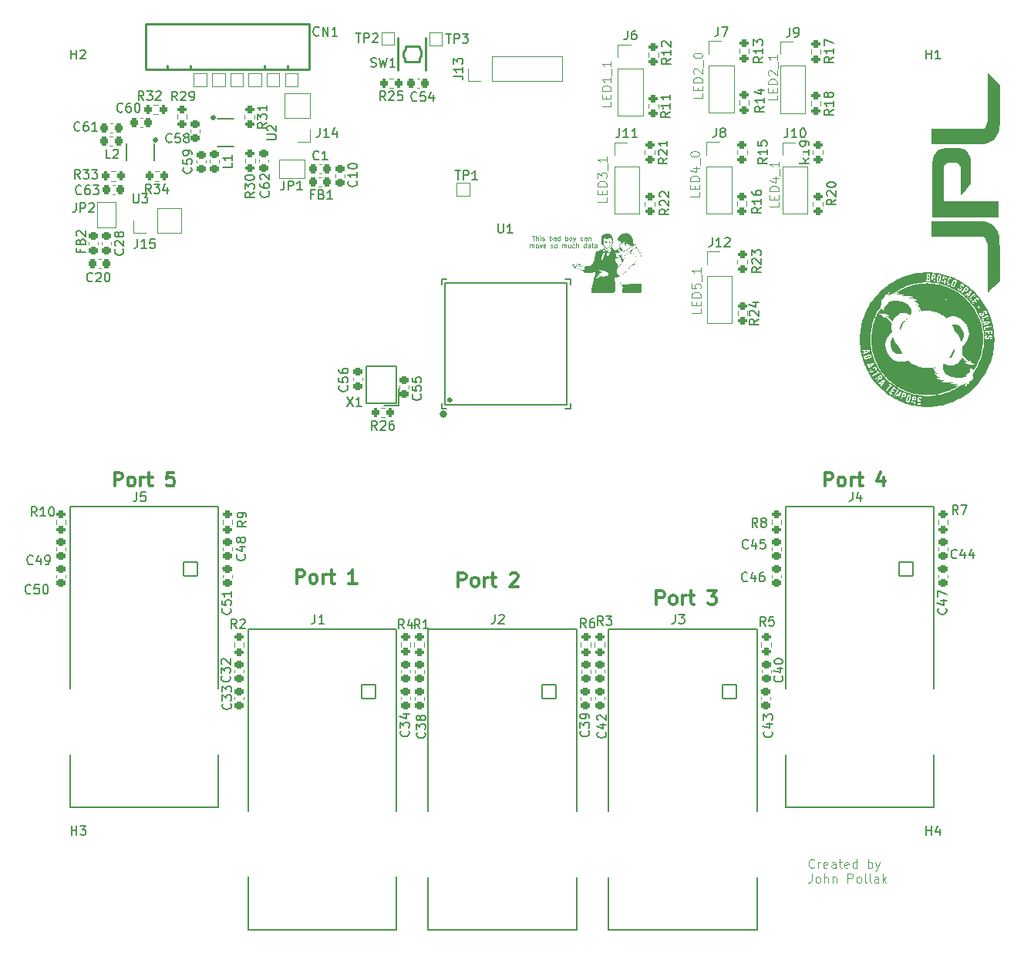
<source format=gbr>
%TF.GenerationSoftware,KiCad,Pcbnew,9.0.3*%
%TF.CreationDate,2025-09-17T18:37:02-07:00*%
%TF.ProjectId,periph_ethernet_switch,70657269-7068-45f6-9574-6865726e6574,rev?*%
%TF.SameCoordinates,Original*%
%TF.FileFunction,Legend,Top*%
%TF.FilePolarity,Positive*%
%FSLAX46Y46*%
G04 Gerber Fmt 4.6, Leading zero omitted, Abs format (unit mm)*
G04 Created by KiCad (PCBNEW 9.0.3) date 2025-09-17 18:37:02*
%MOMM*%
%LPD*%
G01*
G04 APERTURE LIST*
G04 Aperture macros list*
%AMRoundRect*
0 Rectangle with rounded corners*
0 $1 Rounding radius*
0 $2 $3 $4 $5 $6 $7 $8 $9 X,Y pos of 4 corners*
0 Add a 4 corners polygon primitive as box body*
4,1,4,$2,$3,$4,$5,$6,$7,$8,$9,$2,$3,0*
0 Add four circle primitives for the rounded corners*
1,1,$1+$1,$2,$3*
1,1,$1+$1,$4,$5*
1,1,$1+$1,$6,$7*
1,1,$1+$1,$8,$9*
0 Add four rect primitives between the rounded corners*
20,1,$1+$1,$2,$3,$4,$5,0*
20,1,$1+$1,$4,$5,$6,$7,0*
20,1,$1+$1,$6,$7,$8,$9,0*
20,1,$1+$1,$8,$9,$2,$3,0*%
G04 Aperture macros list end*
%ADD10C,0.100000*%
%ADD11C,0.300000*%
%ADD12C,0.150000*%
%ADD13C,0.120000*%
%ADD14C,0.127000*%
%ADD15C,0.200000*%
%ADD16C,0.000000*%
%ADD17C,0.250000*%
%ADD18C,0.400000*%
%ADD19RoundRect,0.200000X0.275000X-0.200000X0.275000X0.200000X-0.275000X0.200000X-0.275000X-0.200000X0*%
%ADD20R,1.500000X1.000000*%
%ADD21C,3.251200*%
%ADD22RoundRect,0.102000X0.762000X0.762000X-0.762000X0.762000X-0.762000X-0.762000X0.762000X-0.762000X0*%
%ADD23C,1.728000*%
%ADD24C,1.918500*%
%ADD25C,2.566200*%
%ADD26RoundRect,0.200000X-0.275000X0.200000X-0.275000X-0.200000X0.275000X-0.200000X0.275000X0.200000X0*%
%ADD27RoundRect,0.225000X0.250000X-0.225000X0.250000X0.225000X-0.250000X0.225000X-0.250000X-0.225000X0*%
%ADD28RoundRect,0.225000X-0.250000X0.225000X-0.250000X-0.225000X0.250000X-0.225000X0.250000X0.225000X0*%
%ADD29RoundRect,0.225000X-0.225000X-0.250000X0.225000X-0.250000X0.225000X0.250000X-0.225000X0.250000X0*%
%ADD30RoundRect,0.200000X-0.200000X-0.275000X0.200000X-0.275000X0.200000X0.275000X-0.200000X0.275000X0*%
%ADD31RoundRect,0.200000X0.200000X0.275000X-0.200000X0.275000X-0.200000X-0.275000X0.200000X-0.275000X0*%
%ADD32R,1.000000X1.000000*%
%ADD33R,1.400000X1.400000*%
%ADD34C,1.400000*%
%ADD35R,1.070000X0.530000*%
%ADD36R,1.700000X1.700000*%
%ADD37C,1.700000*%
%ADD38R,1.000000X1.500000*%
%ADD39RoundRect,0.225000X0.225000X0.250000X-0.225000X0.250000X-0.225000X-0.250000X0.225000X-0.250000X0*%
%ADD40R,1.050000X1.150000*%
%ADD41R,1.200000X1.400000*%
%ADD42RoundRect,0.218750X0.218750X0.256250X-0.218750X0.256250X-0.218750X-0.256250X0.218750X-0.256250X0*%
%ADD43RoundRect,0.218750X-0.256250X0.218750X-0.256250X-0.218750X0.256250X-0.218750X0.256250X0.218750X0*%
%ADD44RoundRect,0.218750X-0.218750X-0.256250X0.218750X-0.256250X0.218750X0.256250X-0.218750X0.256250X0*%
%ADD45C,6.000000*%
%ADD46C,0.610000*%
%ADD47R,0.200000X1.520000*%
%ADD48R,1.520000X0.200000*%
%ADD49R,10.500000X10.500000*%
%ADD50R,0.530000X1.070000*%
G04 APERTURE END LIST*
D10*
X170092419Y-79119925D02*
X170092419Y-79596115D01*
X170092419Y-79596115D02*
X169092419Y-79596115D01*
X169568609Y-78786591D02*
X169568609Y-78453258D01*
X170092419Y-78310401D02*
X170092419Y-78786591D01*
X170092419Y-78786591D02*
X169092419Y-78786591D01*
X169092419Y-78786591D02*
X169092419Y-78310401D01*
X170092419Y-77881829D02*
X169092419Y-77881829D01*
X169092419Y-77881829D02*
X169092419Y-77643734D01*
X169092419Y-77643734D02*
X169140038Y-77500877D01*
X169140038Y-77500877D02*
X169235276Y-77405639D01*
X169235276Y-77405639D02*
X169330514Y-77358020D01*
X169330514Y-77358020D02*
X169520990Y-77310401D01*
X169520990Y-77310401D02*
X169663847Y-77310401D01*
X169663847Y-77310401D02*
X169854323Y-77358020D01*
X169854323Y-77358020D02*
X169949561Y-77405639D01*
X169949561Y-77405639D02*
X170044800Y-77500877D01*
X170044800Y-77500877D02*
X170092419Y-77643734D01*
X170092419Y-77643734D02*
X170092419Y-77881829D01*
X169092419Y-76977067D02*
X169092419Y-76358020D01*
X169092419Y-76358020D02*
X169473371Y-76691353D01*
X169473371Y-76691353D02*
X169473371Y-76548496D01*
X169473371Y-76548496D02*
X169520990Y-76453258D01*
X169520990Y-76453258D02*
X169568609Y-76405639D01*
X169568609Y-76405639D02*
X169663847Y-76358020D01*
X169663847Y-76358020D02*
X169901942Y-76358020D01*
X169901942Y-76358020D02*
X169997180Y-76405639D01*
X169997180Y-76405639D02*
X170044800Y-76453258D01*
X170044800Y-76453258D02*
X170092419Y-76548496D01*
X170092419Y-76548496D02*
X170092419Y-76834210D01*
X170092419Y-76834210D02*
X170044800Y-76929448D01*
X170044800Y-76929448D02*
X169997180Y-76977067D01*
X170187657Y-76167544D02*
X170187657Y-75405639D01*
X170092419Y-74643734D02*
X170092419Y-75215162D01*
X170092419Y-74929448D02*
X169092419Y-74929448D01*
X169092419Y-74929448D02*
X169235276Y-75024686D01*
X169235276Y-75024686D02*
X169330514Y-75119924D01*
X169330514Y-75119924D02*
X169378133Y-75215162D01*
X180402419Y-91319925D02*
X180402419Y-91796115D01*
X180402419Y-91796115D02*
X179402419Y-91796115D01*
X179878609Y-90986591D02*
X179878609Y-90653258D01*
X180402419Y-90510401D02*
X180402419Y-90986591D01*
X180402419Y-90986591D02*
X179402419Y-90986591D01*
X179402419Y-90986591D02*
X179402419Y-90510401D01*
X180402419Y-90081829D02*
X179402419Y-90081829D01*
X179402419Y-90081829D02*
X179402419Y-89843734D01*
X179402419Y-89843734D02*
X179450038Y-89700877D01*
X179450038Y-89700877D02*
X179545276Y-89605639D01*
X179545276Y-89605639D02*
X179640514Y-89558020D01*
X179640514Y-89558020D02*
X179830990Y-89510401D01*
X179830990Y-89510401D02*
X179973847Y-89510401D01*
X179973847Y-89510401D02*
X180164323Y-89558020D01*
X180164323Y-89558020D02*
X180259561Y-89605639D01*
X180259561Y-89605639D02*
X180354800Y-89700877D01*
X180354800Y-89700877D02*
X180402419Y-89843734D01*
X180402419Y-89843734D02*
X180402419Y-90081829D01*
X179402419Y-88605639D02*
X179402419Y-89081829D01*
X179402419Y-89081829D02*
X179878609Y-89129448D01*
X179878609Y-89129448D02*
X179830990Y-89081829D01*
X179830990Y-89081829D02*
X179783371Y-88986591D01*
X179783371Y-88986591D02*
X179783371Y-88748496D01*
X179783371Y-88748496D02*
X179830990Y-88653258D01*
X179830990Y-88653258D02*
X179878609Y-88605639D01*
X179878609Y-88605639D02*
X179973847Y-88558020D01*
X179973847Y-88558020D02*
X180211942Y-88558020D01*
X180211942Y-88558020D02*
X180307180Y-88605639D01*
X180307180Y-88605639D02*
X180354800Y-88653258D01*
X180354800Y-88653258D02*
X180402419Y-88748496D01*
X180402419Y-88748496D02*
X180402419Y-88986591D01*
X180402419Y-88986591D02*
X180354800Y-89081829D01*
X180354800Y-89081829D02*
X180307180Y-89129448D01*
X180497657Y-88367544D02*
X180497657Y-87605639D01*
X180402419Y-86843734D02*
X180402419Y-87415162D01*
X180402419Y-87129448D02*
X179402419Y-87129448D01*
X179402419Y-87129448D02*
X179545276Y-87224686D01*
X179545276Y-87224686D02*
X179640514Y-87319924D01*
X179640514Y-87319924D02*
X179688133Y-87415162D01*
X188792419Y-67909925D02*
X188792419Y-68386115D01*
X188792419Y-68386115D02*
X187792419Y-68386115D01*
X188268609Y-67576591D02*
X188268609Y-67243258D01*
X188792419Y-67100401D02*
X188792419Y-67576591D01*
X188792419Y-67576591D02*
X187792419Y-67576591D01*
X187792419Y-67576591D02*
X187792419Y-67100401D01*
X188792419Y-66671829D02*
X187792419Y-66671829D01*
X187792419Y-66671829D02*
X187792419Y-66433734D01*
X187792419Y-66433734D02*
X187840038Y-66290877D01*
X187840038Y-66290877D02*
X187935276Y-66195639D01*
X187935276Y-66195639D02*
X188030514Y-66148020D01*
X188030514Y-66148020D02*
X188220990Y-66100401D01*
X188220990Y-66100401D02*
X188363847Y-66100401D01*
X188363847Y-66100401D02*
X188554323Y-66148020D01*
X188554323Y-66148020D02*
X188649561Y-66195639D01*
X188649561Y-66195639D02*
X188744800Y-66290877D01*
X188744800Y-66290877D02*
X188792419Y-66433734D01*
X188792419Y-66433734D02*
X188792419Y-66671829D01*
X187887657Y-65719448D02*
X187840038Y-65671829D01*
X187840038Y-65671829D02*
X187792419Y-65576591D01*
X187792419Y-65576591D02*
X187792419Y-65338496D01*
X187792419Y-65338496D02*
X187840038Y-65243258D01*
X187840038Y-65243258D02*
X187887657Y-65195639D01*
X187887657Y-65195639D02*
X187982895Y-65148020D01*
X187982895Y-65148020D02*
X188078133Y-65148020D01*
X188078133Y-65148020D02*
X188220990Y-65195639D01*
X188220990Y-65195639D02*
X188792419Y-65767067D01*
X188792419Y-65767067D02*
X188792419Y-65148020D01*
X188887657Y-64957544D02*
X188887657Y-64195639D01*
X188792419Y-63433734D02*
X188792419Y-64005162D01*
X188792419Y-63719448D02*
X187792419Y-63719448D01*
X187792419Y-63719448D02*
X187935276Y-63814686D01*
X187935276Y-63814686D02*
X188030514Y-63909924D01*
X188030514Y-63909924D02*
X188078133Y-64005162D01*
D11*
X136054510Y-121485828D02*
X136054510Y-119985828D01*
X136054510Y-119985828D02*
X136625939Y-119985828D01*
X136625939Y-119985828D02*
X136768796Y-120057257D01*
X136768796Y-120057257D02*
X136840225Y-120128685D01*
X136840225Y-120128685D02*
X136911653Y-120271542D01*
X136911653Y-120271542D02*
X136911653Y-120485828D01*
X136911653Y-120485828D02*
X136840225Y-120628685D01*
X136840225Y-120628685D02*
X136768796Y-120700114D01*
X136768796Y-120700114D02*
X136625939Y-120771542D01*
X136625939Y-120771542D02*
X136054510Y-120771542D01*
X137768796Y-121485828D02*
X137625939Y-121414400D01*
X137625939Y-121414400D02*
X137554510Y-121342971D01*
X137554510Y-121342971D02*
X137483082Y-121200114D01*
X137483082Y-121200114D02*
X137483082Y-120771542D01*
X137483082Y-120771542D02*
X137554510Y-120628685D01*
X137554510Y-120628685D02*
X137625939Y-120557257D01*
X137625939Y-120557257D02*
X137768796Y-120485828D01*
X137768796Y-120485828D02*
X137983082Y-120485828D01*
X137983082Y-120485828D02*
X138125939Y-120557257D01*
X138125939Y-120557257D02*
X138197368Y-120628685D01*
X138197368Y-120628685D02*
X138268796Y-120771542D01*
X138268796Y-120771542D02*
X138268796Y-121200114D01*
X138268796Y-121200114D02*
X138197368Y-121342971D01*
X138197368Y-121342971D02*
X138125939Y-121414400D01*
X138125939Y-121414400D02*
X137983082Y-121485828D01*
X137983082Y-121485828D02*
X137768796Y-121485828D01*
X138911653Y-121485828D02*
X138911653Y-120485828D01*
X138911653Y-120771542D02*
X138983082Y-120628685D01*
X138983082Y-120628685D02*
X139054511Y-120557257D01*
X139054511Y-120557257D02*
X139197368Y-120485828D01*
X139197368Y-120485828D02*
X139340225Y-120485828D01*
X139625939Y-120485828D02*
X140197367Y-120485828D01*
X139840224Y-119985828D02*
X139840224Y-121271542D01*
X139840224Y-121271542D02*
X139911653Y-121414400D01*
X139911653Y-121414400D02*
X140054510Y-121485828D01*
X140054510Y-121485828D02*
X140197367Y-121485828D01*
X142625939Y-121485828D02*
X141768796Y-121485828D01*
X142197367Y-121485828D02*
X142197367Y-119985828D01*
X142197367Y-119985828D02*
X142054510Y-120200114D01*
X142054510Y-120200114D02*
X141911653Y-120342971D01*
X141911653Y-120342971D02*
X141768796Y-120414400D01*
D10*
X188982419Y-79649925D02*
X188982419Y-80126115D01*
X188982419Y-80126115D02*
X187982419Y-80126115D01*
X188458609Y-79316591D02*
X188458609Y-78983258D01*
X188982419Y-78840401D02*
X188982419Y-79316591D01*
X188982419Y-79316591D02*
X187982419Y-79316591D01*
X187982419Y-79316591D02*
X187982419Y-78840401D01*
X188982419Y-78411829D02*
X187982419Y-78411829D01*
X187982419Y-78411829D02*
X187982419Y-78173734D01*
X187982419Y-78173734D02*
X188030038Y-78030877D01*
X188030038Y-78030877D02*
X188125276Y-77935639D01*
X188125276Y-77935639D02*
X188220514Y-77888020D01*
X188220514Y-77888020D02*
X188410990Y-77840401D01*
X188410990Y-77840401D02*
X188553847Y-77840401D01*
X188553847Y-77840401D02*
X188744323Y-77888020D01*
X188744323Y-77888020D02*
X188839561Y-77935639D01*
X188839561Y-77935639D02*
X188934800Y-78030877D01*
X188934800Y-78030877D02*
X188982419Y-78173734D01*
X188982419Y-78173734D02*
X188982419Y-78411829D01*
X188315752Y-76983258D02*
X188982419Y-76983258D01*
X187934800Y-77221353D02*
X188649085Y-77459448D01*
X188649085Y-77459448D02*
X188649085Y-76840401D01*
X189077657Y-76697544D02*
X189077657Y-75935639D01*
X188982419Y-75173734D02*
X188982419Y-75745162D01*
X188982419Y-75459448D02*
X187982419Y-75459448D01*
X187982419Y-75459448D02*
X188125276Y-75554686D01*
X188125276Y-75554686D02*
X188220514Y-75649924D01*
X188220514Y-75649924D02*
X188268133Y-75745162D01*
D11*
X116054510Y-110800828D02*
X116054510Y-109300828D01*
X116054510Y-109300828D02*
X116625939Y-109300828D01*
X116625939Y-109300828D02*
X116768796Y-109372257D01*
X116768796Y-109372257D02*
X116840225Y-109443685D01*
X116840225Y-109443685D02*
X116911653Y-109586542D01*
X116911653Y-109586542D02*
X116911653Y-109800828D01*
X116911653Y-109800828D02*
X116840225Y-109943685D01*
X116840225Y-109943685D02*
X116768796Y-110015114D01*
X116768796Y-110015114D02*
X116625939Y-110086542D01*
X116625939Y-110086542D02*
X116054510Y-110086542D01*
X117768796Y-110800828D02*
X117625939Y-110729400D01*
X117625939Y-110729400D02*
X117554510Y-110657971D01*
X117554510Y-110657971D02*
X117483082Y-110515114D01*
X117483082Y-110515114D02*
X117483082Y-110086542D01*
X117483082Y-110086542D02*
X117554510Y-109943685D01*
X117554510Y-109943685D02*
X117625939Y-109872257D01*
X117625939Y-109872257D02*
X117768796Y-109800828D01*
X117768796Y-109800828D02*
X117983082Y-109800828D01*
X117983082Y-109800828D02*
X118125939Y-109872257D01*
X118125939Y-109872257D02*
X118197368Y-109943685D01*
X118197368Y-109943685D02*
X118268796Y-110086542D01*
X118268796Y-110086542D02*
X118268796Y-110515114D01*
X118268796Y-110515114D02*
X118197368Y-110657971D01*
X118197368Y-110657971D02*
X118125939Y-110729400D01*
X118125939Y-110729400D02*
X117983082Y-110800828D01*
X117983082Y-110800828D02*
X117768796Y-110800828D01*
X118911653Y-110800828D02*
X118911653Y-109800828D01*
X118911653Y-110086542D02*
X118983082Y-109943685D01*
X118983082Y-109943685D02*
X119054511Y-109872257D01*
X119054511Y-109872257D02*
X119197368Y-109800828D01*
X119197368Y-109800828D02*
X119340225Y-109800828D01*
X119625939Y-109800828D02*
X120197367Y-109800828D01*
X119840224Y-109300828D02*
X119840224Y-110586542D01*
X119840224Y-110586542D02*
X119911653Y-110729400D01*
X119911653Y-110729400D02*
X120054510Y-110800828D01*
X120054510Y-110800828D02*
X120197367Y-110800828D01*
X122554510Y-109300828D02*
X121840224Y-109300828D01*
X121840224Y-109300828D02*
X121768796Y-110015114D01*
X121768796Y-110015114D02*
X121840224Y-109943685D01*
X121840224Y-109943685D02*
X121983082Y-109872257D01*
X121983082Y-109872257D02*
X122340224Y-109872257D01*
X122340224Y-109872257D02*
X122483082Y-109943685D01*
X122483082Y-109943685D02*
X122554510Y-110015114D01*
X122554510Y-110015114D02*
X122625939Y-110157971D01*
X122625939Y-110157971D02*
X122625939Y-110515114D01*
X122625939Y-110515114D02*
X122554510Y-110657971D01*
X122554510Y-110657971D02*
X122483082Y-110729400D01*
X122483082Y-110729400D02*
X122340224Y-110800828D01*
X122340224Y-110800828D02*
X121983082Y-110800828D01*
X121983082Y-110800828D02*
X121840224Y-110729400D01*
X121840224Y-110729400D02*
X121768796Y-110657971D01*
D10*
X161879525Y-83308637D02*
X162165239Y-83308637D01*
X162022382Y-83808637D02*
X162022382Y-83308637D01*
X162331905Y-83808637D02*
X162331905Y-83308637D01*
X162546191Y-83808637D02*
X162546191Y-83546732D01*
X162546191Y-83546732D02*
X162522381Y-83499113D01*
X162522381Y-83499113D02*
X162474762Y-83475304D01*
X162474762Y-83475304D02*
X162403334Y-83475304D01*
X162403334Y-83475304D02*
X162355715Y-83499113D01*
X162355715Y-83499113D02*
X162331905Y-83522923D01*
X162784286Y-83808637D02*
X162784286Y-83475304D01*
X162784286Y-83308637D02*
X162760477Y-83332447D01*
X162760477Y-83332447D02*
X162784286Y-83356256D01*
X162784286Y-83356256D02*
X162808096Y-83332447D01*
X162808096Y-83332447D02*
X162784286Y-83308637D01*
X162784286Y-83308637D02*
X162784286Y-83356256D01*
X162998572Y-83784828D02*
X163046191Y-83808637D01*
X163046191Y-83808637D02*
X163141429Y-83808637D01*
X163141429Y-83808637D02*
X163189048Y-83784828D01*
X163189048Y-83784828D02*
X163212857Y-83737208D01*
X163212857Y-83737208D02*
X163212857Y-83713399D01*
X163212857Y-83713399D02*
X163189048Y-83665780D01*
X163189048Y-83665780D02*
X163141429Y-83641970D01*
X163141429Y-83641970D02*
X163070000Y-83641970D01*
X163070000Y-83641970D02*
X163022381Y-83618161D01*
X163022381Y-83618161D02*
X162998572Y-83570542D01*
X162998572Y-83570542D02*
X162998572Y-83546732D01*
X162998572Y-83546732D02*
X163022381Y-83499113D01*
X163022381Y-83499113D02*
X163070000Y-83475304D01*
X163070000Y-83475304D02*
X163141429Y-83475304D01*
X163141429Y-83475304D02*
X163189048Y-83499113D01*
X163808095Y-83808637D02*
X163808095Y-83308637D01*
X163808095Y-83499113D02*
X163855714Y-83475304D01*
X163855714Y-83475304D02*
X163950952Y-83475304D01*
X163950952Y-83475304D02*
X163998571Y-83499113D01*
X163998571Y-83499113D02*
X164022381Y-83522923D01*
X164022381Y-83522923D02*
X164046190Y-83570542D01*
X164046190Y-83570542D02*
X164046190Y-83713399D01*
X164046190Y-83713399D02*
X164022381Y-83761018D01*
X164022381Y-83761018D02*
X163998571Y-83784828D01*
X163998571Y-83784828D02*
X163950952Y-83808637D01*
X163950952Y-83808637D02*
X163855714Y-83808637D01*
X163855714Y-83808637D02*
X163808095Y-83784828D01*
X164474762Y-83808637D02*
X164474762Y-83546732D01*
X164474762Y-83546732D02*
X164450952Y-83499113D01*
X164450952Y-83499113D02*
X164403333Y-83475304D01*
X164403333Y-83475304D02*
X164308095Y-83475304D01*
X164308095Y-83475304D02*
X164260476Y-83499113D01*
X164474762Y-83784828D02*
X164427143Y-83808637D01*
X164427143Y-83808637D02*
X164308095Y-83808637D01*
X164308095Y-83808637D02*
X164260476Y-83784828D01*
X164260476Y-83784828D02*
X164236667Y-83737208D01*
X164236667Y-83737208D02*
X164236667Y-83689589D01*
X164236667Y-83689589D02*
X164260476Y-83641970D01*
X164260476Y-83641970D02*
X164308095Y-83618161D01*
X164308095Y-83618161D02*
X164427143Y-83618161D01*
X164427143Y-83618161D02*
X164474762Y-83594351D01*
X164927143Y-83808637D02*
X164927143Y-83308637D01*
X164927143Y-83784828D02*
X164879524Y-83808637D01*
X164879524Y-83808637D02*
X164784286Y-83808637D01*
X164784286Y-83808637D02*
X164736667Y-83784828D01*
X164736667Y-83784828D02*
X164712857Y-83761018D01*
X164712857Y-83761018D02*
X164689048Y-83713399D01*
X164689048Y-83713399D02*
X164689048Y-83570542D01*
X164689048Y-83570542D02*
X164712857Y-83522923D01*
X164712857Y-83522923D02*
X164736667Y-83499113D01*
X164736667Y-83499113D02*
X164784286Y-83475304D01*
X164784286Y-83475304D02*
X164879524Y-83475304D01*
X164879524Y-83475304D02*
X164927143Y-83499113D01*
X165546190Y-83808637D02*
X165546190Y-83308637D01*
X165546190Y-83499113D02*
X165593809Y-83475304D01*
X165593809Y-83475304D02*
X165689047Y-83475304D01*
X165689047Y-83475304D02*
X165736666Y-83499113D01*
X165736666Y-83499113D02*
X165760476Y-83522923D01*
X165760476Y-83522923D02*
X165784285Y-83570542D01*
X165784285Y-83570542D02*
X165784285Y-83713399D01*
X165784285Y-83713399D02*
X165760476Y-83761018D01*
X165760476Y-83761018D02*
X165736666Y-83784828D01*
X165736666Y-83784828D02*
X165689047Y-83808637D01*
X165689047Y-83808637D02*
X165593809Y-83808637D01*
X165593809Y-83808637D02*
X165546190Y-83784828D01*
X166070000Y-83808637D02*
X166022381Y-83784828D01*
X166022381Y-83784828D02*
X165998571Y-83761018D01*
X165998571Y-83761018D02*
X165974762Y-83713399D01*
X165974762Y-83713399D02*
X165974762Y-83570542D01*
X165974762Y-83570542D02*
X165998571Y-83522923D01*
X165998571Y-83522923D02*
X166022381Y-83499113D01*
X166022381Y-83499113D02*
X166070000Y-83475304D01*
X166070000Y-83475304D02*
X166141428Y-83475304D01*
X166141428Y-83475304D02*
X166189047Y-83499113D01*
X166189047Y-83499113D02*
X166212857Y-83522923D01*
X166212857Y-83522923D02*
X166236666Y-83570542D01*
X166236666Y-83570542D02*
X166236666Y-83713399D01*
X166236666Y-83713399D02*
X166212857Y-83761018D01*
X166212857Y-83761018D02*
X166189047Y-83784828D01*
X166189047Y-83784828D02*
X166141428Y-83808637D01*
X166141428Y-83808637D02*
X166070000Y-83808637D01*
X166403333Y-83475304D02*
X166522381Y-83808637D01*
X166641428Y-83475304D02*
X166522381Y-83808637D01*
X166522381Y-83808637D02*
X166474762Y-83927685D01*
X166474762Y-83927685D02*
X166450952Y-83951494D01*
X166450952Y-83951494D02*
X166403333Y-83975304D01*
X167427142Y-83784828D02*
X167379523Y-83808637D01*
X167379523Y-83808637D02*
X167284285Y-83808637D01*
X167284285Y-83808637D02*
X167236666Y-83784828D01*
X167236666Y-83784828D02*
X167212856Y-83761018D01*
X167212856Y-83761018D02*
X167189047Y-83713399D01*
X167189047Y-83713399D02*
X167189047Y-83570542D01*
X167189047Y-83570542D02*
X167212856Y-83522923D01*
X167212856Y-83522923D02*
X167236666Y-83499113D01*
X167236666Y-83499113D02*
X167284285Y-83475304D01*
X167284285Y-83475304D02*
X167379523Y-83475304D01*
X167379523Y-83475304D02*
X167427142Y-83499113D01*
X167855713Y-83808637D02*
X167855713Y-83546732D01*
X167855713Y-83546732D02*
X167831903Y-83499113D01*
X167831903Y-83499113D02*
X167784284Y-83475304D01*
X167784284Y-83475304D02*
X167689046Y-83475304D01*
X167689046Y-83475304D02*
X167641427Y-83499113D01*
X167855713Y-83784828D02*
X167808094Y-83808637D01*
X167808094Y-83808637D02*
X167689046Y-83808637D01*
X167689046Y-83808637D02*
X167641427Y-83784828D01*
X167641427Y-83784828D02*
X167617618Y-83737208D01*
X167617618Y-83737208D02*
X167617618Y-83689589D01*
X167617618Y-83689589D02*
X167641427Y-83641970D01*
X167641427Y-83641970D02*
X167689046Y-83618161D01*
X167689046Y-83618161D02*
X167808094Y-83618161D01*
X167808094Y-83618161D02*
X167855713Y-83594351D01*
X168093808Y-83475304D02*
X168093808Y-83808637D01*
X168093808Y-83522923D02*
X168117618Y-83499113D01*
X168117618Y-83499113D02*
X168165237Y-83475304D01*
X168165237Y-83475304D02*
X168236665Y-83475304D01*
X168236665Y-83475304D02*
X168284284Y-83499113D01*
X168284284Y-83499113D02*
X168308094Y-83546732D01*
X168308094Y-83546732D02*
X168308094Y-83808637D01*
X161653334Y-84613609D02*
X161653334Y-84280276D01*
X161653334Y-84327895D02*
X161677144Y-84304085D01*
X161677144Y-84304085D02*
X161724763Y-84280276D01*
X161724763Y-84280276D02*
X161796191Y-84280276D01*
X161796191Y-84280276D02*
X161843810Y-84304085D01*
X161843810Y-84304085D02*
X161867620Y-84351704D01*
X161867620Y-84351704D02*
X161867620Y-84613609D01*
X161867620Y-84351704D02*
X161891429Y-84304085D01*
X161891429Y-84304085D02*
X161939048Y-84280276D01*
X161939048Y-84280276D02*
X162010477Y-84280276D01*
X162010477Y-84280276D02*
X162058096Y-84304085D01*
X162058096Y-84304085D02*
X162081906Y-84351704D01*
X162081906Y-84351704D02*
X162081906Y-84613609D01*
X162391430Y-84613609D02*
X162343811Y-84589800D01*
X162343811Y-84589800D02*
X162320001Y-84565990D01*
X162320001Y-84565990D02*
X162296192Y-84518371D01*
X162296192Y-84518371D02*
X162296192Y-84375514D01*
X162296192Y-84375514D02*
X162320001Y-84327895D01*
X162320001Y-84327895D02*
X162343811Y-84304085D01*
X162343811Y-84304085D02*
X162391430Y-84280276D01*
X162391430Y-84280276D02*
X162462858Y-84280276D01*
X162462858Y-84280276D02*
X162510477Y-84304085D01*
X162510477Y-84304085D02*
X162534287Y-84327895D01*
X162534287Y-84327895D02*
X162558096Y-84375514D01*
X162558096Y-84375514D02*
X162558096Y-84518371D01*
X162558096Y-84518371D02*
X162534287Y-84565990D01*
X162534287Y-84565990D02*
X162510477Y-84589800D01*
X162510477Y-84589800D02*
X162462858Y-84613609D01*
X162462858Y-84613609D02*
X162391430Y-84613609D01*
X162724763Y-84280276D02*
X162843811Y-84613609D01*
X162843811Y-84613609D02*
X162962858Y-84280276D01*
X163343810Y-84589800D02*
X163296191Y-84613609D01*
X163296191Y-84613609D02*
X163200953Y-84613609D01*
X163200953Y-84613609D02*
X163153334Y-84589800D01*
X163153334Y-84589800D02*
X163129525Y-84542180D01*
X163129525Y-84542180D02*
X163129525Y-84351704D01*
X163129525Y-84351704D02*
X163153334Y-84304085D01*
X163153334Y-84304085D02*
X163200953Y-84280276D01*
X163200953Y-84280276D02*
X163296191Y-84280276D01*
X163296191Y-84280276D02*
X163343810Y-84304085D01*
X163343810Y-84304085D02*
X163367620Y-84351704D01*
X163367620Y-84351704D02*
X163367620Y-84399323D01*
X163367620Y-84399323D02*
X163129525Y-84446942D01*
X163939048Y-84589800D02*
X163986667Y-84613609D01*
X163986667Y-84613609D02*
X164081905Y-84613609D01*
X164081905Y-84613609D02*
X164129524Y-84589800D01*
X164129524Y-84589800D02*
X164153333Y-84542180D01*
X164153333Y-84542180D02*
X164153333Y-84518371D01*
X164153333Y-84518371D02*
X164129524Y-84470752D01*
X164129524Y-84470752D02*
X164081905Y-84446942D01*
X164081905Y-84446942D02*
X164010476Y-84446942D01*
X164010476Y-84446942D02*
X163962857Y-84423133D01*
X163962857Y-84423133D02*
X163939048Y-84375514D01*
X163939048Y-84375514D02*
X163939048Y-84351704D01*
X163939048Y-84351704D02*
X163962857Y-84304085D01*
X163962857Y-84304085D02*
X164010476Y-84280276D01*
X164010476Y-84280276D02*
X164081905Y-84280276D01*
X164081905Y-84280276D02*
X164129524Y-84304085D01*
X164439048Y-84613609D02*
X164391429Y-84589800D01*
X164391429Y-84589800D02*
X164367619Y-84565990D01*
X164367619Y-84565990D02*
X164343810Y-84518371D01*
X164343810Y-84518371D02*
X164343810Y-84375514D01*
X164343810Y-84375514D02*
X164367619Y-84327895D01*
X164367619Y-84327895D02*
X164391429Y-84304085D01*
X164391429Y-84304085D02*
X164439048Y-84280276D01*
X164439048Y-84280276D02*
X164510476Y-84280276D01*
X164510476Y-84280276D02*
X164558095Y-84304085D01*
X164558095Y-84304085D02*
X164581905Y-84327895D01*
X164581905Y-84327895D02*
X164605714Y-84375514D01*
X164605714Y-84375514D02*
X164605714Y-84518371D01*
X164605714Y-84518371D02*
X164581905Y-84565990D01*
X164581905Y-84565990D02*
X164558095Y-84589800D01*
X164558095Y-84589800D02*
X164510476Y-84613609D01*
X164510476Y-84613609D02*
X164439048Y-84613609D01*
X165200952Y-84613609D02*
X165200952Y-84280276D01*
X165200952Y-84327895D02*
X165224762Y-84304085D01*
X165224762Y-84304085D02*
X165272381Y-84280276D01*
X165272381Y-84280276D02*
X165343809Y-84280276D01*
X165343809Y-84280276D02*
X165391428Y-84304085D01*
X165391428Y-84304085D02*
X165415238Y-84351704D01*
X165415238Y-84351704D02*
X165415238Y-84613609D01*
X165415238Y-84351704D02*
X165439047Y-84304085D01*
X165439047Y-84304085D02*
X165486666Y-84280276D01*
X165486666Y-84280276D02*
X165558095Y-84280276D01*
X165558095Y-84280276D02*
X165605714Y-84304085D01*
X165605714Y-84304085D02*
X165629524Y-84351704D01*
X165629524Y-84351704D02*
X165629524Y-84613609D01*
X166081905Y-84280276D02*
X166081905Y-84613609D01*
X165867619Y-84280276D02*
X165867619Y-84542180D01*
X165867619Y-84542180D02*
X165891429Y-84589800D01*
X165891429Y-84589800D02*
X165939048Y-84613609D01*
X165939048Y-84613609D02*
X166010476Y-84613609D01*
X166010476Y-84613609D02*
X166058095Y-84589800D01*
X166058095Y-84589800D02*
X166081905Y-84565990D01*
X166534286Y-84589800D02*
X166486667Y-84613609D01*
X166486667Y-84613609D02*
X166391429Y-84613609D01*
X166391429Y-84613609D02*
X166343810Y-84589800D01*
X166343810Y-84589800D02*
X166320000Y-84565990D01*
X166320000Y-84565990D02*
X166296191Y-84518371D01*
X166296191Y-84518371D02*
X166296191Y-84375514D01*
X166296191Y-84375514D02*
X166320000Y-84327895D01*
X166320000Y-84327895D02*
X166343810Y-84304085D01*
X166343810Y-84304085D02*
X166391429Y-84280276D01*
X166391429Y-84280276D02*
X166486667Y-84280276D01*
X166486667Y-84280276D02*
X166534286Y-84304085D01*
X166748571Y-84613609D02*
X166748571Y-84113609D01*
X166962857Y-84613609D02*
X166962857Y-84351704D01*
X166962857Y-84351704D02*
X166939047Y-84304085D01*
X166939047Y-84304085D02*
X166891428Y-84280276D01*
X166891428Y-84280276D02*
X166820000Y-84280276D01*
X166820000Y-84280276D02*
X166772381Y-84304085D01*
X166772381Y-84304085D02*
X166748571Y-84327895D01*
X167796190Y-84613609D02*
X167796190Y-84113609D01*
X167796190Y-84589800D02*
X167748571Y-84613609D01*
X167748571Y-84613609D02*
X167653333Y-84613609D01*
X167653333Y-84613609D02*
X167605714Y-84589800D01*
X167605714Y-84589800D02*
X167581904Y-84565990D01*
X167581904Y-84565990D02*
X167558095Y-84518371D01*
X167558095Y-84518371D02*
X167558095Y-84375514D01*
X167558095Y-84375514D02*
X167581904Y-84327895D01*
X167581904Y-84327895D02*
X167605714Y-84304085D01*
X167605714Y-84304085D02*
X167653333Y-84280276D01*
X167653333Y-84280276D02*
X167748571Y-84280276D01*
X167748571Y-84280276D02*
X167796190Y-84304085D01*
X168248571Y-84613609D02*
X168248571Y-84351704D01*
X168248571Y-84351704D02*
X168224761Y-84304085D01*
X168224761Y-84304085D02*
X168177142Y-84280276D01*
X168177142Y-84280276D02*
X168081904Y-84280276D01*
X168081904Y-84280276D02*
X168034285Y-84304085D01*
X168248571Y-84589800D02*
X168200952Y-84613609D01*
X168200952Y-84613609D02*
X168081904Y-84613609D01*
X168081904Y-84613609D02*
X168034285Y-84589800D01*
X168034285Y-84589800D02*
X168010476Y-84542180D01*
X168010476Y-84542180D02*
X168010476Y-84494561D01*
X168010476Y-84494561D02*
X168034285Y-84446942D01*
X168034285Y-84446942D02*
X168081904Y-84423133D01*
X168081904Y-84423133D02*
X168200952Y-84423133D01*
X168200952Y-84423133D02*
X168248571Y-84399323D01*
X168415238Y-84280276D02*
X168605714Y-84280276D01*
X168486666Y-84113609D02*
X168486666Y-84542180D01*
X168486666Y-84542180D02*
X168510476Y-84589800D01*
X168510476Y-84589800D02*
X168558095Y-84613609D01*
X168558095Y-84613609D02*
X168605714Y-84613609D01*
X168986666Y-84613609D02*
X168986666Y-84351704D01*
X168986666Y-84351704D02*
X168962856Y-84304085D01*
X168962856Y-84304085D02*
X168915237Y-84280276D01*
X168915237Y-84280276D02*
X168819999Y-84280276D01*
X168819999Y-84280276D02*
X168772380Y-84304085D01*
X168986666Y-84589800D02*
X168939047Y-84613609D01*
X168939047Y-84613609D02*
X168819999Y-84613609D01*
X168819999Y-84613609D02*
X168772380Y-84589800D01*
X168772380Y-84589800D02*
X168748571Y-84542180D01*
X168748571Y-84542180D02*
X168748571Y-84494561D01*
X168748571Y-84494561D02*
X168772380Y-84446942D01*
X168772380Y-84446942D02*
X168819999Y-84423133D01*
X168819999Y-84423133D02*
X168939047Y-84423133D01*
X168939047Y-84423133D02*
X168986666Y-84399323D01*
D11*
X194054510Y-110800828D02*
X194054510Y-109300828D01*
X194054510Y-109300828D02*
X194625939Y-109300828D01*
X194625939Y-109300828D02*
X194768796Y-109372257D01*
X194768796Y-109372257D02*
X194840225Y-109443685D01*
X194840225Y-109443685D02*
X194911653Y-109586542D01*
X194911653Y-109586542D02*
X194911653Y-109800828D01*
X194911653Y-109800828D02*
X194840225Y-109943685D01*
X194840225Y-109943685D02*
X194768796Y-110015114D01*
X194768796Y-110015114D02*
X194625939Y-110086542D01*
X194625939Y-110086542D02*
X194054510Y-110086542D01*
X195768796Y-110800828D02*
X195625939Y-110729400D01*
X195625939Y-110729400D02*
X195554510Y-110657971D01*
X195554510Y-110657971D02*
X195483082Y-110515114D01*
X195483082Y-110515114D02*
X195483082Y-110086542D01*
X195483082Y-110086542D02*
X195554510Y-109943685D01*
X195554510Y-109943685D02*
X195625939Y-109872257D01*
X195625939Y-109872257D02*
X195768796Y-109800828D01*
X195768796Y-109800828D02*
X195983082Y-109800828D01*
X195983082Y-109800828D02*
X196125939Y-109872257D01*
X196125939Y-109872257D02*
X196197368Y-109943685D01*
X196197368Y-109943685D02*
X196268796Y-110086542D01*
X196268796Y-110086542D02*
X196268796Y-110515114D01*
X196268796Y-110515114D02*
X196197368Y-110657971D01*
X196197368Y-110657971D02*
X196125939Y-110729400D01*
X196125939Y-110729400D02*
X195983082Y-110800828D01*
X195983082Y-110800828D02*
X195768796Y-110800828D01*
X196911653Y-110800828D02*
X196911653Y-109800828D01*
X196911653Y-110086542D02*
X196983082Y-109943685D01*
X196983082Y-109943685D02*
X197054511Y-109872257D01*
X197054511Y-109872257D02*
X197197368Y-109800828D01*
X197197368Y-109800828D02*
X197340225Y-109800828D01*
X197625939Y-109800828D02*
X198197367Y-109800828D01*
X197840224Y-109300828D02*
X197840224Y-110586542D01*
X197840224Y-110586542D02*
X197911653Y-110729400D01*
X197911653Y-110729400D02*
X198054510Y-110800828D01*
X198054510Y-110800828D02*
X198197367Y-110800828D01*
X200483082Y-109800828D02*
X200483082Y-110800828D01*
X200125939Y-109229400D02*
X199768796Y-110300828D01*
X199768796Y-110300828D02*
X200697367Y-110300828D01*
D10*
X170552419Y-68639925D02*
X170552419Y-69116115D01*
X170552419Y-69116115D02*
X169552419Y-69116115D01*
X170028609Y-68306591D02*
X170028609Y-67973258D01*
X170552419Y-67830401D02*
X170552419Y-68306591D01*
X170552419Y-68306591D02*
X169552419Y-68306591D01*
X169552419Y-68306591D02*
X169552419Y-67830401D01*
X170552419Y-67401829D02*
X169552419Y-67401829D01*
X169552419Y-67401829D02*
X169552419Y-67163734D01*
X169552419Y-67163734D02*
X169600038Y-67020877D01*
X169600038Y-67020877D02*
X169695276Y-66925639D01*
X169695276Y-66925639D02*
X169790514Y-66878020D01*
X169790514Y-66878020D02*
X169980990Y-66830401D01*
X169980990Y-66830401D02*
X170123847Y-66830401D01*
X170123847Y-66830401D02*
X170314323Y-66878020D01*
X170314323Y-66878020D02*
X170409561Y-66925639D01*
X170409561Y-66925639D02*
X170504800Y-67020877D01*
X170504800Y-67020877D02*
X170552419Y-67163734D01*
X170552419Y-67163734D02*
X170552419Y-67401829D01*
X170552419Y-65878020D02*
X170552419Y-66449448D01*
X170552419Y-66163734D02*
X169552419Y-66163734D01*
X169552419Y-66163734D02*
X169695276Y-66258972D01*
X169695276Y-66258972D02*
X169790514Y-66354210D01*
X169790514Y-66354210D02*
X169838133Y-66449448D01*
X170647657Y-65687544D02*
X170647657Y-64925639D01*
X170552419Y-64163734D02*
X170552419Y-64735162D01*
X170552419Y-64449448D02*
X169552419Y-64449448D01*
X169552419Y-64449448D02*
X169695276Y-64544686D01*
X169695276Y-64544686D02*
X169790514Y-64639924D01*
X169790514Y-64639924D02*
X169838133Y-64735162D01*
D11*
X175554510Y-123800828D02*
X175554510Y-122300828D01*
X175554510Y-122300828D02*
X176125939Y-122300828D01*
X176125939Y-122300828D02*
X176268796Y-122372257D01*
X176268796Y-122372257D02*
X176340225Y-122443685D01*
X176340225Y-122443685D02*
X176411653Y-122586542D01*
X176411653Y-122586542D02*
X176411653Y-122800828D01*
X176411653Y-122800828D02*
X176340225Y-122943685D01*
X176340225Y-122943685D02*
X176268796Y-123015114D01*
X176268796Y-123015114D02*
X176125939Y-123086542D01*
X176125939Y-123086542D02*
X175554510Y-123086542D01*
X177268796Y-123800828D02*
X177125939Y-123729400D01*
X177125939Y-123729400D02*
X177054510Y-123657971D01*
X177054510Y-123657971D02*
X176983082Y-123515114D01*
X176983082Y-123515114D02*
X176983082Y-123086542D01*
X176983082Y-123086542D02*
X177054510Y-122943685D01*
X177054510Y-122943685D02*
X177125939Y-122872257D01*
X177125939Y-122872257D02*
X177268796Y-122800828D01*
X177268796Y-122800828D02*
X177483082Y-122800828D01*
X177483082Y-122800828D02*
X177625939Y-122872257D01*
X177625939Y-122872257D02*
X177697368Y-122943685D01*
X177697368Y-122943685D02*
X177768796Y-123086542D01*
X177768796Y-123086542D02*
X177768796Y-123515114D01*
X177768796Y-123515114D02*
X177697368Y-123657971D01*
X177697368Y-123657971D02*
X177625939Y-123729400D01*
X177625939Y-123729400D02*
X177483082Y-123800828D01*
X177483082Y-123800828D02*
X177268796Y-123800828D01*
X178411653Y-123800828D02*
X178411653Y-122800828D01*
X178411653Y-123086542D02*
X178483082Y-122943685D01*
X178483082Y-122943685D02*
X178554511Y-122872257D01*
X178554511Y-122872257D02*
X178697368Y-122800828D01*
X178697368Y-122800828D02*
X178840225Y-122800828D01*
X179125939Y-122800828D02*
X179697367Y-122800828D01*
X179340224Y-122300828D02*
X179340224Y-123586542D01*
X179340224Y-123586542D02*
X179411653Y-123729400D01*
X179411653Y-123729400D02*
X179554510Y-123800828D01*
X179554510Y-123800828D02*
X179697367Y-123800828D01*
X181197367Y-122300828D02*
X182125939Y-122300828D01*
X182125939Y-122300828D02*
X181625939Y-122872257D01*
X181625939Y-122872257D02*
X181840224Y-122872257D01*
X181840224Y-122872257D02*
X181983082Y-122943685D01*
X181983082Y-122943685D02*
X182054510Y-123015114D01*
X182054510Y-123015114D02*
X182125939Y-123157971D01*
X182125939Y-123157971D02*
X182125939Y-123515114D01*
X182125939Y-123515114D02*
X182054510Y-123657971D01*
X182054510Y-123657971D02*
X181983082Y-123729400D01*
X181983082Y-123729400D02*
X181840224Y-123800828D01*
X181840224Y-123800828D02*
X181411653Y-123800828D01*
X181411653Y-123800828D02*
X181268796Y-123729400D01*
X181268796Y-123729400D02*
X181197367Y-123657971D01*
D10*
X180602419Y-67709925D02*
X180602419Y-68186115D01*
X180602419Y-68186115D02*
X179602419Y-68186115D01*
X180078609Y-67376591D02*
X180078609Y-67043258D01*
X180602419Y-66900401D02*
X180602419Y-67376591D01*
X180602419Y-67376591D02*
X179602419Y-67376591D01*
X179602419Y-67376591D02*
X179602419Y-66900401D01*
X180602419Y-66471829D02*
X179602419Y-66471829D01*
X179602419Y-66471829D02*
X179602419Y-66233734D01*
X179602419Y-66233734D02*
X179650038Y-66090877D01*
X179650038Y-66090877D02*
X179745276Y-65995639D01*
X179745276Y-65995639D02*
X179840514Y-65948020D01*
X179840514Y-65948020D02*
X180030990Y-65900401D01*
X180030990Y-65900401D02*
X180173847Y-65900401D01*
X180173847Y-65900401D02*
X180364323Y-65948020D01*
X180364323Y-65948020D02*
X180459561Y-65995639D01*
X180459561Y-65995639D02*
X180554800Y-66090877D01*
X180554800Y-66090877D02*
X180602419Y-66233734D01*
X180602419Y-66233734D02*
X180602419Y-66471829D01*
X179697657Y-65519448D02*
X179650038Y-65471829D01*
X179650038Y-65471829D02*
X179602419Y-65376591D01*
X179602419Y-65376591D02*
X179602419Y-65138496D01*
X179602419Y-65138496D02*
X179650038Y-65043258D01*
X179650038Y-65043258D02*
X179697657Y-64995639D01*
X179697657Y-64995639D02*
X179792895Y-64948020D01*
X179792895Y-64948020D02*
X179888133Y-64948020D01*
X179888133Y-64948020D02*
X180030990Y-64995639D01*
X180030990Y-64995639D02*
X180602419Y-65567067D01*
X180602419Y-65567067D02*
X180602419Y-64948020D01*
X180697657Y-64757544D02*
X180697657Y-63995639D01*
X179602419Y-63567067D02*
X179602419Y-63471829D01*
X179602419Y-63471829D02*
X179650038Y-63376591D01*
X179650038Y-63376591D02*
X179697657Y-63328972D01*
X179697657Y-63328972D02*
X179792895Y-63281353D01*
X179792895Y-63281353D02*
X179983371Y-63233734D01*
X179983371Y-63233734D02*
X180221466Y-63233734D01*
X180221466Y-63233734D02*
X180411942Y-63281353D01*
X180411942Y-63281353D02*
X180507180Y-63328972D01*
X180507180Y-63328972D02*
X180554800Y-63376591D01*
X180554800Y-63376591D02*
X180602419Y-63471829D01*
X180602419Y-63471829D02*
X180602419Y-63567067D01*
X180602419Y-63567067D02*
X180554800Y-63662305D01*
X180554800Y-63662305D02*
X180507180Y-63709924D01*
X180507180Y-63709924D02*
X180411942Y-63757543D01*
X180411942Y-63757543D02*
X180221466Y-63805162D01*
X180221466Y-63805162D02*
X179983371Y-63805162D01*
X179983371Y-63805162D02*
X179792895Y-63757543D01*
X179792895Y-63757543D02*
X179697657Y-63709924D01*
X179697657Y-63709924D02*
X179650038Y-63662305D01*
X179650038Y-63662305D02*
X179602419Y-63567067D01*
X192875312Y-152667236D02*
X192827693Y-152714856D01*
X192827693Y-152714856D02*
X192684836Y-152762475D01*
X192684836Y-152762475D02*
X192589598Y-152762475D01*
X192589598Y-152762475D02*
X192446741Y-152714856D01*
X192446741Y-152714856D02*
X192351503Y-152619617D01*
X192351503Y-152619617D02*
X192303884Y-152524379D01*
X192303884Y-152524379D02*
X192256265Y-152333903D01*
X192256265Y-152333903D02*
X192256265Y-152191046D01*
X192256265Y-152191046D02*
X192303884Y-152000570D01*
X192303884Y-152000570D02*
X192351503Y-151905332D01*
X192351503Y-151905332D02*
X192446741Y-151810094D01*
X192446741Y-151810094D02*
X192589598Y-151762475D01*
X192589598Y-151762475D02*
X192684836Y-151762475D01*
X192684836Y-151762475D02*
X192827693Y-151810094D01*
X192827693Y-151810094D02*
X192875312Y-151857713D01*
X193303884Y-152762475D02*
X193303884Y-152095808D01*
X193303884Y-152286284D02*
X193351503Y-152191046D01*
X193351503Y-152191046D02*
X193399122Y-152143427D01*
X193399122Y-152143427D02*
X193494360Y-152095808D01*
X193494360Y-152095808D02*
X193589598Y-152095808D01*
X194303884Y-152714856D02*
X194208646Y-152762475D01*
X194208646Y-152762475D02*
X194018170Y-152762475D01*
X194018170Y-152762475D02*
X193922932Y-152714856D01*
X193922932Y-152714856D02*
X193875313Y-152619617D01*
X193875313Y-152619617D02*
X193875313Y-152238665D01*
X193875313Y-152238665D02*
X193922932Y-152143427D01*
X193922932Y-152143427D02*
X194018170Y-152095808D01*
X194018170Y-152095808D02*
X194208646Y-152095808D01*
X194208646Y-152095808D02*
X194303884Y-152143427D01*
X194303884Y-152143427D02*
X194351503Y-152238665D01*
X194351503Y-152238665D02*
X194351503Y-152333903D01*
X194351503Y-152333903D02*
X193875313Y-152429141D01*
X195208646Y-152762475D02*
X195208646Y-152238665D01*
X195208646Y-152238665D02*
X195161027Y-152143427D01*
X195161027Y-152143427D02*
X195065789Y-152095808D01*
X195065789Y-152095808D02*
X194875313Y-152095808D01*
X194875313Y-152095808D02*
X194780075Y-152143427D01*
X195208646Y-152714856D02*
X195113408Y-152762475D01*
X195113408Y-152762475D02*
X194875313Y-152762475D01*
X194875313Y-152762475D02*
X194780075Y-152714856D01*
X194780075Y-152714856D02*
X194732456Y-152619617D01*
X194732456Y-152619617D02*
X194732456Y-152524379D01*
X194732456Y-152524379D02*
X194780075Y-152429141D01*
X194780075Y-152429141D02*
X194875313Y-152381522D01*
X194875313Y-152381522D02*
X195113408Y-152381522D01*
X195113408Y-152381522D02*
X195208646Y-152333903D01*
X195541980Y-152095808D02*
X195922932Y-152095808D01*
X195684837Y-151762475D02*
X195684837Y-152619617D01*
X195684837Y-152619617D02*
X195732456Y-152714856D01*
X195732456Y-152714856D02*
X195827694Y-152762475D01*
X195827694Y-152762475D02*
X195922932Y-152762475D01*
X196637218Y-152714856D02*
X196541980Y-152762475D01*
X196541980Y-152762475D02*
X196351504Y-152762475D01*
X196351504Y-152762475D02*
X196256266Y-152714856D01*
X196256266Y-152714856D02*
X196208647Y-152619617D01*
X196208647Y-152619617D02*
X196208647Y-152238665D01*
X196208647Y-152238665D02*
X196256266Y-152143427D01*
X196256266Y-152143427D02*
X196351504Y-152095808D01*
X196351504Y-152095808D02*
X196541980Y-152095808D01*
X196541980Y-152095808D02*
X196637218Y-152143427D01*
X196637218Y-152143427D02*
X196684837Y-152238665D01*
X196684837Y-152238665D02*
X196684837Y-152333903D01*
X196684837Y-152333903D02*
X196208647Y-152429141D01*
X197541980Y-152762475D02*
X197541980Y-151762475D01*
X197541980Y-152714856D02*
X197446742Y-152762475D01*
X197446742Y-152762475D02*
X197256266Y-152762475D01*
X197256266Y-152762475D02*
X197161028Y-152714856D01*
X197161028Y-152714856D02*
X197113409Y-152667236D01*
X197113409Y-152667236D02*
X197065790Y-152571998D01*
X197065790Y-152571998D02*
X197065790Y-152286284D01*
X197065790Y-152286284D02*
X197113409Y-152191046D01*
X197113409Y-152191046D02*
X197161028Y-152143427D01*
X197161028Y-152143427D02*
X197256266Y-152095808D01*
X197256266Y-152095808D02*
X197446742Y-152095808D01*
X197446742Y-152095808D02*
X197541980Y-152143427D01*
X198780076Y-152762475D02*
X198780076Y-151762475D01*
X198780076Y-152143427D02*
X198875314Y-152095808D01*
X198875314Y-152095808D02*
X199065790Y-152095808D01*
X199065790Y-152095808D02*
X199161028Y-152143427D01*
X199161028Y-152143427D02*
X199208647Y-152191046D01*
X199208647Y-152191046D02*
X199256266Y-152286284D01*
X199256266Y-152286284D02*
X199256266Y-152571998D01*
X199256266Y-152571998D02*
X199208647Y-152667236D01*
X199208647Y-152667236D02*
X199161028Y-152714856D01*
X199161028Y-152714856D02*
X199065790Y-152762475D01*
X199065790Y-152762475D02*
X198875314Y-152762475D01*
X198875314Y-152762475D02*
X198780076Y-152714856D01*
X199589600Y-152095808D02*
X199827695Y-152762475D01*
X200065790Y-152095808D02*
X199827695Y-152762475D01*
X199827695Y-152762475D02*
X199732457Y-153000570D01*
X199732457Y-153000570D02*
X199684838Y-153048189D01*
X199684838Y-153048189D02*
X199589600Y-153095808D01*
X192589598Y-153372419D02*
X192589598Y-154086704D01*
X192589598Y-154086704D02*
X192541979Y-154229561D01*
X192541979Y-154229561D02*
X192446741Y-154324800D01*
X192446741Y-154324800D02*
X192303884Y-154372419D01*
X192303884Y-154372419D02*
X192208646Y-154372419D01*
X193208646Y-154372419D02*
X193113408Y-154324800D01*
X193113408Y-154324800D02*
X193065789Y-154277180D01*
X193065789Y-154277180D02*
X193018170Y-154181942D01*
X193018170Y-154181942D02*
X193018170Y-153896228D01*
X193018170Y-153896228D02*
X193065789Y-153800990D01*
X193065789Y-153800990D02*
X193113408Y-153753371D01*
X193113408Y-153753371D02*
X193208646Y-153705752D01*
X193208646Y-153705752D02*
X193351503Y-153705752D01*
X193351503Y-153705752D02*
X193446741Y-153753371D01*
X193446741Y-153753371D02*
X193494360Y-153800990D01*
X193494360Y-153800990D02*
X193541979Y-153896228D01*
X193541979Y-153896228D02*
X193541979Y-154181942D01*
X193541979Y-154181942D02*
X193494360Y-154277180D01*
X193494360Y-154277180D02*
X193446741Y-154324800D01*
X193446741Y-154324800D02*
X193351503Y-154372419D01*
X193351503Y-154372419D02*
X193208646Y-154372419D01*
X193970551Y-154372419D02*
X193970551Y-153372419D01*
X194399122Y-154372419D02*
X194399122Y-153848609D01*
X194399122Y-153848609D02*
X194351503Y-153753371D01*
X194351503Y-153753371D02*
X194256265Y-153705752D01*
X194256265Y-153705752D02*
X194113408Y-153705752D01*
X194113408Y-153705752D02*
X194018170Y-153753371D01*
X194018170Y-153753371D02*
X193970551Y-153800990D01*
X194875313Y-153705752D02*
X194875313Y-154372419D01*
X194875313Y-153800990D02*
X194922932Y-153753371D01*
X194922932Y-153753371D02*
X195018170Y-153705752D01*
X195018170Y-153705752D02*
X195161027Y-153705752D01*
X195161027Y-153705752D02*
X195256265Y-153753371D01*
X195256265Y-153753371D02*
X195303884Y-153848609D01*
X195303884Y-153848609D02*
X195303884Y-154372419D01*
X196541980Y-154372419D02*
X196541980Y-153372419D01*
X196541980Y-153372419D02*
X196922932Y-153372419D01*
X196922932Y-153372419D02*
X197018170Y-153420038D01*
X197018170Y-153420038D02*
X197065789Y-153467657D01*
X197065789Y-153467657D02*
X197113408Y-153562895D01*
X197113408Y-153562895D02*
X197113408Y-153705752D01*
X197113408Y-153705752D02*
X197065789Y-153800990D01*
X197065789Y-153800990D02*
X197018170Y-153848609D01*
X197018170Y-153848609D02*
X196922932Y-153896228D01*
X196922932Y-153896228D02*
X196541980Y-153896228D01*
X197684837Y-154372419D02*
X197589599Y-154324800D01*
X197589599Y-154324800D02*
X197541980Y-154277180D01*
X197541980Y-154277180D02*
X197494361Y-154181942D01*
X197494361Y-154181942D02*
X197494361Y-153896228D01*
X197494361Y-153896228D02*
X197541980Y-153800990D01*
X197541980Y-153800990D02*
X197589599Y-153753371D01*
X197589599Y-153753371D02*
X197684837Y-153705752D01*
X197684837Y-153705752D02*
X197827694Y-153705752D01*
X197827694Y-153705752D02*
X197922932Y-153753371D01*
X197922932Y-153753371D02*
X197970551Y-153800990D01*
X197970551Y-153800990D02*
X198018170Y-153896228D01*
X198018170Y-153896228D02*
X198018170Y-154181942D01*
X198018170Y-154181942D02*
X197970551Y-154277180D01*
X197970551Y-154277180D02*
X197922932Y-154324800D01*
X197922932Y-154324800D02*
X197827694Y-154372419D01*
X197827694Y-154372419D02*
X197684837Y-154372419D01*
X198589599Y-154372419D02*
X198494361Y-154324800D01*
X198494361Y-154324800D02*
X198446742Y-154229561D01*
X198446742Y-154229561D02*
X198446742Y-153372419D01*
X199113409Y-154372419D02*
X199018171Y-154324800D01*
X199018171Y-154324800D02*
X198970552Y-154229561D01*
X198970552Y-154229561D02*
X198970552Y-153372419D01*
X199922933Y-154372419D02*
X199922933Y-153848609D01*
X199922933Y-153848609D02*
X199875314Y-153753371D01*
X199875314Y-153753371D02*
X199780076Y-153705752D01*
X199780076Y-153705752D02*
X199589600Y-153705752D01*
X199589600Y-153705752D02*
X199494362Y-153753371D01*
X199922933Y-154324800D02*
X199827695Y-154372419D01*
X199827695Y-154372419D02*
X199589600Y-154372419D01*
X199589600Y-154372419D02*
X199494362Y-154324800D01*
X199494362Y-154324800D02*
X199446743Y-154229561D01*
X199446743Y-154229561D02*
X199446743Y-154134323D01*
X199446743Y-154134323D02*
X199494362Y-154039085D01*
X199494362Y-154039085D02*
X199589600Y-153991466D01*
X199589600Y-153991466D02*
X199827695Y-153991466D01*
X199827695Y-153991466D02*
X199922933Y-153943847D01*
X200399124Y-154372419D02*
X200399124Y-153372419D01*
X200494362Y-153991466D02*
X200780076Y-154372419D01*
X200780076Y-153705752D02*
X200399124Y-154086704D01*
X180252419Y-78529925D02*
X180252419Y-79006115D01*
X180252419Y-79006115D02*
X179252419Y-79006115D01*
X179728609Y-78196591D02*
X179728609Y-77863258D01*
X180252419Y-77720401D02*
X180252419Y-78196591D01*
X180252419Y-78196591D02*
X179252419Y-78196591D01*
X179252419Y-78196591D02*
X179252419Y-77720401D01*
X180252419Y-77291829D02*
X179252419Y-77291829D01*
X179252419Y-77291829D02*
X179252419Y-77053734D01*
X179252419Y-77053734D02*
X179300038Y-76910877D01*
X179300038Y-76910877D02*
X179395276Y-76815639D01*
X179395276Y-76815639D02*
X179490514Y-76768020D01*
X179490514Y-76768020D02*
X179680990Y-76720401D01*
X179680990Y-76720401D02*
X179823847Y-76720401D01*
X179823847Y-76720401D02*
X180014323Y-76768020D01*
X180014323Y-76768020D02*
X180109561Y-76815639D01*
X180109561Y-76815639D02*
X180204800Y-76910877D01*
X180204800Y-76910877D02*
X180252419Y-77053734D01*
X180252419Y-77053734D02*
X180252419Y-77291829D01*
X179585752Y-75863258D02*
X180252419Y-75863258D01*
X179204800Y-76101353D02*
X179919085Y-76339448D01*
X179919085Y-76339448D02*
X179919085Y-75720401D01*
X180347657Y-75577544D02*
X180347657Y-74815639D01*
X179252419Y-74387067D02*
X179252419Y-74291829D01*
X179252419Y-74291829D02*
X179300038Y-74196591D01*
X179300038Y-74196591D02*
X179347657Y-74148972D01*
X179347657Y-74148972D02*
X179442895Y-74101353D01*
X179442895Y-74101353D02*
X179633371Y-74053734D01*
X179633371Y-74053734D02*
X179871466Y-74053734D01*
X179871466Y-74053734D02*
X180061942Y-74101353D01*
X180061942Y-74101353D02*
X180157180Y-74148972D01*
X180157180Y-74148972D02*
X180204800Y-74196591D01*
X180204800Y-74196591D02*
X180252419Y-74291829D01*
X180252419Y-74291829D02*
X180252419Y-74387067D01*
X180252419Y-74387067D02*
X180204800Y-74482305D01*
X180204800Y-74482305D02*
X180157180Y-74529924D01*
X180157180Y-74529924D02*
X180061942Y-74577543D01*
X180061942Y-74577543D02*
X179871466Y-74625162D01*
X179871466Y-74625162D02*
X179633371Y-74625162D01*
X179633371Y-74625162D02*
X179442895Y-74577543D01*
X179442895Y-74577543D02*
X179347657Y-74529924D01*
X179347657Y-74529924D02*
X179300038Y-74482305D01*
X179300038Y-74482305D02*
X179252419Y-74387067D01*
D11*
X153791768Y-121823328D02*
X153791768Y-120323328D01*
X153791768Y-120323328D02*
X154363197Y-120323328D01*
X154363197Y-120323328D02*
X154506054Y-120394757D01*
X154506054Y-120394757D02*
X154577483Y-120466185D01*
X154577483Y-120466185D02*
X154648911Y-120609042D01*
X154648911Y-120609042D02*
X154648911Y-120823328D01*
X154648911Y-120823328D02*
X154577483Y-120966185D01*
X154577483Y-120966185D02*
X154506054Y-121037614D01*
X154506054Y-121037614D02*
X154363197Y-121109042D01*
X154363197Y-121109042D02*
X153791768Y-121109042D01*
X155506054Y-121823328D02*
X155363197Y-121751900D01*
X155363197Y-121751900D02*
X155291768Y-121680471D01*
X155291768Y-121680471D02*
X155220340Y-121537614D01*
X155220340Y-121537614D02*
X155220340Y-121109042D01*
X155220340Y-121109042D02*
X155291768Y-120966185D01*
X155291768Y-120966185D02*
X155363197Y-120894757D01*
X155363197Y-120894757D02*
X155506054Y-120823328D01*
X155506054Y-120823328D02*
X155720340Y-120823328D01*
X155720340Y-120823328D02*
X155863197Y-120894757D01*
X155863197Y-120894757D02*
X155934626Y-120966185D01*
X155934626Y-120966185D02*
X156006054Y-121109042D01*
X156006054Y-121109042D02*
X156006054Y-121537614D01*
X156006054Y-121537614D02*
X155934626Y-121680471D01*
X155934626Y-121680471D02*
X155863197Y-121751900D01*
X155863197Y-121751900D02*
X155720340Y-121823328D01*
X155720340Y-121823328D02*
X155506054Y-121823328D01*
X156648911Y-121823328D02*
X156648911Y-120823328D01*
X156648911Y-121109042D02*
X156720340Y-120966185D01*
X156720340Y-120966185D02*
X156791769Y-120894757D01*
X156791769Y-120894757D02*
X156934626Y-120823328D01*
X156934626Y-120823328D02*
X157077483Y-120823328D01*
X157363197Y-120823328D02*
X157934625Y-120823328D01*
X157577482Y-120323328D02*
X157577482Y-121609042D01*
X157577482Y-121609042D02*
X157648911Y-121751900D01*
X157648911Y-121751900D02*
X157791768Y-121823328D01*
X157791768Y-121823328D02*
X157934625Y-121823328D01*
X159506054Y-120466185D02*
X159577482Y-120394757D01*
X159577482Y-120394757D02*
X159720340Y-120323328D01*
X159720340Y-120323328D02*
X160077482Y-120323328D01*
X160077482Y-120323328D02*
X160220340Y-120394757D01*
X160220340Y-120394757D02*
X160291768Y-120466185D01*
X160291768Y-120466185D02*
X160363197Y-120609042D01*
X160363197Y-120609042D02*
X160363197Y-120751900D01*
X160363197Y-120751900D02*
X160291768Y-120966185D01*
X160291768Y-120966185D02*
X159434625Y-121823328D01*
X159434625Y-121823328D02*
X160363197Y-121823328D01*
D12*
X169683333Y-126074819D02*
X169350000Y-125598628D01*
X169111905Y-126074819D02*
X169111905Y-125074819D01*
X169111905Y-125074819D02*
X169492857Y-125074819D01*
X169492857Y-125074819D02*
X169588095Y-125122438D01*
X169588095Y-125122438D02*
X169635714Y-125170057D01*
X169635714Y-125170057D02*
X169683333Y-125265295D01*
X169683333Y-125265295D02*
X169683333Y-125408152D01*
X169683333Y-125408152D02*
X169635714Y-125503390D01*
X169635714Y-125503390D02*
X169588095Y-125551009D01*
X169588095Y-125551009D02*
X169492857Y-125598628D01*
X169492857Y-125598628D02*
X169111905Y-125598628D01*
X170016667Y-125074819D02*
X170635714Y-125074819D01*
X170635714Y-125074819D02*
X170302381Y-125455771D01*
X170302381Y-125455771D02*
X170445238Y-125455771D01*
X170445238Y-125455771D02*
X170540476Y-125503390D01*
X170540476Y-125503390D02*
X170588095Y-125551009D01*
X170588095Y-125551009D02*
X170635714Y-125646247D01*
X170635714Y-125646247D02*
X170635714Y-125884342D01*
X170635714Y-125884342D02*
X170588095Y-125979580D01*
X170588095Y-125979580D02*
X170540476Y-126027200D01*
X170540476Y-126027200D02*
X170445238Y-126074819D01*
X170445238Y-126074819D02*
X170159524Y-126074819D01*
X170159524Y-126074819D02*
X170064286Y-126027200D01*
X170064286Y-126027200D02*
X170016667Y-125979580D01*
X176734819Y-74802858D02*
X176258628Y-75136191D01*
X176734819Y-75374286D02*
X175734819Y-75374286D01*
X175734819Y-75374286D02*
X175734819Y-74993334D01*
X175734819Y-74993334D02*
X175782438Y-74898096D01*
X175782438Y-74898096D02*
X175830057Y-74850477D01*
X175830057Y-74850477D02*
X175925295Y-74802858D01*
X175925295Y-74802858D02*
X176068152Y-74802858D01*
X176068152Y-74802858D02*
X176163390Y-74850477D01*
X176163390Y-74850477D02*
X176211009Y-74898096D01*
X176211009Y-74898096D02*
X176258628Y-74993334D01*
X176258628Y-74993334D02*
X176258628Y-75374286D01*
X175830057Y-74421905D02*
X175782438Y-74374286D01*
X175782438Y-74374286D02*
X175734819Y-74279048D01*
X175734819Y-74279048D02*
X175734819Y-74040953D01*
X175734819Y-74040953D02*
X175782438Y-73945715D01*
X175782438Y-73945715D02*
X175830057Y-73898096D01*
X175830057Y-73898096D02*
X175925295Y-73850477D01*
X175925295Y-73850477D02*
X176020533Y-73850477D01*
X176020533Y-73850477D02*
X176163390Y-73898096D01*
X176163390Y-73898096D02*
X176734819Y-74469524D01*
X176734819Y-74469524D02*
X176734819Y-73850477D01*
X176734819Y-72898096D02*
X176734819Y-73469524D01*
X176734819Y-73183810D02*
X175734819Y-73183810D01*
X175734819Y-73183810D02*
X175877676Y-73279048D01*
X175877676Y-73279048D02*
X175972914Y-73374286D01*
X175972914Y-73374286D02*
X176020533Y-73469524D01*
X111816666Y-79724819D02*
X111816666Y-80439104D01*
X111816666Y-80439104D02*
X111769047Y-80581961D01*
X111769047Y-80581961D02*
X111673809Y-80677200D01*
X111673809Y-80677200D02*
X111530952Y-80724819D01*
X111530952Y-80724819D02*
X111435714Y-80724819D01*
X112292857Y-80724819D02*
X112292857Y-79724819D01*
X112292857Y-79724819D02*
X112673809Y-79724819D01*
X112673809Y-79724819D02*
X112769047Y-79772438D01*
X112769047Y-79772438D02*
X112816666Y-79820057D01*
X112816666Y-79820057D02*
X112864285Y-79915295D01*
X112864285Y-79915295D02*
X112864285Y-80058152D01*
X112864285Y-80058152D02*
X112816666Y-80153390D01*
X112816666Y-80153390D02*
X112769047Y-80201009D01*
X112769047Y-80201009D02*
X112673809Y-80248628D01*
X112673809Y-80248628D02*
X112292857Y-80248628D01*
X113245238Y-79820057D02*
X113292857Y-79772438D01*
X113292857Y-79772438D02*
X113388095Y-79724819D01*
X113388095Y-79724819D02*
X113626190Y-79724819D01*
X113626190Y-79724819D02*
X113721428Y-79772438D01*
X113721428Y-79772438D02*
X113769047Y-79820057D01*
X113769047Y-79820057D02*
X113816666Y-79915295D01*
X113816666Y-79915295D02*
X113816666Y-80010533D01*
X113816666Y-80010533D02*
X113769047Y-80153390D01*
X113769047Y-80153390D02*
X113197619Y-80724819D01*
X113197619Y-80724819D02*
X113816666Y-80724819D01*
X186744819Y-92467858D02*
X186268628Y-92801191D01*
X186744819Y-93039286D02*
X185744819Y-93039286D01*
X185744819Y-93039286D02*
X185744819Y-92658334D01*
X185744819Y-92658334D02*
X185792438Y-92563096D01*
X185792438Y-92563096D02*
X185840057Y-92515477D01*
X185840057Y-92515477D02*
X185935295Y-92467858D01*
X185935295Y-92467858D02*
X186078152Y-92467858D01*
X186078152Y-92467858D02*
X186173390Y-92515477D01*
X186173390Y-92515477D02*
X186221009Y-92563096D01*
X186221009Y-92563096D02*
X186268628Y-92658334D01*
X186268628Y-92658334D02*
X186268628Y-93039286D01*
X185840057Y-92086905D02*
X185792438Y-92039286D01*
X185792438Y-92039286D02*
X185744819Y-91944048D01*
X185744819Y-91944048D02*
X185744819Y-91705953D01*
X185744819Y-91705953D02*
X185792438Y-91610715D01*
X185792438Y-91610715D02*
X185840057Y-91563096D01*
X185840057Y-91563096D02*
X185935295Y-91515477D01*
X185935295Y-91515477D02*
X186030533Y-91515477D01*
X186030533Y-91515477D02*
X186173390Y-91563096D01*
X186173390Y-91563096D02*
X186744819Y-92134524D01*
X186744819Y-92134524D02*
X186744819Y-91515477D01*
X186078152Y-90658334D02*
X186744819Y-90658334D01*
X185697200Y-90896429D02*
X186411485Y-91134524D01*
X186411485Y-91134524D02*
X186411485Y-90515477D01*
X138049119Y-124894167D02*
X138049119Y-125608452D01*
X138049119Y-125608452D02*
X138001500Y-125751309D01*
X138001500Y-125751309D02*
X137906262Y-125846548D01*
X137906262Y-125846548D02*
X137763405Y-125894167D01*
X137763405Y-125894167D02*
X137668167Y-125894167D01*
X139049119Y-125894167D02*
X138477691Y-125894167D01*
X138763405Y-125894167D02*
X138763405Y-124894167D01*
X138763405Y-124894167D02*
X138668167Y-125037024D01*
X138668167Y-125037024D02*
X138572929Y-125132262D01*
X138572929Y-125132262D02*
X138477691Y-125179881D01*
X131384819Y-78542857D02*
X130908628Y-78876190D01*
X131384819Y-79114285D02*
X130384819Y-79114285D01*
X130384819Y-79114285D02*
X130384819Y-78733333D01*
X130384819Y-78733333D02*
X130432438Y-78638095D01*
X130432438Y-78638095D02*
X130480057Y-78590476D01*
X130480057Y-78590476D02*
X130575295Y-78542857D01*
X130575295Y-78542857D02*
X130718152Y-78542857D01*
X130718152Y-78542857D02*
X130813390Y-78590476D01*
X130813390Y-78590476D02*
X130861009Y-78638095D01*
X130861009Y-78638095D02*
X130908628Y-78733333D01*
X130908628Y-78733333D02*
X130908628Y-79114285D01*
X130384819Y-78209523D02*
X130384819Y-77590476D01*
X130384819Y-77590476D02*
X130765771Y-77923809D01*
X130765771Y-77923809D02*
X130765771Y-77780952D01*
X130765771Y-77780952D02*
X130813390Y-77685714D01*
X130813390Y-77685714D02*
X130861009Y-77638095D01*
X130861009Y-77638095D02*
X130956247Y-77590476D01*
X130956247Y-77590476D02*
X131194342Y-77590476D01*
X131194342Y-77590476D02*
X131289580Y-77638095D01*
X131289580Y-77638095D02*
X131337200Y-77685714D01*
X131337200Y-77685714D02*
X131384819Y-77780952D01*
X131384819Y-77780952D02*
X131384819Y-78066666D01*
X131384819Y-78066666D02*
X131337200Y-78161904D01*
X131337200Y-78161904D02*
X131289580Y-78209523D01*
X130384819Y-76971428D02*
X130384819Y-76876190D01*
X130384819Y-76876190D02*
X130432438Y-76780952D01*
X130432438Y-76780952D02*
X130480057Y-76733333D01*
X130480057Y-76733333D02*
X130575295Y-76685714D01*
X130575295Y-76685714D02*
X130765771Y-76638095D01*
X130765771Y-76638095D02*
X131003866Y-76638095D01*
X131003866Y-76638095D02*
X131194342Y-76685714D01*
X131194342Y-76685714D02*
X131289580Y-76733333D01*
X131289580Y-76733333D02*
X131337200Y-76780952D01*
X131337200Y-76780952D02*
X131384819Y-76876190D01*
X131384819Y-76876190D02*
X131384819Y-76971428D01*
X131384819Y-76971428D02*
X131337200Y-77066666D01*
X131337200Y-77066666D02*
X131289580Y-77114285D01*
X131289580Y-77114285D02*
X131194342Y-77161904D01*
X131194342Y-77161904D02*
X131003866Y-77209523D01*
X131003866Y-77209523D02*
X130765771Y-77209523D01*
X130765771Y-77209523D02*
X130575295Y-77161904D01*
X130575295Y-77161904D02*
X130480057Y-77114285D01*
X130480057Y-77114285D02*
X130432438Y-77066666D01*
X130432438Y-77066666D02*
X130384819Y-76971428D01*
X122317142Y-72999580D02*
X122269523Y-73047200D01*
X122269523Y-73047200D02*
X122126666Y-73094819D01*
X122126666Y-73094819D02*
X122031428Y-73094819D01*
X122031428Y-73094819D02*
X121888571Y-73047200D01*
X121888571Y-73047200D02*
X121793333Y-72951961D01*
X121793333Y-72951961D02*
X121745714Y-72856723D01*
X121745714Y-72856723D02*
X121698095Y-72666247D01*
X121698095Y-72666247D02*
X121698095Y-72523390D01*
X121698095Y-72523390D02*
X121745714Y-72332914D01*
X121745714Y-72332914D02*
X121793333Y-72237676D01*
X121793333Y-72237676D02*
X121888571Y-72142438D01*
X121888571Y-72142438D02*
X122031428Y-72094819D01*
X122031428Y-72094819D02*
X122126666Y-72094819D01*
X122126666Y-72094819D02*
X122269523Y-72142438D01*
X122269523Y-72142438D02*
X122317142Y-72190057D01*
X123221904Y-72094819D02*
X122745714Y-72094819D01*
X122745714Y-72094819D02*
X122698095Y-72571009D01*
X122698095Y-72571009D02*
X122745714Y-72523390D01*
X122745714Y-72523390D02*
X122840952Y-72475771D01*
X122840952Y-72475771D02*
X123079047Y-72475771D01*
X123079047Y-72475771D02*
X123174285Y-72523390D01*
X123174285Y-72523390D02*
X123221904Y-72571009D01*
X123221904Y-72571009D02*
X123269523Y-72666247D01*
X123269523Y-72666247D02*
X123269523Y-72904342D01*
X123269523Y-72904342D02*
X123221904Y-72999580D01*
X123221904Y-72999580D02*
X123174285Y-73047200D01*
X123174285Y-73047200D02*
X123079047Y-73094819D01*
X123079047Y-73094819D02*
X122840952Y-73094819D01*
X122840952Y-73094819D02*
X122745714Y-73047200D01*
X122745714Y-73047200D02*
X122698095Y-72999580D01*
X123840952Y-72523390D02*
X123745714Y-72475771D01*
X123745714Y-72475771D02*
X123698095Y-72428152D01*
X123698095Y-72428152D02*
X123650476Y-72332914D01*
X123650476Y-72332914D02*
X123650476Y-72285295D01*
X123650476Y-72285295D02*
X123698095Y-72190057D01*
X123698095Y-72190057D02*
X123745714Y-72142438D01*
X123745714Y-72142438D02*
X123840952Y-72094819D01*
X123840952Y-72094819D02*
X124031428Y-72094819D01*
X124031428Y-72094819D02*
X124126666Y-72142438D01*
X124126666Y-72142438D02*
X124174285Y-72190057D01*
X124174285Y-72190057D02*
X124221904Y-72285295D01*
X124221904Y-72285295D02*
X124221904Y-72332914D01*
X124221904Y-72332914D02*
X124174285Y-72428152D01*
X124174285Y-72428152D02*
X124126666Y-72475771D01*
X124126666Y-72475771D02*
X124031428Y-72523390D01*
X124031428Y-72523390D02*
X123840952Y-72523390D01*
X123840952Y-72523390D02*
X123745714Y-72571009D01*
X123745714Y-72571009D02*
X123698095Y-72618628D01*
X123698095Y-72618628D02*
X123650476Y-72713866D01*
X123650476Y-72713866D02*
X123650476Y-72904342D01*
X123650476Y-72904342D02*
X123698095Y-72999580D01*
X123698095Y-72999580D02*
X123745714Y-73047200D01*
X123745714Y-73047200D02*
X123840952Y-73094819D01*
X123840952Y-73094819D02*
X124031428Y-73094819D01*
X124031428Y-73094819D02*
X124126666Y-73047200D01*
X124126666Y-73047200D02*
X124174285Y-72999580D01*
X124174285Y-72999580D02*
X124221904Y-72904342D01*
X124221904Y-72904342D02*
X124221904Y-72713866D01*
X124221904Y-72713866D02*
X124174285Y-72618628D01*
X124174285Y-72618628D02*
X124126666Y-72571009D01*
X124126666Y-72571009D02*
X124031428Y-72523390D01*
X208537139Y-118662674D02*
X208489520Y-118710294D01*
X208489520Y-118710294D02*
X208346663Y-118757913D01*
X208346663Y-118757913D02*
X208251425Y-118757913D01*
X208251425Y-118757913D02*
X208108568Y-118710294D01*
X208108568Y-118710294D02*
X208013330Y-118615055D01*
X208013330Y-118615055D02*
X207965711Y-118519817D01*
X207965711Y-118519817D02*
X207918092Y-118329341D01*
X207918092Y-118329341D02*
X207918092Y-118186484D01*
X207918092Y-118186484D02*
X207965711Y-117996008D01*
X207965711Y-117996008D02*
X208013330Y-117900770D01*
X208013330Y-117900770D02*
X208108568Y-117805532D01*
X208108568Y-117805532D02*
X208251425Y-117757913D01*
X208251425Y-117757913D02*
X208346663Y-117757913D01*
X208346663Y-117757913D02*
X208489520Y-117805532D01*
X208489520Y-117805532D02*
X208537139Y-117853151D01*
X209394282Y-118091246D02*
X209394282Y-118757913D01*
X209156187Y-117710294D02*
X208918092Y-118424579D01*
X208918092Y-118424579D02*
X209537139Y-118424579D01*
X210346663Y-118091246D02*
X210346663Y-118757913D01*
X210108568Y-117710294D02*
X209870473Y-118424579D01*
X209870473Y-118424579D02*
X210489520Y-118424579D01*
X113619062Y-88269580D02*
X113571443Y-88317200D01*
X113571443Y-88317200D02*
X113428586Y-88364819D01*
X113428586Y-88364819D02*
X113333348Y-88364819D01*
X113333348Y-88364819D02*
X113190491Y-88317200D01*
X113190491Y-88317200D02*
X113095253Y-88221961D01*
X113095253Y-88221961D02*
X113047634Y-88126723D01*
X113047634Y-88126723D02*
X113000015Y-87936247D01*
X113000015Y-87936247D02*
X113000015Y-87793390D01*
X113000015Y-87793390D02*
X113047634Y-87602914D01*
X113047634Y-87602914D02*
X113095253Y-87507676D01*
X113095253Y-87507676D02*
X113190491Y-87412438D01*
X113190491Y-87412438D02*
X113333348Y-87364819D01*
X113333348Y-87364819D02*
X113428586Y-87364819D01*
X113428586Y-87364819D02*
X113571443Y-87412438D01*
X113571443Y-87412438D02*
X113619062Y-87460057D01*
X114000015Y-87460057D02*
X114047634Y-87412438D01*
X114047634Y-87412438D02*
X114142872Y-87364819D01*
X114142872Y-87364819D02*
X114380967Y-87364819D01*
X114380967Y-87364819D02*
X114476205Y-87412438D01*
X114476205Y-87412438D02*
X114523824Y-87460057D01*
X114523824Y-87460057D02*
X114571443Y-87555295D01*
X114571443Y-87555295D02*
X114571443Y-87650533D01*
X114571443Y-87650533D02*
X114523824Y-87793390D01*
X114523824Y-87793390D02*
X113952396Y-88364819D01*
X113952396Y-88364819D02*
X114571443Y-88364819D01*
X115190491Y-87364819D02*
X115285729Y-87364819D01*
X115285729Y-87364819D02*
X115380967Y-87412438D01*
X115380967Y-87412438D02*
X115428586Y-87460057D01*
X115428586Y-87460057D02*
X115476205Y-87555295D01*
X115476205Y-87555295D02*
X115523824Y-87745771D01*
X115523824Y-87745771D02*
X115523824Y-87983866D01*
X115523824Y-87983866D02*
X115476205Y-88174342D01*
X115476205Y-88174342D02*
X115428586Y-88269580D01*
X115428586Y-88269580D02*
X115380967Y-88317200D01*
X115380967Y-88317200D02*
X115285729Y-88364819D01*
X115285729Y-88364819D02*
X115190491Y-88364819D01*
X115190491Y-88364819D02*
X115095253Y-88317200D01*
X115095253Y-88317200D02*
X115047634Y-88269580D01*
X115047634Y-88269580D02*
X115000015Y-88174342D01*
X115000015Y-88174342D02*
X114952396Y-87983866D01*
X114952396Y-87983866D02*
X114952396Y-87745771D01*
X114952396Y-87745771D02*
X115000015Y-87555295D01*
X115000015Y-87555295D02*
X115047634Y-87460057D01*
X115047634Y-87460057D02*
X115095253Y-87412438D01*
X115095253Y-87412438D02*
X115190491Y-87364819D01*
X144857142Y-104634819D02*
X144523809Y-104158628D01*
X144285714Y-104634819D02*
X144285714Y-103634819D01*
X144285714Y-103634819D02*
X144666666Y-103634819D01*
X144666666Y-103634819D02*
X144761904Y-103682438D01*
X144761904Y-103682438D02*
X144809523Y-103730057D01*
X144809523Y-103730057D02*
X144857142Y-103825295D01*
X144857142Y-103825295D02*
X144857142Y-103968152D01*
X144857142Y-103968152D02*
X144809523Y-104063390D01*
X144809523Y-104063390D02*
X144761904Y-104111009D01*
X144761904Y-104111009D02*
X144666666Y-104158628D01*
X144666666Y-104158628D02*
X144285714Y-104158628D01*
X145238095Y-103730057D02*
X145285714Y-103682438D01*
X145285714Y-103682438D02*
X145380952Y-103634819D01*
X145380952Y-103634819D02*
X145619047Y-103634819D01*
X145619047Y-103634819D02*
X145714285Y-103682438D01*
X145714285Y-103682438D02*
X145761904Y-103730057D01*
X145761904Y-103730057D02*
X145809523Y-103825295D01*
X145809523Y-103825295D02*
X145809523Y-103920533D01*
X145809523Y-103920533D02*
X145761904Y-104063390D01*
X145761904Y-104063390D02*
X145190476Y-104634819D01*
X145190476Y-104634819D02*
X145809523Y-104634819D01*
X146666666Y-103634819D02*
X146476190Y-103634819D01*
X146476190Y-103634819D02*
X146380952Y-103682438D01*
X146380952Y-103682438D02*
X146333333Y-103730057D01*
X146333333Y-103730057D02*
X146238095Y-103872914D01*
X146238095Y-103872914D02*
X146190476Y-104063390D01*
X146190476Y-104063390D02*
X146190476Y-104444342D01*
X146190476Y-104444342D02*
X146238095Y-104539580D01*
X146238095Y-104539580D02*
X146285714Y-104587200D01*
X146285714Y-104587200D02*
X146380952Y-104634819D01*
X146380952Y-104634819D02*
X146571428Y-104634819D01*
X146571428Y-104634819D02*
X146666666Y-104587200D01*
X146666666Y-104587200D02*
X146714285Y-104539580D01*
X146714285Y-104539580D02*
X146761904Y-104444342D01*
X146761904Y-104444342D02*
X146761904Y-104206247D01*
X146761904Y-104206247D02*
X146714285Y-104111009D01*
X146714285Y-104111009D02*
X146666666Y-104063390D01*
X146666666Y-104063390D02*
X146571428Y-104015771D01*
X146571428Y-104015771D02*
X146380952Y-104015771D01*
X146380952Y-104015771D02*
X146285714Y-104063390D01*
X146285714Y-104063390D02*
X146238095Y-104111009D01*
X146238095Y-104111009D02*
X146190476Y-104206247D01*
X167823333Y-126354819D02*
X167490000Y-125878628D01*
X167251905Y-126354819D02*
X167251905Y-125354819D01*
X167251905Y-125354819D02*
X167632857Y-125354819D01*
X167632857Y-125354819D02*
X167728095Y-125402438D01*
X167728095Y-125402438D02*
X167775714Y-125450057D01*
X167775714Y-125450057D02*
X167823333Y-125545295D01*
X167823333Y-125545295D02*
X167823333Y-125688152D01*
X167823333Y-125688152D02*
X167775714Y-125783390D01*
X167775714Y-125783390D02*
X167728095Y-125831009D01*
X167728095Y-125831009D02*
X167632857Y-125878628D01*
X167632857Y-125878628D02*
X167251905Y-125878628D01*
X168680476Y-125354819D02*
X168490000Y-125354819D01*
X168490000Y-125354819D02*
X168394762Y-125402438D01*
X168394762Y-125402438D02*
X168347143Y-125450057D01*
X168347143Y-125450057D02*
X168251905Y-125592914D01*
X168251905Y-125592914D02*
X168204286Y-125783390D01*
X168204286Y-125783390D02*
X168204286Y-126164342D01*
X168204286Y-126164342D02*
X168251905Y-126259580D01*
X168251905Y-126259580D02*
X168299524Y-126307200D01*
X168299524Y-126307200D02*
X168394762Y-126354819D01*
X168394762Y-126354819D02*
X168585238Y-126354819D01*
X168585238Y-126354819D02*
X168680476Y-126307200D01*
X168680476Y-126307200D02*
X168728095Y-126259580D01*
X168728095Y-126259580D02*
X168775714Y-126164342D01*
X168775714Y-126164342D02*
X168775714Y-125926247D01*
X168775714Y-125926247D02*
X168728095Y-125831009D01*
X168728095Y-125831009D02*
X168680476Y-125783390D01*
X168680476Y-125783390D02*
X168585238Y-125735771D01*
X168585238Y-125735771D02*
X168394762Y-125735771D01*
X168394762Y-125735771D02*
X168299524Y-125783390D01*
X168299524Y-125783390D02*
X168251905Y-125831009D01*
X168251905Y-125831009D02*
X168204286Y-125926247D01*
X187334819Y-69110599D02*
X186858628Y-69443932D01*
X187334819Y-69682027D02*
X186334819Y-69682027D01*
X186334819Y-69682027D02*
X186334819Y-69301075D01*
X186334819Y-69301075D02*
X186382438Y-69205837D01*
X186382438Y-69205837D02*
X186430057Y-69158218D01*
X186430057Y-69158218D02*
X186525295Y-69110599D01*
X186525295Y-69110599D02*
X186668152Y-69110599D01*
X186668152Y-69110599D02*
X186763390Y-69158218D01*
X186763390Y-69158218D02*
X186811009Y-69205837D01*
X186811009Y-69205837D02*
X186858628Y-69301075D01*
X186858628Y-69301075D02*
X186858628Y-69682027D01*
X187334819Y-68158218D02*
X187334819Y-68729646D01*
X187334819Y-68443932D02*
X186334819Y-68443932D01*
X186334819Y-68443932D02*
X186477676Y-68539170D01*
X186477676Y-68539170D02*
X186572914Y-68634408D01*
X186572914Y-68634408D02*
X186620533Y-68729646D01*
X186668152Y-67301075D02*
X187334819Y-67301075D01*
X186287200Y-67539170D02*
X187001485Y-67777265D01*
X187001485Y-67777265D02*
X187001485Y-67158218D01*
X120039641Y-78654817D02*
X119706308Y-78178626D01*
X119468213Y-78654817D02*
X119468213Y-77654817D01*
X119468213Y-77654817D02*
X119849165Y-77654817D01*
X119849165Y-77654817D02*
X119944403Y-77702436D01*
X119944403Y-77702436D02*
X119992022Y-77750055D01*
X119992022Y-77750055D02*
X120039641Y-77845293D01*
X120039641Y-77845293D02*
X120039641Y-77988150D01*
X120039641Y-77988150D02*
X119992022Y-78083388D01*
X119992022Y-78083388D02*
X119944403Y-78131007D01*
X119944403Y-78131007D02*
X119849165Y-78178626D01*
X119849165Y-78178626D02*
X119468213Y-78178626D01*
X120372975Y-77654817D02*
X120992022Y-77654817D01*
X120992022Y-77654817D02*
X120658689Y-78035769D01*
X120658689Y-78035769D02*
X120801546Y-78035769D01*
X120801546Y-78035769D02*
X120896784Y-78083388D01*
X120896784Y-78083388D02*
X120944403Y-78131007D01*
X120944403Y-78131007D02*
X120992022Y-78226245D01*
X120992022Y-78226245D02*
X120992022Y-78464340D01*
X120992022Y-78464340D02*
X120944403Y-78559578D01*
X120944403Y-78559578D02*
X120896784Y-78607198D01*
X120896784Y-78607198D02*
X120801546Y-78654817D01*
X120801546Y-78654817D02*
X120515832Y-78654817D01*
X120515832Y-78654817D02*
X120420594Y-78607198D01*
X120420594Y-78607198D02*
X120372975Y-78559578D01*
X121849165Y-77988150D02*
X121849165Y-78654817D01*
X121611070Y-77607198D02*
X121372975Y-78321483D01*
X121372975Y-78321483D02*
X121992022Y-78321483D01*
X176894819Y-80372858D02*
X176418628Y-80706191D01*
X176894819Y-80944286D02*
X175894819Y-80944286D01*
X175894819Y-80944286D02*
X175894819Y-80563334D01*
X175894819Y-80563334D02*
X175942438Y-80468096D01*
X175942438Y-80468096D02*
X175990057Y-80420477D01*
X175990057Y-80420477D02*
X176085295Y-80372858D01*
X176085295Y-80372858D02*
X176228152Y-80372858D01*
X176228152Y-80372858D02*
X176323390Y-80420477D01*
X176323390Y-80420477D02*
X176371009Y-80468096D01*
X176371009Y-80468096D02*
X176418628Y-80563334D01*
X176418628Y-80563334D02*
X176418628Y-80944286D01*
X175990057Y-79991905D02*
X175942438Y-79944286D01*
X175942438Y-79944286D02*
X175894819Y-79849048D01*
X175894819Y-79849048D02*
X175894819Y-79610953D01*
X175894819Y-79610953D02*
X175942438Y-79515715D01*
X175942438Y-79515715D02*
X175990057Y-79468096D01*
X175990057Y-79468096D02*
X176085295Y-79420477D01*
X176085295Y-79420477D02*
X176180533Y-79420477D01*
X176180533Y-79420477D02*
X176323390Y-79468096D01*
X176323390Y-79468096D02*
X176894819Y-80039524D01*
X176894819Y-80039524D02*
X176894819Y-79420477D01*
X175990057Y-79039524D02*
X175942438Y-78991905D01*
X175942438Y-78991905D02*
X175894819Y-78896667D01*
X175894819Y-78896667D02*
X175894819Y-78658572D01*
X175894819Y-78658572D02*
X175942438Y-78563334D01*
X175942438Y-78563334D02*
X175990057Y-78515715D01*
X175990057Y-78515715D02*
X176085295Y-78468096D01*
X176085295Y-78468096D02*
X176180533Y-78468096D01*
X176180533Y-78468096D02*
X176323390Y-78515715D01*
X176323390Y-78515715D02*
X176894819Y-79087143D01*
X176894819Y-79087143D02*
X176894819Y-78468096D01*
X177626690Y-124896686D02*
X177626690Y-125610971D01*
X177626690Y-125610971D02*
X177579071Y-125753828D01*
X177579071Y-125753828D02*
X177483833Y-125849067D01*
X177483833Y-125849067D02*
X177340976Y-125896686D01*
X177340976Y-125896686D02*
X177245738Y-125896686D01*
X178007643Y-124896686D02*
X178626690Y-124896686D01*
X178626690Y-124896686D02*
X178293357Y-125277638D01*
X178293357Y-125277638D02*
X178436214Y-125277638D01*
X178436214Y-125277638D02*
X178531452Y-125325257D01*
X178531452Y-125325257D02*
X178579071Y-125372876D01*
X178579071Y-125372876D02*
X178626690Y-125468114D01*
X178626690Y-125468114D02*
X178626690Y-125706209D01*
X178626690Y-125706209D02*
X178579071Y-125801447D01*
X178579071Y-125801447D02*
X178531452Y-125849067D01*
X178531452Y-125849067D02*
X178436214Y-125896686D01*
X178436214Y-125896686D02*
X178150500Y-125896686D01*
X178150500Y-125896686D02*
X178055262Y-125849067D01*
X178055262Y-125849067D02*
X178007643Y-125801447D01*
X138489523Y-61279580D02*
X138441904Y-61327200D01*
X138441904Y-61327200D02*
X138299047Y-61374819D01*
X138299047Y-61374819D02*
X138203809Y-61374819D01*
X138203809Y-61374819D02*
X138060952Y-61327200D01*
X138060952Y-61327200D02*
X137965714Y-61231961D01*
X137965714Y-61231961D02*
X137918095Y-61136723D01*
X137918095Y-61136723D02*
X137870476Y-60946247D01*
X137870476Y-60946247D02*
X137870476Y-60803390D01*
X137870476Y-60803390D02*
X137918095Y-60612914D01*
X137918095Y-60612914D02*
X137965714Y-60517676D01*
X137965714Y-60517676D02*
X138060952Y-60422438D01*
X138060952Y-60422438D02*
X138203809Y-60374819D01*
X138203809Y-60374819D02*
X138299047Y-60374819D01*
X138299047Y-60374819D02*
X138441904Y-60422438D01*
X138441904Y-60422438D02*
X138489523Y-60470057D01*
X138918095Y-61374819D02*
X138918095Y-60374819D01*
X138918095Y-60374819D02*
X139489523Y-61374819D01*
X139489523Y-61374819D02*
X139489523Y-60374819D01*
X140489523Y-61374819D02*
X139918095Y-61374819D01*
X140203809Y-61374819D02*
X140203809Y-60374819D01*
X140203809Y-60374819D02*
X140108571Y-60517676D01*
X140108571Y-60517676D02*
X140013333Y-60612914D01*
X140013333Y-60612914D02*
X139918095Y-60660533D01*
X187674819Y-74777857D02*
X187198628Y-75111190D01*
X187674819Y-75349285D02*
X186674819Y-75349285D01*
X186674819Y-75349285D02*
X186674819Y-74968333D01*
X186674819Y-74968333D02*
X186722438Y-74873095D01*
X186722438Y-74873095D02*
X186770057Y-74825476D01*
X186770057Y-74825476D02*
X186865295Y-74777857D01*
X186865295Y-74777857D02*
X187008152Y-74777857D01*
X187008152Y-74777857D02*
X187103390Y-74825476D01*
X187103390Y-74825476D02*
X187151009Y-74873095D01*
X187151009Y-74873095D02*
X187198628Y-74968333D01*
X187198628Y-74968333D02*
X187198628Y-75349285D01*
X187674819Y-73825476D02*
X187674819Y-74396904D01*
X187674819Y-74111190D02*
X186674819Y-74111190D01*
X186674819Y-74111190D02*
X186817676Y-74206428D01*
X186817676Y-74206428D02*
X186912914Y-74301666D01*
X186912914Y-74301666D02*
X186960533Y-74396904D01*
X186674819Y-72920714D02*
X186674819Y-73396904D01*
X186674819Y-73396904D02*
X187151009Y-73444523D01*
X187151009Y-73444523D02*
X187103390Y-73396904D01*
X187103390Y-73396904D02*
X187055771Y-73301666D01*
X187055771Y-73301666D02*
X187055771Y-73063571D01*
X187055771Y-73063571D02*
X187103390Y-72968333D01*
X187103390Y-72968333D02*
X187151009Y-72920714D01*
X187151009Y-72920714D02*
X187246247Y-72873095D01*
X187246247Y-72873095D02*
X187484342Y-72873095D01*
X187484342Y-72873095D02*
X187579580Y-72920714D01*
X187579580Y-72920714D02*
X187627200Y-72968333D01*
X187627200Y-72968333D02*
X187674819Y-73063571D01*
X187674819Y-73063571D02*
X187674819Y-73301666D01*
X187674819Y-73301666D02*
X187627200Y-73396904D01*
X187627200Y-73396904D02*
X187579580Y-73444523D01*
X132797319Y-72771903D02*
X133606842Y-72771903D01*
X133606842Y-72771903D02*
X133702080Y-72724284D01*
X133702080Y-72724284D02*
X133749700Y-72676665D01*
X133749700Y-72676665D02*
X133797319Y-72581427D01*
X133797319Y-72581427D02*
X133797319Y-72390951D01*
X133797319Y-72390951D02*
X133749700Y-72295713D01*
X133749700Y-72295713D02*
X133702080Y-72248094D01*
X133702080Y-72248094D02*
X133606842Y-72200475D01*
X133606842Y-72200475D02*
X132797319Y-72200475D01*
X132892557Y-71771903D02*
X132844938Y-71724284D01*
X132844938Y-71724284D02*
X132797319Y-71629046D01*
X132797319Y-71629046D02*
X132797319Y-71390951D01*
X132797319Y-71390951D02*
X132844938Y-71295713D01*
X132844938Y-71295713D02*
X132892557Y-71248094D01*
X132892557Y-71248094D02*
X132987795Y-71200475D01*
X132987795Y-71200475D02*
X133083033Y-71200475D01*
X133083033Y-71200475D02*
X133225890Y-71248094D01*
X133225890Y-71248094D02*
X133797319Y-71819522D01*
X133797319Y-71819522D02*
X133797319Y-71200475D01*
X197066665Y-111466915D02*
X197066665Y-112181200D01*
X197066665Y-112181200D02*
X197019046Y-112324057D01*
X197019046Y-112324057D02*
X196923808Y-112419296D01*
X196923808Y-112419296D02*
X196780951Y-112466915D01*
X196780951Y-112466915D02*
X196685713Y-112466915D01*
X197971427Y-111800248D02*
X197971427Y-112466915D01*
X197733332Y-111419296D02*
X197495237Y-112133581D01*
X197495237Y-112133581D02*
X198114284Y-112133581D01*
X189950476Y-71524819D02*
X189950476Y-72239104D01*
X189950476Y-72239104D02*
X189902857Y-72381961D01*
X189902857Y-72381961D02*
X189807619Y-72477200D01*
X189807619Y-72477200D02*
X189664762Y-72524819D01*
X189664762Y-72524819D02*
X189569524Y-72524819D01*
X190950476Y-72524819D02*
X190379048Y-72524819D01*
X190664762Y-72524819D02*
X190664762Y-71524819D01*
X190664762Y-71524819D02*
X190569524Y-71667676D01*
X190569524Y-71667676D02*
X190474286Y-71762914D01*
X190474286Y-71762914D02*
X190379048Y-71810533D01*
X191569524Y-71524819D02*
X191664762Y-71524819D01*
X191664762Y-71524819D02*
X191760000Y-71572438D01*
X191760000Y-71572438D02*
X191807619Y-71620057D01*
X191807619Y-71620057D02*
X191855238Y-71715295D01*
X191855238Y-71715295D02*
X191902857Y-71905771D01*
X191902857Y-71905771D02*
X191902857Y-72143866D01*
X191902857Y-72143866D02*
X191855238Y-72334342D01*
X191855238Y-72334342D02*
X191807619Y-72429580D01*
X191807619Y-72429580D02*
X191760000Y-72477200D01*
X191760000Y-72477200D02*
X191664762Y-72524819D01*
X191664762Y-72524819D02*
X191569524Y-72524819D01*
X191569524Y-72524819D02*
X191474286Y-72477200D01*
X191474286Y-72477200D02*
X191426667Y-72429580D01*
X191426667Y-72429580D02*
X191379048Y-72334342D01*
X191379048Y-72334342D02*
X191331429Y-72143866D01*
X191331429Y-72143866D02*
X191331429Y-71905771D01*
X191331429Y-71905771D02*
X191379048Y-71715295D01*
X191379048Y-71715295D02*
X191426667Y-71620057D01*
X191426667Y-71620057D02*
X191474286Y-71572438D01*
X191474286Y-71572438D02*
X191569524Y-71524819D01*
X185607142Y-117579580D02*
X185559523Y-117627200D01*
X185559523Y-117627200D02*
X185416666Y-117674819D01*
X185416666Y-117674819D02*
X185321428Y-117674819D01*
X185321428Y-117674819D02*
X185178571Y-117627200D01*
X185178571Y-117627200D02*
X185083333Y-117531961D01*
X185083333Y-117531961D02*
X185035714Y-117436723D01*
X185035714Y-117436723D02*
X184988095Y-117246247D01*
X184988095Y-117246247D02*
X184988095Y-117103390D01*
X184988095Y-117103390D02*
X185035714Y-116912914D01*
X185035714Y-116912914D02*
X185083333Y-116817676D01*
X185083333Y-116817676D02*
X185178571Y-116722438D01*
X185178571Y-116722438D02*
X185321428Y-116674819D01*
X185321428Y-116674819D02*
X185416666Y-116674819D01*
X185416666Y-116674819D02*
X185559523Y-116722438D01*
X185559523Y-116722438D02*
X185607142Y-116770057D01*
X186464285Y-117008152D02*
X186464285Y-117674819D01*
X186226190Y-116627200D02*
X185988095Y-117341485D01*
X185988095Y-117341485D02*
X186607142Y-117341485D01*
X187464285Y-116674819D02*
X186988095Y-116674819D01*
X186988095Y-116674819D02*
X186940476Y-117151009D01*
X186940476Y-117151009D02*
X186988095Y-117103390D01*
X186988095Y-117103390D02*
X187083333Y-117055771D01*
X187083333Y-117055771D02*
X187321428Y-117055771D01*
X187321428Y-117055771D02*
X187416666Y-117103390D01*
X187416666Y-117103390D02*
X187464285Y-117151009D01*
X187464285Y-117151009D02*
X187511904Y-117246247D01*
X187511904Y-117246247D02*
X187511904Y-117484342D01*
X187511904Y-117484342D02*
X187464285Y-117579580D01*
X187464285Y-117579580D02*
X187416666Y-117627200D01*
X187416666Y-117627200D02*
X187321428Y-117674819D01*
X187321428Y-117674819D02*
X187083333Y-117674819D01*
X187083333Y-117674819D02*
X186988095Y-117627200D01*
X186988095Y-117627200D02*
X186940476Y-117579580D01*
X177104819Y-63852857D02*
X176628628Y-64186190D01*
X177104819Y-64424285D02*
X176104819Y-64424285D01*
X176104819Y-64424285D02*
X176104819Y-64043333D01*
X176104819Y-64043333D02*
X176152438Y-63948095D01*
X176152438Y-63948095D02*
X176200057Y-63900476D01*
X176200057Y-63900476D02*
X176295295Y-63852857D01*
X176295295Y-63852857D02*
X176438152Y-63852857D01*
X176438152Y-63852857D02*
X176533390Y-63900476D01*
X176533390Y-63900476D02*
X176581009Y-63948095D01*
X176581009Y-63948095D02*
X176628628Y-64043333D01*
X176628628Y-64043333D02*
X176628628Y-64424285D01*
X177104819Y-62900476D02*
X177104819Y-63471904D01*
X177104819Y-63186190D02*
X176104819Y-63186190D01*
X176104819Y-63186190D02*
X176247676Y-63281428D01*
X176247676Y-63281428D02*
X176342914Y-63376666D01*
X176342914Y-63376666D02*
X176390533Y-63471904D01*
X176200057Y-62519523D02*
X176152438Y-62471904D01*
X176152438Y-62471904D02*
X176104819Y-62376666D01*
X176104819Y-62376666D02*
X176104819Y-62138571D01*
X176104819Y-62138571D02*
X176152438Y-62043333D01*
X176152438Y-62043333D02*
X176200057Y-61995714D01*
X176200057Y-61995714D02*
X176295295Y-61948095D01*
X176295295Y-61948095D02*
X176390533Y-61948095D01*
X176390533Y-61948095D02*
X176533390Y-61995714D01*
X176533390Y-61995714D02*
X177104819Y-62567142D01*
X177104819Y-62567142D02*
X177104819Y-61948095D01*
X134646666Y-77294819D02*
X134646666Y-78009104D01*
X134646666Y-78009104D02*
X134599047Y-78151961D01*
X134599047Y-78151961D02*
X134503809Y-78247200D01*
X134503809Y-78247200D02*
X134360952Y-78294819D01*
X134360952Y-78294819D02*
X134265714Y-78294819D01*
X135122857Y-78294819D02*
X135122857Y-77294819D01*
X135122857Y-77294819D02*
X135503809Y-77294819D01*
X135503809Y-77294819D02*
X135599047Y-77342438D01*
X135599047Y-77342438D02*
X135646666Y-77390057D01*
X135646666Y-77390057D02*
X135694285Y-77485295D01*
X135694285Y-77485295D02*
X135694285Y-77628152D01*
X135694285Y-77628152D02*
X135646666Y-77723390D01*
X135646666Y-77723390D02*
X135599047Y-77771009D01*
X135599047Y-77771009D02*
X135503809Y-77818628D01*
X135503809Y-77818628D02*
X135122857Y-77818628D01*
X136646666Y-78294819D02*
X136075238Y-78294819D01*
X136360952Y-78294819D02*
X136360952Y-77294819D01*
X136360952Y-77294819D02*
X136265714Y-77437676D01*
X136265714Y-77437676D02*
X136170476Y-77532914D01*
X136170476Y-77532914D02*
X136075238Y-77580533D01*
X153284819Y-65779523D02*
X153999104Y-65779523D01*
X153999104Y-65779523D02*
X154141961Y-65827142D01*
X154141961Y-65827142D02*
X154237200Y-65922380D01*
X154237200Y-65922380D02*
X154284819Y-66065237D01*
X154284819Y-66065237D02*
X154284819Y-66160475D01*
X154284819Y-64779523D02*
X154284819Y-65350951D01*
X154284819Y-65065237D02*
X153284819Y-65065237D01*
X153284819Y-65065237D02*
X153427676Y-65160475D01*
X153427676Y-65160475D02*
X153522914Y-65255713D01*
X153522914Y-65255713D02*
X153570533Y-65350951D01*
X153284819Y-64446189D02*
X153284819Y-63827142D01*
X153284819Y-63827142D02*
X153665771Y-64160475D01*
X153665771Y-64160475D02*
X153665771Y-64017618D01*
X153665771Y-64017618D02*
X153713390Y-63922380D01*
X153713390Y-63922380D02*
X153761009Y-63874761D01*
X153761009Y-63874761D02*
X153856247Y-63827142D01*
X153856247Y-63827142D02*
X154094342Y-63827142D01*
X154094342Y-63827142D02*
X154189580Y-63874761D01*
X154189580Y-63874761D02*
X154237200Y-63922380D01*
X154237200Y-63922380D02*
X154284819Y-64017618D01*
X154284819Y-64017618D02*
X154284819Y-64303332D01*
X154284819Y-64303332D02*
X154237200Y-64398570D01*
X154237200Y-64398570D02*
X154189580Y-64446189D01*
X116927142Y-69659580D02*
X116879523Y-69707200D01*
X116879523Y-69707200D02*
X116736666Y-69754819D01*
X116736666Y-69754819D02*
X116641428Y-69754819D01*
X116641428Y-69754819D02*
X116498571Y-69707200D01*
X116498571Y-69707200D02*
X116403333Y-69611961D01*
X116403333Y-69611961D02*
X116355714Y-69516723D01*
X116355714Y-69516723D02*
X116308095Y-69326247D01*
X116308095Y-69326247D02*
X116308095Y-69183390D01*
X116308095Y-69183390D02*
X116355714Y-68992914D01*
X116355714Y-68992914D02*
X116403333Y-68897676D01*
X116403333Y-68897676D02*
X116498571Y-68802438D01*
X116498571Y-68802438D02*
X116641428Y-68754819D01*
X116641428Y-68754819D02*
X116736666Y-68754819D01*
X116736666Y-68754819D02*
X116879523Y-68802438D01*
X116879523Y-68802438D02*
X116927142Y-68850057D01*
X117784285Y-68754819D02*
X117593809Y-68754819D01*
X117593809Y-68754819D02*
X117498571Y-68802438D01*
X117498571Y-68802438D02*
X117450952Y-68850057D01*
X117450952Y-68850057D02*
X117355714Y-68992914D01*
X117355714Y-68992914D02*
X117308095Y-69183390D01*
X117308095Y-69183390D02*
X117308095Y-69564342D01*
X117308095Y-69564342D02*
X117355714Y-69659580D01*
X117355714Y-69659580D02*
X117403333Y-69707200D01*
X117403333Y-69707200D02*
X117498571Y-69754819D01*
X117498571Y-69754819D02*
X117689047Y-69754819D01*
X117689047Y-69754819D02*
X117784285Y-69707200D01*
X117784285Y-69707200D02*
X117831904Y-69659580D01*
X117831904Y-69659580D02*
X117879523Y-69564342D01*
X117879523Y-69564342D02*
X117879523Y-69326247D01*
X117879523Y-69326247D02*
X117831904Y-69231009D01*
X117831904Y-69231009D02*
X117784285Y-69183390D01*
X117784285Y-69183390D02*
X117689047Y-69135771D01*
X117689047Y-69135771D02*
X117498571Y-69135771D01*
X117498571Y-69135771D02*
X117403333Y-69183390D01*
X117403333Y-69183390D02*
X117355714Y-69231009D01*
X117355714Y-69231009D02*
X117308095Y-69326247D01*
X118498571Y-68754819D02*
X118593809Y-68754819D01*
X118593809Y-68754819D02*
X118689047Y-68802438D01*
X118689047Y-68802438D02*
X118736666Y-68850057D01*
X118736666Y-68850057D02*
X118784285Y-68945295D01*
X118784285Y-68945295D02*
X118831904Y-69135771D01*
X118831904Y-69135771D02*
X118831904Y-69373866D01*
X118831904Y-69373866D02*
X118784285Y-69564342D01*
X118784285Y-69564342D02*
X118736666Y-69659580D01*
X118736666Y-69659580D02*
X118689047Y-69707200D01*
X118689047Y-69707200D02*
X118593809Y-69754819D01*
X118593809Y-69754819D02*
X118498571Y-69754819D01*
X118498571Y-69754819D02*
X118403333Y-69707200D01*
X118403333Y-69707200D02*
X118355714Y-69659580D01*
X118355714Y-69659580D02*
X118308095Y-69564342D01*
X118308095Y-69564342D02*
X118260476Y-69373866D01*
X118260476Y-69373866D02*
X118260476Y-69135771D01*
X118260476Y-69135771D02*
X118308095Y-68945295D01*
X118308095Y-68945295D02*
X118355714Y-68850057D01*
X118355714Y-68850057D02*
X118403333Y-68802438D01*
X118403333Y-68802438D02*
X118498571Y-68754819D01*
X122917142Y-68464819D02*
X122583809Y-67988628D01*
X122345714Y-68464819D02*
X122345714Y-67464819D01*
X122345714Y-67464819D02*
X122726666Y-67464819D01*
X122726666Y-67464819D02*
X122821904Y-67512438D01*
X122821904Y-67512438D02*
X122869523Y-67560057D01*
X122869523Y-67560057D02*
X122917142Y-67655295D01*
X122917142Y-67655295D02*
X122917142Y-67798152D01*
X122917142Y-67798152D02*
X122869523Y-67893390D01*
X122869523Y-67893390D02*
X122821904Y-67941009D01*
X122821904Y-67941009D02*
X122726666Y-67988628D01*
X122726666Y-67988628D02*
X122345714Y-67988628D01*
X123298095Y-67560057D02*
X123345714Y-67512438D01*
X123345714Y-67512438D02*
X123440952Y-67464819D01*
X123440952Y-67464819D02*
X123679047Y-67464819D01*
X123679047Y-67464819D02*
X123774285Y-67512438D01*
X123774285Y-67512438D02*
X123821904Y-67560057D01*
X123821904Y-67560057D02*
X123869523Y-67655295D01*
X123869523Y-67655295D02*
X123869523Y-67750533D01*
X123869523Y-67750533D02*
X123821904Y-67893390D01*
X123821904Y-67893390D02*
X123250476Y-68464819D01*
X123250476Y-68464819D02*
X123869523Y-68464819D01*
X124345714Y-68464819D02*
X124536190Y-68464819D01*
X124536190Y-68464819D02*
X124631428Y-68417200D01*
X124631428Y-68417200D02*
X124679047Y-68369580D01*
X124679047Y-68369580D02*
X124774285Y-68226723D01*
X124774285Y-68226723D02*
X124821904Y-68036247D01*
X124821904Y-68036247D02*
X124821904Y-67655295D01*
X124821904Y-67655295D02*
X124774285Y-67560057D01*
X124774285Y-67560057D02*
X124726666Y-67512438D01*
X124726666Y-67512438D02*
X124631428Y-67464819D01*
X124631428Y-67464819D02*
X124440952Y-67464819D01*
X124440952Y-67464819D02*
X124345714Y-67512438D01*
X124345714Y-67512438D02*
X124298095Y-67560057D01*
X124298095Y-67560057D02*
X124250476Y-67655295D01*
X124250476Y-67655295D02*
X124250476Y-67893390D01*
X124250476Y-67893390D02*
X124298095Y-67988628D01*
X124298095Y-67988628D02*
X124345714Y-68036247D01*
X124345714Y-68036247D02*
X124440952Y-68083866D01*
X124440952Y-68083866D02*
X124631428Y-68083866D01*
X124631428Y-68083866D02*
X124726666Y-68036247D01*
X124726666Y-68036247D02*
X124774285Y-67988628D01*
X124774285Y-67988628D02*
X124821904Y-67893390D01*
X149639580Y-100732857D02*
X149687200Y-100780476D01*
X149687200Y-100780476D02*
X149734819Y-100923333D01*
X149734819Y-100923333D02*
X149734819Y-101018571D01*
X149734819Y-101018571D02*
X149687200Y-101161428D01*
X149687200Y-101161428D02*
X149591961Y-101256666D01*
X149591961Y-101256666D02*
X149496723Y-101304285D01*
X149496723Y-101304285D02*
X149306247Y-101351904D01*
X149306247Y-101351904D02*
X149163390Y-101351904D01*
X149163390Y-101351904D02*
X148972914Y-101304285D01*
X148972914Y-101304285D02*
X148877676Y-101256666D01*
X148877676Y-101256666D02*
X148782438Y-101161428D01*
X148782438Y-101161428D02*
X148734819Y-101018571D01*
X148734819Y-101018571D02*
X148734819Y-100923333D01*
X148734819Y-100923333D02*
X148782438Y-100780476D01*
X148782438Y-100780476D02*
X148830057Y-100732857D01*
X148734819Y-99828095D02*
X148734819Y-100304285D01*
X148734819Y-100304285D02*
X149211009Y-100351904D01*
X149211009Y-100351904D02*
X149163390Y-100304285D01*
X149163390Y-100304285D02*
X149115771Y-100209047D01*
X149115771Y-100209047D02*
X149115771Y-99970952D01*
X149115771Y-99970952D02*
X149163390Y-99875714D01*
X149163390Y-99875714D02*
X149211009Y-99828095D01*
X149211009Y-99828095D02*
X149306247Y-99780476D01*
X149306247Y-99780476D02*
X149544342Y-99780476D01*
X149544342Y-99780476D02*
X149639580Y-99828095D01*
X149639580Y-99828095D02*
X149687200Y-99875714D01*
X149687200Y-99875714D02*
X149734819Y-99970952D01*
X149734819Y-99970952D02*
X149734819Y-100209047D01*
X149734819Y-100209047D02*
X149687200Y-100304285D01*
X149687200Y-100304285D02*
X149639580Y-100351904D01*
X148734819Y-98875714D02*
X148734819Y-99351904D01*
X148734819Y-99351904D02*
X149211009Y-99399523D01*
X149211009Y-99399523D02*
X149163390Y-99351904D01*
X149163390Y-99351904D02*
X149115771Y-99256666D01*
X149115771Y-99256666D02*
X149115771Y-99018571D01*
X149115771Y-99018571D02*
X149163390Y-98923333D01*
X149163390Y-98923333D02*
X149211009Y-98875714D01*
X149211009Y-98875714D02*
X149306247Y-98828095D01*
X149306247Y-98828095D02*
X149544342Y-98828095D01*
X149544342Y-98828095D02*
X149639580Y-98875714D01*
X149639580Y-98875714D02*
X149687200Y-98923333D01*
X149687200Y-98923333D02*
X149734819Y-99018571D01*
X149734819Y-99018571D02*
X149734819Y-99256666D01*
X149734819Y-99256666D02*
X149687200Y-99351904D01*
X149687200Y-99351904D02*
X149639580Y-99399523D01*
X185517142Y-121179580D02*
X185469523Y-121227200D01*
X185469523Y-121227200D02*
X185326666Y-121274819D01*
X185326666Y-121274819D02*
X185231428Y-121274819D01*
X185231428Y-121274819D02*
X185088571Y-121227200D01*
X185088571Y-121227200D02*
X184993333Y-121131961D01*
X184993333Y-121131961D02*
X184945714Y-121036723D01*
X184945714Y-121036723D02*
X184898095Y-120846247D01*
X184898095Y-120846247D02*
X184898095Y-120703390D01*
X184898095Y-120703390D02*
X184945714Y-120512914D01*
X184945714Y-120512914D02*
X184993333Y-120417676D01*
X184993333Y-120417676D02*
X185088571Y-120322438D01*
X185088571Y-120322438D02*
X185231428Y-120274819D01*
X185231428Y-120274819D02*
X185326666Y-120274819D01*
X185326666Y-120274819D02*
X185469523Y-120322438D01*
X185469523Y-120322438D02*
X185517142Y-120370057D01*
X186374285Y-120608152D02*
X186374285Y-121274819D01*
X186136190Y-120227200D02*
X185898095Y-120941485D01*
X185898095Y-120941485D02*
X186517142Y-120941485D01*
X187326666Y-120274819D02*
X187136190Y-120274819D01*
X187136190Y-120274819D02*
X187040952Y-120322438D01*
X187040952Y-120322438D02*
X186993333Y-120370057D01*
X186993333Y-120370057D02*
X186898095Y-120512914D01*
X186898095Y-120512914D02*
X186850476Y-120703390D01*
X186850476Y-120703390D02*
X186850476Y-121084342D01*
X186850476Y-121084342D02*
X186898095Y-121179580D01*
X186898095Y-121179580D02*
X186945714Y-121227200D01*
X186945714Y-121227200D02*
X187040952Y-121274819D01*
X187040952Y-121274819D02*
X187231428Y-121274819D01*
X187231428Y-121274819D02*
X187326666Y-121227200D01*
X187326666Y-121227200D02*
X187374285Y-121179580D01*
X187374285Y-121179580D02*
X187421904Y-121084342D01*
X187421904Y-121084342D02*
X187421904Y-120846247D01*
X187421904Y-120846247D02*
X187374285Y-120751009D01*
X187374285Y-120751009D02*
X187326666Y-120703390D01*
X187326666Y-120703390D02*
X187231428Y-120655771D01*
X187231428Y-120655771D02*
X187040952Y-120655771D01*
X187040952Y-120655771D02*
X186945714Y-120703390D01*
X186945714Y-120703390D02*
X186898095Y-120751009D01*
X186898095Y-120751009D02*
X186850476Y-120846247D01*
X195234819Y-79322857D02*
X194758628Y-79656190D01*
X195234819Y-79894285D02*
X194234819Y-79894285D01*
X194234819Y-79894285D02*
X194234819Y-79513333D01*
X194234819Y-79513333D02*
X194282438Y-79418095D01*
X194282438Y-79418095D02*
X194330057Y-79370476D01*
X194330057Y-79370476D02*
X194425295Y-79322857D01*
X194425295Y-79322857D02*
X194568152Y-79322857D01*
X194568152Y-79322857D02*
X194663390Y-79370476D01*
X194663390Y-79370476D02*
X194711009Y-79418095D01*
X194711009Y-79418095D02*
X194758628Y-79513333D01*
X194758628Y-79513333D02*
X194758628Y-79894285D01*
X194330057Y-78941904D02*
X194282438Y-78894285D01*
X194282438Y-78894285D02*
X194234819Y-78799047D01*
X194234819Y-78799047D02*
X194234819Y-78560952D01*
X194234819Y-78560952D02*
X194282438Y-78465714D01*
X194282438Y-78465714D02*
X194330057Y-78418095D01*
X194330057Y-78418095D02*
X194425295Y-78370476D01*
X194425295Y-78370476D02*
X194520533Y-78370476D01*
X194520533Y-78370476D02*
X194663390Y-78418095D01*
X194663390Y-78418095D02*
X195234819Y-78989523D01*
X195234819Y-78989523D02*
X195234819Y-78370476D01*
X194234819Y-77751428D02*
X194234819Y-77656190D01*
X194234819Y-77656190D02*
X194282438Y-77560952D01*
X194282438Y-77560952D02*
X194330057Y-77513333D01*
X194330057Y-77513333D02*
X194425295Y-77465714D01*
X194425295Y-77465714D02*
X194615771Y-77418095D01*
X194615771Y-77418095D02*
X194853866Y-77418095D01*
X194853866Y-77418095D02*
X195044342Y-77465714D01*
X195044342Y-77465714D02*
X195139580Y-77513333D01*
X195139580Y-77513333D02*
X195187200Y-77560952D01*
X195187200Y-77560952D02*
X195234819Y-77656190D01*
X195234819Y-77656190D02*
X195234819Y-77751428D01*
X195234819Y-77751428D02*
X195187200Y-77846666D01*
X195187200Y-77846666D02*
X195139580Y-77894285D01*
X195139580Y-77894285D02*
X195044342Y-77941904D01*
X195044342Y-77941904D02*
X194853866Y-77989523D01*
X194853866Y-77989523D02*
X194615771Y-77989523D01*
X194615771Y-77989523D02*
X194425295Y-77941904D01*
X194425295Y-77941904D02*
X194330057Y-77894285D01*
X194330057Y-77894285D02*
X194282438Y-77846666D01*
X194282438Y-77846666D02*
X194234819Y-77751428D01*
X172366666Y-60774819D02*
X172366666Y-61489104D01*
X172366666Y-61489104D02*
X172319047Y-61631961D01*
X172319047Y-61631961D02*
X172223809Y-61727200D01*
X172223809Y-61727200D02*
X172080952Y-61774819D01*
X172080952Y-61774819D02*
X171985714Y-61774819D01*
X173271428Y-60774819D02*
X173080952Y-60774819D01*
X173080952Y-60774819D02*
X172985714Y-60822438D01*
X172985714Y-60822438D02*
X172938095Y-60870057D01*
X172938095Y-60870057D02*
X172842857Y-61012914D01*
X172842857Y-61012914D02*
X172795238Y-61203390D01*
X172795238Y-61203390D02*
X172795238Y-61584342D01*
X172795238Y-61584342D02*
X172842857Y-61679580D01*
X172842857Y-61679580D02*
X172890476Y-61727200D01*
X172890476Y-61727200D02*
X172985714Y-61774819D01*
X172985714Y-61774819D02*
X173176190Y-61774819D01*
X173176190Y-61774819D02*
X173271428Y-61727200D01*
X173271428Y-61727200D02*
X173319047Y-61679580D01*
X173319047Y-61679580D02*
X173366666Y-61584342D01*
X173366666Y-61584342D02*
X173366666Y-61346247D01*
X173366666Y-61346247D02*
X173319047Y-61251009D01*
X173319047Y-61251009D02*
X173271428Y-61203390D01*
X173271428Y-61203390D02*
X173176190Y-61155771D01*
X173176190Y-61155771D02*
X172985714Y-61155771D01*
X172985714Y-61155771D02*
X172890476Y-61203390D01*
X172890476Y-61203390D02*
X172842857Y-61251009D01*
X172842857Y-61251009D02*
X172795238Y-61346247D01*
X142528095Y-61094819D02*
X143099523Y-61094819D01*
X142813809Y-62094819D02*
X142813809Y-61094819D01*
X143432857Y-62094819D02*
X143432857Y-61094819D01*
X143432857Y-61094819D02*
X143813809Y-61094819D01*
X143813809Y-61094819D02*
X143909047Y-61142438D01*
X143909047Y-61142438D02*
X143956666Y-61190057D01*
X143956666Y-61190057D02*
X144004285Y-61285295D01*
X144004285Y-61285295D02*
X144004285Y-61428152D01*
X144004285Y-61428152D02*
X143956666Y-61523390D01*
X143956666Y-61523390D02*
X143909047Y-61571009D01*
X143909047Y-61571009D02*
X143813809Y-61618628D01*
X143813809Y-61618628D02*
X143432857Y-61618628D01*
X144385238Y-61190057D02*
X144432857Y-61142438D01*
X144432857Y-61142438D02*
X144528095Y-61094819D01*
X144528095Y-61094819D02*
X144766190Y-61094819D01*
X144766190Y-61094819D02*
X144861428Y-61142438D01*
X144861428Y-61142438D02*
X144909047Y-61190057D01*
X144909047Y-61190057D02*
X144956666Y-61285295D01*
X144956666Y-61285295D02*
X144956666Y-61380533D01*
X144956666Y-61380533D02*
X144909047Y-61523390D01*
X144909047Y-61523390D02*
X144337619Y-62094819D01*
X144337619Y-62094819D02*
X144956666Y-62094819D01*
X141579580Y-99782857D02*
X141627200Y-99830476D01*
X141627200Y-99830476D02*
X141674819Y-99973333D01*
X141674819Y-99973333D02*
X141674819Y-100068571D01*
X141674819Y-100068571D02*
X141627200Y-100211428D01*
X141627200Y-100211428D02*
X141531961Y-100306666D01*
X141531961Y-100306666D02*
X141436723Y-100354285D01*
X141436723Y-100354285D02*
X141246247Y-100401904D01*
X141246247Y-100401904D02*
X141103390Y-100401904D01*
X141103390Y-100401904D02*
X140912914Y-100354285D01*
X140912914Y-100354285D02*
X140817676Y-100306666D01*
X140817676Y-100306666D02*
X140722438Y-100211428D01*
X140722438Y-100211428D02*
X140674819Y-100068571D01*
X140674819Y-100068571D02*
X140674819Y-99973333D01*
X140674819Y-99973333D02*
X140722438Y-99830476D01*
X140722438Y-99830476D02*
X140770057Y-99782857D01*
X140674819Y-98878095D02*
X140674819Y-99354285D01*
X140674819Y-99354285D02*
X141151009Y-99401904D01*
X141151009Y-99401904D02*
X141103390Y-99354285D01*
X141103390Y-99354285D02*
X141055771Y-99259047D01*
X141055771Y-99259047D02*
X141055771Y-99020952D01*
X141055771Y-99020952D02*
X141103390Y-98925714D01*
X141103390Y-98925714D02*
X141151009Y-98878095D01*
X141151009Y-98878095D02*
X141246247Y-98830476D01*
X141246247Y-98830476D02*
X141484342Y-98830476D01*
X141484342Y-98830476D02*
X141579580Y-98878095D01*
X141579580Y-98878095D02*
X141627200Y-98925714D01*
X141627200Y-98925714D02*
X141674819Y-99020952D01*
X141674819Y-99020952D02*
X141674819Y-99259047D01*
X141674819Y-99259047D02*
X141627200Y-99354285D01*
X141627200Y-99354285D02*
X141579580Y-99401904D01*
X140674819Y-97973333D02*
X140674819Y-98163809D01*
X140674819Y-98163809D02*
X140722438Y-98259047D01*
X140722438Y-98259047D02*
X140770057Y-98306666D01*
X140770057Y-98306666D02*
X140912914Y-98401904D01*
X140912914Y-98401904D02*
X141103390Y-98449523D01*
X141103390Y-98449523D02*
X141484342Y-98449523D01*
X141484342Y-98449523D02*
X141579580Y-98401904D01*
X141579580Y-98401904D02*
X141627200Y-98354285D01*
X141627200Y-98354285D02*
X141674819Y-98259047D01*
X141674819Y-98259047D02*
X141674819Y-98068571D01*
X141674819Y-98068571D02*
X141627200Y-97973333D01*
X141627200Y-97973333D02*
X141579580Y-97925714D01*
X141579580Y-97925714D02*
X141484342Y-97878095D01*
X141484342Y-97878095D02*
X141246247Y-97878095D01*
X141246247Y-97878095D02*
X141151009Y-97925714D01*
X141151009Y-97925714D02*
X141103390Y-97973333D01*
X141103390Y-97973333D02*
X141055771Y-98068571D01*
X141055771Y-98068571D02*
X141055771Y-98259047D01*
X141055771Y-98259047D02*
X141103390Y-98354285D01*
X141103390Y-98354285D02*
X141151009Y-98401904D01*
X141151009Y-98401904D02*
X141246247Y-98449523D01*
X182316666Y-60404819D02*
X182316666Y-61119104D01*
X182316666Y-61119104D02*
X182269047Y-61261961D01*
X182269047Y-61261961D02*
X182173809Y-61357200D01*
X182173809Y-61357200D02*
X182030952Y-61404819D01*
X182030952Y-61404819D02*
X181935714Y-61404819D01*
X182697619Y-60404819D02*
X183364285Y-60404819D01*
X183364285Y-60404819D02*
X182935714Y-61404819D01*
X150089580Y-137872857D02*
X150137200Y-137920476D01*
X150137200Y-137920476D02*
X150184819Y-138063333D01*
X150184819Y-138063333D02*
X150184819Y-138158571D01*
X150184819Y-138158571D02*
X150137200Y-138301428D01*
X150137200Y-138301428D02*
X150041961Y-138396666D01*
X150041961Y-138396666D02*
X149946723Y-138444285D01*
X149946723Y-138444285D02*
X149756247Y-138491904D01*
X149756247Y-138491904D02*
X149613390Y-138491904D01*
X149613390Y-138491904D02*
X149422914Y-138444285D01*
X149422914Y-138444285D02*
X149327676Y-138396666D01*
X149327676Y-138396666D02*
X149232438Y-138301428D01*
X149232438Y-138301428D02*
X149184819Y-138158571D01*
X149184819Y-138158571D02*
X149184819Y-138063333D01*
X149184819Y-138063333D02*
X149232438Y-137920476D01*
X149232438Y-137920476D02*
X149280057Y-137872857D01*
X149184819Y-137539523D02*
X149184819Y-136920476D01*
X149184819Y-136920476D02*
X149565771Y-137253809D01*
X149565771Y-137253809D02*
X149565771Y-137110952D01*
X149565771Y-137110952D02*
X149613390Y-137015714D01*
X149613390Y-137015714D02*
X149661009Y-136968095D01*
X149661009Y-136968095D02*
X149756247Y-136920476D01*
X149756247Y-136920476D02*
X149994342Y-136920476D01*
X149994342Y-136920476D02*
X150089580Y-136968095D01*
X150089580Y-136968095D02*
X150137200Y-137015714D01*
X150137200Y-137015714D02*
X150184819Y-137110952D01*
X150184819Y-137110952D02*
X150184819Y-137396666D01*
X150184819Y-137396666D02*
X150137200Y-137491904D01*
X150137200Y-137491904D02*
X150089580Y-137539523D01*
X149613390Y-136349047D02*
X149565771Y-136444285D01*
X149565771Y-136444285D02*
X149518152Y-136491904D01*
X149518152Y-136491904D02*
X149422914Y-136539523D01*
X149422914Y-136539523D02*
X149375295Y-136539523D01*
X149375295Y-136539523D02*
X149280057Y-136491904D01*
X149280057Y-136491904D02*
X149232438Y-136444285D01*
X149232438Y-136444285D02*
X149184819Y-136349047D01*
X149184819Y-136349047D02*
X149184819Y-136158571D01*
X149184819Y-136158571D02*
X149232438Y-136063333D01*
X149232438Y-136063333D02*
X149280057Y-136015714D01*
X149280057Y-136015714D02*
X149375295Y-135968095D01*
X149375295Y-135968095D02*
X149422914Y-135968095D01*
X149422914Y-135968095D02*
X149518152Y-136015714D01*
X149518152Y-136015714D02*
X149565771Y-136063333D01*
X149565771Y-136063333D02*
X149613390Y-136158571D01*
X149613390Y-136158571D02*
X149613390Y-136349047D01*
X149613390Y-136349047D02*
X149661009Y-136444285D01*
X149661009Y-136444285D02*
X149708628Y-136491904D01*
X149708628Y-136491904D02*
X149803866Y-136539523D01*
X149803866Y-136539523D02*
X149994342Y-136539523D01*
X149994342Y-136539523D02*
X150089580Y-136491904D01*
X150089580Y-136491904D02*
X150137200Y-136444285D01*
X150137200Y-136444285D02*
X150184819Y-136349047D01*
X150184819Y-136349047D02*
X150184819Y-136158571D01*
X150184819Y-136158571D02*
X150137200Y-136063333D01*
X150137200Y-136063333D02*
X150089580Y-136015714D01*
X150089580Y-136015714D02*
X149994342Y-135968095D01*
X149994342Y-135968095D02*
X149803866Y-135968095D01*
X149803866Y-135968095D02*
X149708628Y-136015714D01*
X149708628Y-136015714D02*
X149661009Y-136063333D01*
X149661009Y-136063333D02*
X149613390Y-136158571D01*
X124457081Y-75825358D02*
X124504701Y-75872977D01*
X124504701Y-75872977D02*
X124552320Y-76015834D01*
X124552320Y-76015834D02*
X124552320Y-76111072D01*
X124552320Y-76111072D02*
X124504701Y-76253929D01*
X124504701Y-76253929D02*
X124409462Y-76349167D01*
X124409462Y-76349167D02*
X124314224Y-76396786D01*
X124314224Y-76396786D02*
X124123748Y-76444405D01*
X124123748Y-76444405D02*
X123980891Y-76444405D01*
X123980891Y-76444405D02*
X123790415Y-76396786D01*
X123790415Y-76396786D02*
X123695177Y-76349167D01*
X123695177Y-76349167D02*
X123599939Y-76253929D01*
X123599939Y-76253929D02*
X123552320Y-76111072D01*
X123552320Y-76111072D02*
X123552320Y-76015834D01*
X123552320Y-76015834D02*
X123599939Y-75872977D01*
X123599939Y-75872977D02*
X123647558Y-75825358D01*
X123552320Y-74920596D02*
X123552320Y-75396786D01*
X123552320Y-75396786D02*
X124028510Y-75444405D01*
X124028510Y-75444405D02*
X123980891Y-75396786D01*
X123980891Y-75396786D02*
X123933272Y-75301548D01*
X123933272Y-75301548D02*
X123933272Y-75063453D01*
X123933272Y-75063453D02*
X123980891Y-74968215D01*
X123980891Y-74968215D02*
X124028510Y-74920596D01*
X124028510Y-74920596D02*
X124123748Y-74872977D01*
X124123748Y-74872977D02*
X124361843Y-74872977D01*
X124361843Y-74872977D02*
X124457081Y-74920596D01*
X124457081Y-74920596D02*
X124504701Y-74968215D01*
X124504701Y-74968215D02*
X124552320Y-75063453D01*
X124552320Y-75063453D02*
X124552320Y-75301548D01*
X124552320Y-75301548D02*
X124504701Y-75396786D01*
X124504701Y-75396786D02*
X124457081Y-75444405D01*
X124552320Y-74396786D02*
X124552320Y-74206310D01*
X124552320Y-74206310D02*
X124504701Y-74111072D01*
X124504701Y-74111072D02*
X124457081Y-74063453D01*
X124457081Y-74063453D02*
X124314224Y-73968215D01*
X124314224Y-73968215D02*
X124123748Y-73920596D01*
X124123748Y-73920596D02*
X123742796Y-73920596D01*
X123742796Y-73920596D02*
X123647558Y-73968215D01*
X123647558Y-73968215D02*
X123599939Y-74015834D01*
X123599939Y-74015834D02*
X123552320Y-74111072D01*
X123552320Y-74111072D02*
X123552320Y-74301548D01*
X123552320Y-74301548D02*
X123599939Y-74396786D01*
X123599939Y-74396786D02*
X123647558Y-74444405D01*
X123647558Y-74444405D02*
X123742796Y-74492024D01*
X123742796Y-74492024D02*
X123980891Y-74492024D01*
X123980891Y-74492024D02*
X124076129Y-74444405D01*
X124076129Y-74444405D02*
X124123748Y-74396786D01*
X124123748Y-74396786D02*
X124171367Y-74301548D01*
X124171367Y-74301548D02*
X124171367Y-74111072D01*
X124171367Y-74111072D02*
X124123748Y-74015834D01*
X124123748Y-74015834D02*
X124076129Y-73968215D01*
X124076129Y-73968215D02*
X123980891Y-73920596D01*
X145782143Y-68454819D02*
X145448810Y-67978628D01*
X145210715Y-68454819D02*
X145210715Y-67454819D01*
X145210715Y-67454819D02*
X145591667Y-67454819D01*
X145591667Y-67454819D02*
X145686905Y-67502438D01*
X145686905Y-67502438D02*
X145734524Y-67550057D01*
X145734524Y-67550057D02*
X145782143Y-67645295D01*
X145782143Y-67645295D02*
X145782143Y-67788152D01*
X145782143Y-67788152D02*
X145734524Y-67883390D01*
X145734524Y-67883390D02*
X145686905Y-67931009D01*
X145686905Y-67931009D02*
X145591667Y-67978628D01*
X145591667Y-67978628D02*
X145210715Y-67978628D01*
X146163096Y-67550057D02*
X146210715Y-67502438D01*
X146210715Y-67502438D02*
X146305953Y-67454819D01*
X146305953Y-67454819D02*
X146544048Y-67454819D01*
X146544048Y-67454819D02*
X146639286Y-67502438D01*
X146639286Y-67502438D02*
X146686905Y-67550057D01*
X146686905Y-67550057D02*
X146734524Y-67645295D01*
X146734524Y-67645295D02*
X146734524Y-67740533D01*
X146734524Y-67740533D02*
X146686905Y-67883390D01*
X146686905Y-67883390D02*
X146115477Y-68454819D01*
X146115477Y-68454819D02*
X146734524Y-68454819D01*
X147639286Y-67454819D02*
X147163096Y-67454819D01*
X147163096Y-67454819D02*
X147115477Y-67931009D01*
X147115477Y-67931009D02*
X147163096Y-67883390D01*
X147163096Y-67883390D02*
X147258334Y-67835771D01*
X147258334Y-67835771D02*
X147496429Y-67835771D01*
X147496429Y-67835771D02*
X147591667Y-67883390D01*
X147591667Y-67883390D02*
X147639286Y-67931009D01*
X147639286Y-67931009D02*
X147686905Y-68026247D01*
X147686905Y-68026247D02*
X147686905Y-68264342D01*
X147686905Y-68264342D02*
X147639286Y-68359580D01*
X147639286Y-68359580D02*
X147591667Y-68407200D01*
X147591667Y-68407200D02*
X147496429Y-68454819D01*
X147496429Y-68454819D02*
X147258334Y-68454819D01*
X147258334Y-68454819D02*
X147163096Y-68407200D01*
X147163096Y-68407200D02*
X147115477Y-68359580D01*
X128741343Y-124253045D02*
X128788963Y-124300664D01*
X128788963Y-124300664D02*
X128836582Y-124443521D01*
X128836582Y-124443521D02*
X128836582Y-124538759D01*
X128836582Y-124538759D02*
X128788963Y-124681616D01*
X128788963Y-124681616D02*
X128693724Y-124776854D01*
X128693724Y-124776854D02*
X128598486Y-124824473D01*
X128598486Y-124824473D02*
X128408010Y-124872092D01*
X128408010Y-124872092D02*
X128265153Y-124872092D01*
X128265153Y-124872092D02*
X128074677Y-124824473D01*
X128074677Y-124824473D02*
X127979439Y-124776854D01*
X127979439Y-124776854D02*
X127884201Y-124681616D01*
X127884201Y-124681616D02*
X127836582Y-124538759D01*
X127836582Y-124538759D02*
X127836582Y-124443521D01*
X127836582Y-124443521D02*
X127884201Y-124300664D01*
X127884201Y-124300664D02*
X127931820Y-124253045D01*
X127836582Y-123348283D02*
X127836582Y-123824473D01*
X127836582Y-123824473D02*
X128312772Y-123872092D01*
X128312772Y-123872092D02*
X128265153Y-123824473D01*
X128265153Y-123824473D02*
X128217534Y-123729235D01*
X128217534Y-123729235D02*
X128217534Y-123491140D01*
X128217534Y-123491140D02*
X128265153Y-123395902D01*
X128265153Y-123395902D02*
X128312772Y-123348283D01*
X128312772Y-123348283D02*
X128408010Y-123300664D01*
X128408010Y-123300664D02*
X128646105Y-123300664D01*
X128646105Y-123300664D02*
X128741343Y-123348283D01*
X128741343Y-123348283D02*
X128788963Y-123395902D01*
X128788963Y-123395902D02*
X128836582Y-123491140D01*
X128836582Y-123491140D02*
X128836582Y-123729235D01*
X128836582Y-123729235D02*
X128788963Y-123824473D01*
X128788963Y-123824473D02*
X128741343Y-123872092D01*
X128836582Y-122348283D02*
X128836582Y-122919711D01*
X128836582Y-122633997D02*
X127836582Y-122633997D01*
X127836582Y-122633997D02*
X127979439Y-122729235D01*
X127979439Y-122729235D02*
X128074677Y-122824473D01*
X128074677Y-122824473D02*
X128122296Y-122919711D01*
X142579580Y-77302857D02*
X142627200Y-77350476D01*
X142627200Y-77350476D02*
X142674819Y-77493333D01*
X142674819Y-77493333D02*
X142674819Y-77588571D01*
X142674819Y-77588571D02*
X142627200Y-77731428D01*
X142627200Y-77731428D02*
X142531961Y-77826666D01*
X142531961Y-77826666D02*
X142436723Y-77874285D01*
X142436723Y-77874285D02*
X142246247Y-77921904D01*
X142246247Y-77921904D02*
X142103390Y-77921904D01*
X142103390Y-77921904D02*
X141912914Y-77874285D01*
X141912914Y-77874285D02*
X141817676Y-77826666D01*
X141817676Y-77826666D02*
X141722438Y-77731428D01*
X141722438Y-77731428D02*
X141674819Y-77588571D01*
X141674819Y-77588571D02*
X141674819Y-77493333D01*
X141674819Y-77493333D02*
X141722438Y-77350476D01*
X141722438Y-77350476D02*
X141770057Y-77302857D01*
X142674819Y-76350476D02*
X142674819Y-76921904D01*
X142674819Y-76636190D02*
X141674819Y-76636190D01*
X141674819Y-76636190D02*
X141817676Y-76731428D01*
X141817676Y-76731428D02*
X141912914Y-76826666D01*
X141912914Y-76826666D02*
X141960533Y-76921904D01*
X141674819Y-75731428D02*
X141674819Y-75636190D01*
X141674819Y-75636190D02*
X141722438Y-75540952D01*
X141722438Y-75540952D02*
X141770057Y-75493333D01*
X141770057Y-75493333D02*
X141865295Y-75445714D01*
X141865295Y-75445714D02*
X142055771Y-75398095D01*
X142055771Y-75398095D02*
X142293866Y-75398095D01*
X142293866Y-75398095D02*
X142484342Y-75445714D01*
X142484342Y-75445714D02*
X142579580Y-75493333D01*
X142579580Y-75493333D02*
X142627200Y-75540952D01*
X142627200Y-75540952D02*
X142674819Y-75636190D01*
X142674819Y-75636190D02*
X142674819Y-75731428D01*
X142674819Y-75731428D02*
X142627200Y-75826666D01*
X142627200Y-75826666D02*
X142579580Y-75874285D01*
X142579580Y-75874285D02*
X142484342Y-75921904D01*
X142484342Y-75921904D02*
X142293866Y-75969523D01*
X142293866Y-75969523D02*
X142055771Y-75969523D01*
X142055771Y-75969523D02*
X141865295Y-75921904D01*
X141865295Y-75921904D02*
X141770057Y-75874285D01*
X141770057Y-75874285D02*
X141722438Y-75826666D01*
X141722438Y-75826666D02*
X141674819Y-75731428D01*
X187054819Y-80210599D02*
X186578628Y-80543932D01*
X187054819Y-80782027D02*
X186054819Y-80782027D01*
X186054819Y-80782027D02*
X186054819Y-80401075D01*
X186054819Y-80401075D02*
X186102438Y-80305837D01*
X186102438Y-80305837D02*
X186150057Y-80258218D01*
X186150057Y-80258218D02*
X186245295Y-80210599D01*
X186245295Y-80210599D02*
X186388152Y-80210599D01*
X186388152Y-80210599D02*
X186483390Y-80258218D01*
X186483390Y-80258218D02*
X186531009Y-80305837D01*
X186531009Y-80305837D02*
X186578628Y-80401075D01*
X186578628Y-80401075D02*
X186578628Y-80782027D01*
X187054819Y-79258218D02*
X187054819Y-79829646D01*
X187054819Y-79543932D02*
X186054819Y-79543932D01*
X186054819Y-79543932D02*
X186197676Y-79639170D01*
X186197676Y-79639170D02*
X186292914Y-79734408D01*
X186292914Y-79734408D02*
X186340533Y-79829646D01*
X186054819Y-78401075D02*
X186054819Y-78591551D01*
X186054819Y-78591551D02*
X186102438Y-78686789D01*
X186102438Y-78686789D02*
X186150057Y-78734408D01*
X186150057Y-78734408D02*
X186292914Y-78829646D01*
X186292914Y-78829646D02*
X186483390Y-78877265D01*
X186483390Y-78877265D02*
X186864342Y-78877265D01*
X186864342Y-78877265D02*
X186959580Y-78829646D01*
X186959580Y-78829646D02*
X187007200Y-78782027D01*
X187007200Y-78782027D02*
X187054819Y-78686789D01*
X187054819Y-78686789D02*
X187054819Y-78496313D01*
X187054819Y-78496313D02*
X187007200Y-78401075D01*
X187007200Y-78401075D02*
X186959580Y-78353456D01*
X186959580Y-78353456D02*
X186864342Y-78305837D01*
X186864342Y-78305837D02*
X186626247Y-78305837D01*
X186626247Y-78305837D02*
X186531009Y-78353456D01*
X186531009Y-78353456D02*
X186483390Y-78401075D01*
X186483390Y-78401075D02*
X186435771Y-78496313D01*
X186435771Y-78496313D02*
X186435771Y-78686789D01*
X186435771Y-78686789D02*
X186483390Y-78782027D01*
X186483390Y-78782027D02*
X186531009Y-78829646D01*
X186531009Y-78829646D02*
X186626247Y-78877265D01*
X144186667Y-64727200D02*
X144329524Y-64774819D01*
X144329524Y-64774819D02*
X144567619Y-64774819D01*
X144567619Y-64774819D02*
X144662857Y-64727200D01*
X144662857Y-64727200D02*
X144710476Y-64679580D01*
X144710476Y-64679580D02*
X144758095Y-64584342D01*
X144758095Y-64584342D02*
X144758095Y-64489104D01*
X144758095Y-64489104D02*
X144710476Y-64393866D01*
X144710476Y-64393866D02*
X144662857Y-64346247D01*
X144662857Y-64346247D02*
X144567619Y-64298628D01*
X144567619Y-64298628D02*
X144377143Y-64251009D01*
X144377143Y-64251009D02*
X144281905Y-64203390D01*
X144281905Y-64203390D02*
X144234286Y-64155771D01*
X144234286Y-64155771D02*
X144186667Y-64060533D01*
X144186667Y-64060533D02*
X144186667Y-63965295D01*
X144186667Y-63965295D02*
X144234286Y-63870057D01*
X144234286Y-63870057D02*
X144281905Y-63822438D01*
X144281905Y-63822438D02*
X144377143Y-63774819D01*
X144377143Y-63774819D02*
X144615238Y-63774819D01*
X144615238Y-63774819D02*
X144758095Y-63822438D01*
X145091429Y-63774819D02*
X145329524Y-64774819D01*
X145329524Y-64774819D02*
X145520000Y-64060533D01*
X145520000Y-64060533D02*
X145710476Y-64774819D01*
X145710476Y-64774819D02*
X145948572Y-63774819D01*
X146853333Y-64774819D02*
X146281905Y-64774819D01*
X146567619Y-64774819D02*
X146567619Y-63774819D01*
X146567619Y-63774819D02*
X146472381Y-63917676D01*
X146472381Y-63917676D02*
X146377143Y-64012914D01*
X146377143Y-64012914D02*
X146281905Y-64060533D01*
X141590476Y-101034819D02*
X142257142Y-102034819D01*
X142257142Y-101034819D02*
X141590476Y-102034819D01*
X143161904Y-102034819D02*
X142590476Y-102034819D01*
X142876190Y-102034819D02*
X142876190Y-101034819D01*
X142876190Y-101034819D02*
X142780952Y-101177676D01*
X142780952Y-101177676D02*
X142685714Y-101272914D01*
X142685714Y-101272914D02*
X142590476Y-101320533D01*
X181660476Y-83524820D02*
X181660476Y-84239105D01*
X181660476Y-84239105D02*
X181612857Y-84381962D01*
X181612857Y-84381962D02*
X181517619Y-84477201D01*
X181517619Y-84477201D02*
X181374762Y-84524820D01*
X181374762Y-84524820D02*
X181279524Y-84524820D01*
X182660476Y-84524820D02*
X182089048Y-84524820D01*
X182374762Y-84524820D02*
X182374762Y-83524820D01*
X182374762Y-83524820D02*
X182279524Y-83667677D01*
X182279524Y-83667677D02*
X182184286Y-83762915D01*
X182184286Y-83762915D02*
X182089048Y-83810534D01*
X183041429Y-83620058D02*
X183089048Y-83572439D01*
X183089048Y-83572439D02*
X183184286Y-83524820D01*
X183184286Y-83524820D02*
X183422381Y-83524820D01*
X183422381Y-83524820D02*
X183517619Y-83572439D01*
X183517619Y-83572439D02*
X183565238Y-83620058D01*
X183565238Y-83620058D02*
X183612857Y-83715296D01*
X183612857Y-83715296D02*
X183612857Y-83810534D01*
X183612857Y-83810534D02*
X183565238Y-83953391D01*
X183565238Y-83953391D02*
X182993810Y-84524820D01*
X182993810Y-84524820D02*
X183612857Y-84524820D01*
X115603333Y-74824819D02*
X115127143Y-74824819D01*
X115127143Y-74824819D02*
X115127143Y-73824819D01*
X115889048Y-73920057D02*
X115936667Y-73872438D01*
X115936667Y-73872438D02*
X116031905Y-73824819D01*
X116031905Y-73824819D02*
X116270000Y-73824819D01*
X116270000Y-73824819D02*
X116365238Y-73872438D01*
X116365238Y-73872438D02*
X116412857Y-73920057D01*
X116412857Y-73920057D02*
X116460476Y-74015295D01*
X116460476Y-74015295D02*
X116460476Y-74110533D01*
X116460476Y-74110533D02*
X116412857Y-74253390D01*
X116412857Y-74253390D02*
X115841429Y-74824819D01*
X115841429Y-74824819D02*
X116460476Y-74824819D01*
X149227142Y-68439580D02*
X149179523Y-68487200D01*
X149179523Y-68487200D02*
X149036666Y-68534819D01*
X149036666Y-68534819D02*
X148941428Y-68534819D01*
X148941428Y-68534819D02*
X148798571Y-68487200D01*
X148798571Y-68487200D02*
X148703333Y-68391961D01*
X148703333Y-68391961D02*
X148655714Y-68296723D01*
X148655714Y-68296723D02*
X148608095Y-68106247D01*
X148608095Y-68106247D02*
X148608095Y-67963390D01*
X148608095Y-67963390D02*
X148655714Y-67772914D01*
X148655714Y-67772914D02*
X148703333Y-67677676D01*
X148703333Y-67677676D02*
X148798571Y-67582438D01*
X148798571Y-67582438D02*
X148941428Y-67534819D01*
X148941428Y-67534819D02*
X149036666Y-67534819D01*
X149036666Y-67534819D02*
X149179523Y-67582438D01*
X149179523Y-67582438D02*
X149227142Y-67630057D01*
X150131904Y-67534819D02*
X149655714Y-67534819D01*
X149655714Y-67534819D02*
X149608095Y-68011009D01*
X149608095Y-68011009D02*
X149655714Y-67963390D01*
X149655714Y-67963390D02*
X149750952Y-67915771D01*
X149750952Y-67915771D02*
X149989047Y-67915771D01*
X149989047Y-67915771D02*
X150084285Y-67963390D01*
X150084285Y-67963390D02*
X150131904Y-68011009D01*
X150131904Y-68011009D02*
X150179523Y-68106247D01*
X150179523Y-68106247D02*
X150179523Y-68344342D01*
X150179523Y-68344342D02*
X150131904Y-68439580D01*
X150131904Y-68439580D02*
X150084285Y-68487200D01*
X150084285Y-68487200D02*
X149989047Y-68534819D01*
X149989047Y-68534819D02*
X149750952Y-68534819D01*
X149750952Y-68534819D02*
X149655714Y-68487200D01*
X149655714Y-68487200D02*
X149608095Y-68439580D01*
X151036666Y-67868152D02*
X151036666Y-68534819D01*
X150798571Y-67487200D02*
X150560476Y-68201485D01*
X150560476Y-68201485D02*
X151179523Y-68201485D01*
X187513333Y-126154819D02*
X187180000Y-125678628D01*
X186941905Y-126154819D02*
X186941905Y-125154819D01*
X186941905Y-125154819D02*
X187322857Y-125154819D01*
X187322857Y-125154819D02*
X187418095Y-125202438D01*
X187418095Y-125202438D02*
X187465714Y-125250057D01*
X187465714Y-125250057D02*
X187513333Y-125345295D01*
X187513333Y-125345295D02*
X187513333Y-125488152D01*
X187513333Y-125488152D02*
X187465714Y-125583390D01*
X187465714Y-125583390D02*
X187418095Y-125631009D01*
X187418095Y-125631009D02*
X187322857Y-125678628D01*
X187322857Y-125678628D02*
X186941905Y-125678628D01*
X188418095Y-125154819D02*
X187941905Y-125154819D01*
X187941905Y-125154819D02*
X187894286Y-125631009D01*
X187894286Y-125631009D02*
X187941905Y-125583390D01*
X187941905Y-125583390D02*
X188037143Y-125535771D01*
X188037143Y-125535771D02*
X188275238Y-125535771D01*
X188275238Y-125535771D02*
X188370476Y-125583390D01*
X188370476Y-125583390D02*
X188418095Y-125631009D01*
X188418095Y-125631009D02*
X188465714Y-125726247D01*
X188465714Y-125726247D02*
X188465714Y-125964342D01*
X188465714Y-125964342D02*
X188418095Y-126059580D01*
X188418095Y-126059580D02*
X188370476Y-126107200D01*
X188370476Y-126107200D02*
X188275238Y-126154819D01*
X188275238Y-126154819D02*
X188037143Y-126154819D01*
X188037143Y-126154819D02*
X187941905Y-126107200D01*
X187941905Y-126107200D02*
X187894286Y-126059580D01*
X130329580Y-118332857D02*
X130377200Y-118380476D01*
X130377200Y-118380476D02*
X130424819Y-118523333D01*
X130424819Y-118523333D02*
X130424819Y-118618571D01*
X130424819Y-118618571D02*
X130377200Y-118761428D01*
X130377200Y-118761428D02*
X130281961Y-118856666D01*
X130281961Y-118856666D02*
X130186723Y-118904285D01*
X130186723Y-118904285D02*
X129996247Y-118951904D01*
X129996247Y-118951904D02*
X129853390Y-118951904D01*
X129853390Y-118951904D02*
X129662914Y-118904285D01*
X129662914Y-118904285D02*
X129567676Y-118856666D01*
X129567676Y-118856666D02*
X129472438Y-118761428D01*
X129472438Y-118761428D02*
X129424819Y-118618571D01*
X129424819Y-118618571D02*
X129424819Y-118523333D01*
X129424819Y-118523333D02*
X129472438Y-118380476D01*
X129472438Y-118380476D02*
X129520057Y-118332857D01*
X129758152Y-117475714D02*
X130424819Y-117475714D01*
X129377200Y-117713809D02*
X130091485Y-117951904D01*
X130091485Y-117951904D02*
X130091485Y-117332857D01*
X129853390Y-116809047D02*
X129805771Y-116904285D01*
X129805771Y-116904285D02*
X129758152Y-116951904D01*
X129758152Y-116951904D02*
X129662914Y-116999523D01*
X129662914Y-116999523D02*
X129615295Y-116999523D01*
X129615295Y-116999523D02*
X129520057Y-116951904D01*
X129520057Y-116951904D02*
X129472438Y-116904285D01*
X129472438Y-116904285D02*
X129424819Y-116809047D01*
X129424819Y-116809047D02*
X129424819Y-116618571D01*
X129424819Y-116618571D02*
X129472438Y-116523333D01*
X129472438Y-116523333D02*
X129520057Y-116475714D01*
X129520057Y-116475714D02*
X129615295Y-116428095D01*
X129615295Y-116428095D02*
X129662914Y-116428095D01*
X129662914Y-116428095D02*
X129758152Y-116475714D01*
X129758152Y-116475714D02*
X129805771Y-116523333D01*
X129805771Y-116523333D02*
X129853390Y-116618571D01*
X129853390Y-116618571D02*
X129853390Y-116809047D01*
X129853390Y-116809047D02*
X129901009Y-116904285D01*
X129901009Y-116904285D02*
X129948628Y-116951904D01*
X129948628Y-116951904D02*
X130043866Y-116999523D01*
X130043866Y-116999523D02*
X130234342Y-116999523D01*
X130234342Y-116999523D02*
X130329580Y-116951904D01*
X130329580Y-116951904D02*
X130377200Y-116904285D01*
X130377200Y-116904285D02*
X130424819Y-116809047D01*
X130424819Y-116809047D02*
X130424819Y-116618571D01*
X130424819Y-116618571D02*
X130377200Y-116523333D01*
X130377200Y-116523333D02*
X130329580Y-116475714D01*
X130329580Y-116475714D02*
X130234342Y-116428095D01*
X130234342Y-116428095D02*
X130043866Y-116428095D01*
X130043866Y-116428095D02*
X129948628Y-116475714D01*
X129948628Y-116475714D02*
X129901009Y-116523333D01*
X129901009Y-116523333D02*
X129853390Y-116618571D01*
X147833333Y-126454819D02*
X147500000Y-125978628D01*
X147261905Y-126454819D02*
X147261905Y-125454819D01*
X147261905Y-125454819D02*
X147642857Y-125454819D01*
X147642857Y-125454819D02*
X147738095Y-125502438D01*
X147738095Y-125502438D02*
X147785714Y-125550057D01*
X147785714Y-125550057D02*
X147833333Y-125645295D01*
X147833333Y-125645295D02*
X147833333Y-125788152D01*
X147833333Y-125788152D02*
X147785714Y-125883390D01*
X147785714Y-125883390D02*
X147738095Y-125931009D01*
X147738095Y-125931009D02*
X147642857Y-125978628D01*
X147642857Y-125978628D02*
X147261905Y-125978628D01*
X148690476Y-125788152D02*
X148690476Y-126454819D01*
X148452381Y-125407200D02*
X148214286Y-126121485D01*
X148214286Y-126121485D02*
X148833333Y-126121485D01*
X157816665Y-124913819D02*
X157816665Y-125628104D01*
X157816665Y-125628104D02*
X157769046Y-125770961D01*
X157769046Y-125770961D02*
X157673808Y-125866200D01*
X157673808Y-125866200D02*
X157530951Y-125913819D01*
X157530951Y-125913819D02*
X157435713Y-125913819D01*
X158245237Y-125009057D02*
X158292856Y-124961438D01*
X158292856Y-124961438D02*
X158388094Y-124913819D01*
X158388094Y-124913819D02*
X158626189Y-124913819D01*
X158626189Y-124913819D02*
X158721427Y-124961438D01*
X158721427Y-124961438D02*
X158769046Y-125009057D01*
X158769046Y-125009057D02*
X158816665Y-125104295D01*
X158816665Y-125104295D02*
X158816665Y-125199533D01*
X158816665Y-125199533D02*
X158769046Y-125342390D01*
X158769046Y-125342390D02*
X158197618Y-125913819D01*
X158197618Y-125913819D02*
X158816665Y-125913819D01*
X118478431Y-111469010D02*
X118478431Y-112183295D01*
X118478431Y-112183295D02*
X118430812Y-112326152D01*
X118430812Y-112326152D02*
X118335574Y-112421391D01*
X118335574Y-112421391D02*
X118192717Y-112469010D01*
X118192717Y-112469010D02*
X118097479Y-112469010D01*
X119430812Y-111469010D02*
X118954622Y-111469010D01*
X118954622Y-111469010D02*
X118907003Y-111945200D01*
X118907003Y-111945200D02*
X118954622Y-111897581D01*
X118954622Y-111897581D02*
X119049860Y-111849962D01*
X119049860Y-111849962D02*
X119287955Y-111849962D01*
X119287955Y-111849962D02*
X119383193Y-111897581D01*
X119383193Y-111897581D02*
X119430812Y-111945200D01*
X119430812Y-111945200D02*
X119478431Y-112040438D01*
X119478431Y-112040438D02*
X119478431Y-112278533D01*
X119478431Y-112278533D02*
X119430812Y-112373771D01*
X119430812Y-112373771D02*
X119383193Y-112421391D01*
X119383193Y-112421391D02*
X119287955Y-112469010D01*
X119287955Y-112469010D02*
X119049860Y-112469010D01*
X119049860Y-112469010D02*
X118954622Y-112421391D01*
X118954622Y-112421391D02*
X118907003Y-112373771D01*
X187014819Y-86762858D02*
X186538628Y-87096191D01*
X187014819Y-87334286D02*
X186014819Y-87334286D01*
X186014819Y-87334286D02*
X186014819Y-86953334D01*
X186014819Y-86953334D02*
X186062438Y-86858096D01*
X186062438Y-86858096D02*
X186110057Y-86810477D01*
X186110057Y-86810477D02*
X186205295Y-86762858D01*
X186205295Y-86762858D02*
X186348152Y-86762858D01*
X186348152Y-86762858D02*
X186443390Y-86810477D01*
X186443390Y-86810477D02*
X186491009Y-86858096D01*
X186491009Y-86858096D02*
X186538628Y-86953334D01*
X186538628Y-86953334D02*
X186538628Y-87334286D01*
X186110057Y-86381905D02*
X186062438Y-86334286D01*
X186062438Y-86334286D02*
X186014819Y-86239048D01*
X186014819Y-86239048D02*
X186014819Y-86000953D01*
X186014819Y-86000953D02*
X186062438Y-85905715D01*
X186062438Y-85905715D02*
X186110057Y-85858096D01*
X186110057Y-85858096D02*
X186205295Y-85810477D01*
X186205295Y-85810477D02*
X186300533Y-85810477D01*
X186300533Y-85810477D02*
X186443390Y-85858096D01*
X186443390Y-85858096D02*
X187014819Y-86429524D01*
X187014819Y-86429524D02*
X187014819Y-85810477D01*
X186014819Y-85477143D02*
X186014819Y-84858096D01*
X186014819Y-84858096D02*
X186395771Y-85191429D01*
X186395771Y-85191429D02*
X186395771Y-85048572D01*
X186395771Y-85048572D02*
X186443390Y-84953334D01*
X186443390Y-84953334D02*
X186491009Y-84905715D01*
X186491009Y-84905715D02*
X186586247Y-84858096D01*
X186586247Y-84858096D02*
X186824342Y-84858096D01*
X186824342Y-84858096D02*
X186919580Y-84905715D01*
X186919580Y-84905715D02*
X186967200Y-84953334D01*
X186967200Y-84953334D02*
X187014819Y-85048572D01*
X187014819Y-85048572D02*
X187014819Y-85334286D01*
X187014819Y-85334286D02*
X186967200Y-85429524D01*
X186967200Y-85429524D02*
X186919580Y-85477143D01*
X112227142Y-71719580D02*
X112179523Y-71767200D01*
X112179523Y-71767200D02*
X112036666Y-71814819D01*
X112036666Y-71814819D02*
X111941428Y-71814819D01*
X111941428Y-71814819D02*
X111798571Y-71767200D01*
X111798571Y-71767200D02*
X111703333Y-71671961D01*
X111703333Y-71671961D02*
X111655714Y-71576723D01*
X111655714Y-71576723D02*
X111608095Y-71386247D01*
X111608095Y-71386247D02*
X111608095Y-71243390D01*
X111608095Y-71243390D02*
X111655714Y-71052914D01*
X111655714Y-71052914D02*
X111703333Y-70957676D01*
X111703333Y-70957676D02*
X111798571Y-70862438D01*
X111798571Y-70862438D02*
X111941428Y-70814819D01*
X111941428Y-70814819D02*
X112036666Y-70814819D01*
X112036666Y-70814819D02*
X112179523Y-70862438D01*
X112179523Y-70862438D02*
X112227142Y-70910057D01*
X113084285Y-70814819D02*
X112893809Y-70814819D01*
X112893809Y-70814819D02*
X112798571Y-70862438D01*
X112798571Y-70862438D02*
X112750952Y-70910057D01*
X112750952Y-70910057D02*
X112655714Y-71052914D01*
X112655714Y-71052914D02*
X112608095Y-71243390D01*
X112608095Y-71243390D02*
X112608095Y-71624342D01*
X112608095Y-71624342D02*
X112655714Y-71719580D01*
X112655714Y-71719580D02*
X112703333Y-71767200D01*
X112703333Y-71767200D02*
X112798571Y-71814819D01*
X112798571Y-71814819D02*
X112989047Y-71814819D01*
X112989047Y-71814819D02*
X113084285Y-71767200D01*
X113084285Y-71767200D02*
X113131904Y-71719580D01*
X113131904Y-71719580D02*
X113179523Y-71624342D01*
X113179523Y-71624342D02*
X113179523Y-71386247D01*
X113179523Y-71386247D02*
X113131904Y-71291009D01*
X113131904Y-71291009D02*
X113084285Y-71243390D01*
X113084285Y-71243390D02*
X112989047Y-71195771D01*
X112989047Y-71195771D02*
X112798571Y-71195771D01*
X112798571Y-71195771D02*
X112703333Y-71243390D01*
X112703333Y-71243390D02*
X112655714Y-71291009D01*
X112655714Y-71291009D02*
X112608095Y-71386247D01*
X114131904Y-71814819D02*
X113560476Y-71814819D01*
X113846190Y-71814819D02*
X113846190Y-70814819D01*
X113846190Y-70814819D02*
X113750952Y-70957676D01*
X113750952Y-70957676D02*
X113655714Y-71052914D01*
X113655714Y-71052914D02*
X113560476Y-71100533D01*
X194984819Y-63682857D02*
X194508628Y-64016190D01*
X194984819Y-64254285D02*
X193984819Y-64254285D01*
X193984819Y-64254285D02*
X193984819Y-63873333D01*
X193984819Y-63873333D02*
X194032438Y-63778095D01*
X194032438Y-63778095D02*
X194080057Y-63730476D01*
X194080057Y-63730476D02*
X194175295Y-63682857D01*
X194175295Y-63682857D02*
X194318152Y-63682857D01*
X194318152Y-63682857D02*
X194413390Y-63730476D01*
X194413390Y-63730476D02*
X194461009Y-63778095D01*
X194461009Y-63778095D02*
X194508628Y-63873333D01*
X194508628Y-63873333D02*
X194508628Y-64254285D01*
X194984819Y-62730476D02*
X194984819Y-63301904D01*
X194984819Y-63016190D02*
X193984819Y-63016190D01*
X193984819Y-63016190D02*
X194127676Y-63111428D01*
X194127676Y-63111428D02*
X194222914Y-63206666D01*
X194222914Y-63206666D02*
X194270533Y-63301904D01*
X193984819Y-62397142D02*
X193984819Y-61730476D01*
X193984819Y-61730476D02*
X194984819Y-62159047D01*
X106838907Y-122534771D02*
X106791288Y-122582391D01*
X106791288Y-122582391D02*
X106648431Y-122630010D01*
X106648431Y-122630010D02*
X106553193Y-122630010D01*
X106553193Y-122630010D02*
X106410336Y-122582391D01*
X106410336Y-122582391D02*
X106315098Y-122487152D01*
X106315098Y-122487152D02*
X106267479Y-122391914D01*
X106267479Y-122391914D02*
X106219860Y-122201438D01*
X106219860Y-122201438D02*
X106219860Y-122058581D01*
X106219860Y-122058581D02*
X106267479Y-121868105D01*
X106267479Y-121868105D02*
X106315098Y-121772867D01*
X106315098Y-121772867D02*
X106410336Y-121677629D01*
X106410336Y-121677629D02*
X106553193Y-121630010D01*
X106553193Y-121630010D02*
X106648431Y-121630010D01*
X106648431Y-121630010D02*
X106791288Y-121677629D01*
X106791288Y-121677629D02*
X106838907Y-121725248D01*
X107743669Y-121630010D02*
X107267479Y-121630010D01*
X107267479Y-121630010D02*
X107219860Y-122106200D01*
X107219860Y-122106200D02*
X107267479Y-122058581D01*
X107267479Y-122058581D02*
X107362717Y-122010962D01*
X107362717Y-122010962D02*
X107600812Y-122010962D01*
X107600812Y-122010962D02*
X107696050Y-122058581D01*
X107696050Y-122058581D02*
X107743669Y-122106200D01*
X107743669Y-122106200D02*
X107791288Y-122201438D01*
X107791288Y-122201438D02*
X107791288Y-122439533D01*
X107791288Y-122439533D02*
X107743669Y-122534771D01*
X107743669Y-122534771D02*
X107696050Y-122582391D01*
X107696050Y-122582391D02*
X107600812Y-122630010D01*
X107600812Y-122630010D02*
X107362717Y-122630010D01*
X107362717Y-122630010D02*
X107267479Y-122582391D01*
X107267479Y-122582391D02*
X107219860Y-122534771D01*
X108410336Y-121630010D02*
X108505574Y-121630010D01*
X108505574Y-121630010D02*
X108600812Y-121677629D01*
X108600812Y-121677629D02*
X108648431Y-121725248D01*
X108648431Y-121725248D02*
X108696050Y-121820486D01*
X108696050Y-121820486D02*
X108743669Y-122010962D01*
X108743669Y-122010962D02*
X108743669Y-122249057D01*
X108743669Y-122249057D02*
X108696050Y-122439533D01*
X108696050Y-122439533D02*
X108648431Y-122534771D01*
X108648431Y-122534771D02*
X108600812Y-122582391D01*
X108600812Y-122582391D02*
X108505574Y-122630010D01*
X108505574Y-122630010D02*
X108410336Y-122630010D01*
X108410336Y-122630010D02*
X108315098Y-122582391D01*
X108315098Y-122582391D02*
X108267479Y-122534771D01*
X108267479Y-122534771D02*
X108219860Y-122439533D01*
X108219860Y-122439533D02*
X108172241Y-122249057D01*
X108172241Y-122249057D02*
X108172241Y-122010962D01*
X108172241Y-122010962D02*
X108219860Y-121820486D01*
X108219860Y-121820486D02*
X108267479Y-121725248D01*
X108267479Y-121725248D02*
X108315098Y-121677629D01*
X108315098Y-121677629D02*
X108410336Y-121630010D01*
X112301009Y-84813333D02*
X112301009Y-85146666D01*
X112824819Y-85146666D02*
X111824819Y-85146666D01*
X111824819Y-85146666D02*
X111824819Y-84670476D01*
X112301009Y-83956190D02*
X112348628Y-83813333D01*
X112348628Y-83813333D02*
X112396247Y-83765714D01*
X112396247Y-83765714D02*
X112491485Y-83718095D01*
X112491485Y-83718095D02*
X112634342Y-83718095D01*
X112634342Y-83718095D02*
X112729580Y-83765714D01*
X112729580Y-83765714D02*
X112777200Y-83813333D01*
X112777200Y-83813333D02*
X112824819Y-83908571D01*
X112824819Y-83908571D02*
X112824819Y-84289523D01*
X112824819Y-84289523D02*
X111824819Y-84289523D01*
X111824819Y-84289523D02*
X111824819Y-83956190D01*
X111824819Y-83956190D02*
X111872438Y-83860952D01*
X111872438Y-83860952D02*
X111920057Y-83813333D01*
X111920057Y-83813333D02*
X112015295Y-83765714D01*
X112015295Y-83765714D02*
X112110533Y-83765714D01*
X112110533Y-83765714D02*
X112205771Y-83813333D01*
X112205771Y-83813333D02*
X112253390Y-83860952D01*
X112253390Y-83860952D02*
X112301009Y-83956190D01*
X112301009Y-83956190D02*
X112301009Y-84289523D01*
X111920057Y-83337142D02*
X111872438Y-83289523D01*
X111872438Y-83289523D02*
X111824819Y-83194285D01*
X111824819Y-83194285D02*
X111824819Y-82956190D01*
X111824819Y-82956190D02*
X111872438Y-82860952D01*
X111872438Y-82860952D02*
X111920057Y-82813333D01*
X111920057Y-82813333D02*
X112015295Y-82765714D01*
X112015295Y-82765714D02*
X112110533Y-82765714D01*
X112110533Y-82765714D02*
X112253390Y-82813333D01*
X112253390Y-82813333D02*
X112824819Y-83384761D01*
X112824819Y-83384761D02*
X112824819Y-82765714D01*
X168079577Y-137697854D02*
X168127197Y-137745473D01*
X168127197Y-137745473D02*
X168174816Y-137888330D01*
X168174816Y-137888330D02*
X168174816Y-137983568D01*
X168174816Y-137983568D02*
X168127197Y-138126425D01*
X168127197Y-138126425D02*
X168031958Y-138221663D01*
X168031958Y-138221663D02*
X167936720Y-138269282D01*
X167936720Y-138269282D02*
X167746244Y-138316901D01*
X167746244Y-138316901D02*
X167603387Y-138316901D01*
X167603387Y-138316901D02*
X167412911Y-138269282D01*
X167412911Y-138269282D02*
X167317673Y-138221663D01*
X167317673Y-138221663D02*
X167222435Y-138126425D01*
X167222435Y-138126425D02*
X167174816Y-137983568D01*
X167174816Y-137983568D02*
X167174816Y-137888330D01*
X167174816Y-137888330D02*
X167222435Y-137745473D01*
X167222435Y-137745473D02*
X167270054Y-137697854D01*
X167174816Y-137364520D02*
X167174816Y-136745473D01*
X167174816Y-136745473D02*
X167555768Y-137078806D01*
X167555768Y-137078806D02*
X167555768Y-136935949D01*
X167555768Y-136935949D02*
X167603387Y-136840711D01*
X167603387Y-136840711D02*
X167651006Y-136793092D01*
X167651006Y-136793092D02*
X167746244Y-136745473D01*
X167746244Y-136745473D02*
X167984339Y-136745473D01*
X167984339Y-136745473D02*
X168079577Y-136793092D01*
X168079577Y-136793092D02*
X168127197Y-136840711D01*
X168127197Y-136840711D02*
X168174816Y-136935949D01*
X168174816Y-136935949D02*
X168174816Y-137221663D01*
X168174816Y-137221663D02*
X168127197Y-137316901D01*
X168127197Y-137316901D02*
X168079577Y-137364520D01*
X168174816Y-136269282D02*
X168174816Y-136078806D01*
X168174816Y-136078806D02*
X168127197Y-135983568D01*
X168127197Y-135983568D02*
X168079577Y-135935949D01*
X168079577Y-135935949D02*
X167936720Y-135840711D01*
X167936720Y-135840711D02*
X167746244Y-135793092D01*
X167746244Y-135793092D02*
X167365292Y-135793092D01*
X167365292Y-135793092D02*
X167270054Y-135840711D01*
X167270054Y-135840711D02*
X167222435Y-135888330D01*
X167222435Y-135888330D02*
X167174816Y-135983568D01*
X167174816Y-135983568D02*
X167174816Y-136174044D01*
X167174816Y-136174044D02*
X167222435Y-136269282D01*
X167222435Y-136269282D02*
X167270054Y-136316901D01*
X167270054Y-136316901D02*
X167365292Y-136364520D01*
X167365292Y-136364520D02*
X167603387Y-136364520D01*
X167603387Y-136364520D02*
X167698625Y-136316901D01*
X167698625Y-136316901D02*
X167746244Y-136269282D01*
X167746244Y-136269282D02*
X167793863Y-136174044D01*
X167793863Y-136174044D02*
X167793863Y-135983568D01*
X167793863Y-135983568D02*
X167746244Y-135888330D01*
X167746244Y-135888330D02*
X167698625Y-135840711D01*
X167698625Y-135840711D02*
X167603387Y-135793092D01*
X148312031Y-137678202D02*
X148359651Y-137725821D01*
X148359651Y-137725821D02*
X148407270Y-137868678D01*
X148407270Y-137868678D02*
X148407270Y-137963916D01*
X148407270Y-137963916D02*
X148359651Y-138106773D01*
X148359651Y-138106773D02*
X148264412Y-138202011D01*
X148264412Y-138202011D02*
X148169174Y-138249630D01*
X148169174Y-138249630D02*
X147978698Y-138297249D01*
X147978698Y-138297249D02*
X147835841Y-138297249D01*
X147835841Y-138297249D02*
X147645365Y-138249630D01*
X147645365Y-138249630D02*
X147550127Y-138202011D01*
X147550127Y-138202011D02*
X147454889Y-138106773D01*
X147454889Y-138106773D02*
X147407270Y-137963916D01*
X147407270Y-137963916D02*
X147407270Y-137868678D01*
X147407270Y-137868678D02*
X147454889Y-137725821D01*
X147454889Y-137725821D02*
X147502508Y-137678202D01*
X147407270Y-137344868D02*
X147407270Y-136725821D01*
X147407270Y-136725821D02*
X147788222Y-137059154D01*
X147788222Y-137059154D02*
X147788222Y-136916297D01*
X147788222Y-136916297D02*
X147835841Y-136821059D01*
X147835841Y-136821059D02*
X147883460Y-136773440D01*
X147883460Y-136773440D02*
X147978698Y-136725821D01*
X147978698Y-136725821D02*
X148216793Y-136725821D01*
X148216793Y-136725821D02*
X148312031Y-136773440D01*
X148312031Y-136773440D02*
X148359651Y-136821059D01*
X148359651Y-136821059D02*
X148407270Y-136916297D01*
X148407270Y-136916297D02*
X148407270Y-137202011D01*
X148407270Y-137202011D02*
X148359651Y-137297249D01*
X148359651Y-137297249D02*
X148312031Y-137344868D01*
X147740603Y-135868678D02*
X148407270Y-135868678D01*
X147359651Y-136106773D02*
X148073936Y-136344868D01*
X148073936Y-136344868D02*
X148073936Y-135725821D01*
X137926666Y-78761009D02*
X137593333Y-78761009D01*
X137593333Y-79284819D02*
X137593333Y-78284819D01*
X137593333Y-78284819D02*
X138069523Y-78284819D01*
X138783809Y-78761009D02*
X138926666Y-78808628D01*
X138926666Y-78808628D02*
X138974285Y-78856247D01*
X138974285Y-78856247D02*
X139021904Y-78951485D01*
X139021904Y-78951485D02*
X139021904Y-79094342D01*
X139021904Y-79094342D02*
X138974285Y-79189580D01*
X138974285Y-79189580D02*
X138926666Y-79237200D01*
X138926666Y-79237200D02*
X138831428Y-79284819D01*
X138831428Y-79284819D02*
X138450476Y-79284819D01*
X138450476Y-79284819D02*
X138450476Y-78284819D01*
X138450476Y-78284819D02*
X138783809Y-78284819D01*
X138783809Y-78284819D02*
X138879047Y-78332438D01*
X138879047Y-78332438D02*
X138926666Y-78380057D01*
X138926666Y-78380057D02*
X138974285Y-78475295D01*
X138974285Y-78475295D02*
X138974285Y-78570533D01*
X138974285Y-78570533D02*
X138926666Y-78665771D01*
X138926666Y-78665771D02*
X138879047Y-78713390D01*
X138879047Y-78713390D02*
X138783809Y-78761009D01*
X138783809Y-78761009D02*
X138450476Y-78761009D01*
X139974285Y-79284819D02*
X139402857Y-79284819D01*
X139688571Y-79284819D02*
X139688571Y-78284819D01*
X139688571Y-78284819D02*
X139593333Y-78427676D01*
X139593333Y-78427676D02*
X139498095Y-78522914D01*
X139498095Y-78522914D02*
X139402857Y-78570533D01*
X107508905Y-114090009D02*
X107175572Y-113613818D01*
X106937477Y-114090009D02*
X106937477Y-113090009D01*
X106937477Y-113090009D02*
X107318429Y-113090009D01*
X107318429Y-113090009D02*
X107413667Y-113137628D01*
X107413667Y-113137628D02*
X107461286Y-113185247D01*
X107461286Y-113185247D02*
X107508905Y-113280485D01*
X107508905Y-113280485D02*
X107508905Y-113423342D01*
X107508905Y-113423342D02*
X107461286Y-113518580D01*
X107461286Y-113518580D02*
X107413667Y-113566199D01*
X107413667Y-113566199D02*
X107318429Y-113613818D01*
X107318429Y-113613818D02*
X106937477Y-113613818D01*
X108461286Y-114090009D02*
X107889858Y-114090009D01*
X108175572Y-114090009D02*
X108175572Y-113090009D01*
X108175572Y-113090009D02*
X108080334Y-113232866D01*
X108080334Y-113232866D02*
X107985096Y-113328104D01*
X107985096Y-113328104D02*
X107889858Y-113375723D01*
X109080334Y-113090009D02*
X109175572Y-113090009D01*
X109175572Y-113090009D02*
X109270810Y-113137628D01*
X109270810Y-113137628D02*
X109318429Y-113185247D01*
X109318429Y-113185247D02*
X109366048Y-113280485D01*
X109366048Y-113280485D02*
X109413667Y-113470961D01*
X109413667Y-113470961D02*
X109413667Y-113709056D01*
X109413667Y-113709056D02*
X109366048Y-113899532D01*
X109366048Y-113899532D02*
X109318429Y-113994770D01*
X109318429Y-113994770D02*
X109270810Y-114042390D01*
X109270810Y-114042390D02*
X109175572Y-114090009D01*
X109175572Y-114090009D02*
X109080334Y-114090009D01*
X109080334Y-114090009D02*
X108985096Y-114042390D01*
X108985096Y-114042390D02*
X108937477Y-113994770D01*
X108937477Y-113994770D02*
X108889858Y-113899532D01*
X108889858Y-113899532D02*
X108842239Y-113709056D01*
X108842239Y-113709056D02*
X108842239Y-113470961D01*
X108842239Y-113470961D02*
X108889858Y-113280485D01*
X108889858Y-113280485D02*
X108937477Y-113185247D01*
X108937477Y-113185247D02*
X108985096Y-113137628D01*
X108985096Y-113137628D02*
X109080334Y-113090009D01*
X205158095Y-63904819D02*
X205158095Y-62904819D01*
X205158095Y-63381009D02*
X205729523Y-63381009D01*
X205729523Y-63904819D02*
X205729523Y-62904819D01*
X206729523Y-63904819D02*
X206158095Y-63904819D01*
X206443809Y-63904819D02*
X206443809Y-62904819D01*
X206443809Y-62904819D02*
X206348571Y-63047676D01*
X206348571Y-63047676D02*
X206253333Y-63142914D01*
X206253333Y-63142914D02*
X206158095Y-63190533D01*
X186633333Y-115314819D02*
X186300000Y-114838628D01*
X186061905Y-115314819D02*
X186061905Y-114314819D01*
X186061905Y-114314819D02*
X186442857Y-114314819D01*
X186442857Y-114314819D02*
X186538095Y-114362438D01*
X186538095Y-114362438D02*
X186585714Y-114410057D01*
X186585714Y-114410057D02*
X186633333Y-114505295D01*
X186633333Y-114505295D02*
X186633333Y-114648152D01*
X186633333Y-114648152D02*
X186585714Y-114743390D01*
X186585714Y-114743390D02*
X186538095Y-114791009D01*
X186538095Y-114791009D02*
X186442857Y-114838628D01*
X186442857Y-114838628D02*
X186061905Y-114838628D01*
X187204762Y-114743390D02*
X187109524Y-114695771D01*
X187109524Y-114695771D02*
X187061905Y-114648152D01*
X187061905Y-114648152D02*
X187014286Y-114552914D01*
X187014286Y-114552914D02*
X187014286Y-114505295D01*
X187014286Y-114505295D02*
X187061905Y-114410057D01*
X187061905Y-114410057D02*
X187109524Y-114362438D01*
X187109524Y-114362438D02*
X187204762Y-114314819D01*
X187204762Y-114314819D02*
X187395238Y-114314819D01*
X187395238Y-114314819D02*
X187490476Y-114362438D01*
X187490476Y-114362438D02*
X187538095Y-114410057D01*
X187538095Y-114410057D02*
X187585714Y-114505295D01*
X187585714Y-114505295D02*
X187585714Y-114552914D01*
X187585714Y-114552914D02*
X187538095Y-114648152D01*
X187538095Y-114648152D02*
X187490476Y-114695771D01*
X187490476Y-114695771D02*
X187395238Y-114743390D01*
X187395238Y-114743390D02*
X187204762Y-114743390D01*
X187204762Y-114743390D02*
X187109524Y-114791009D01*
X187109524Y-114791009D02*
X187061905Y-114838628D01*
X187061905Y-114838628D02*
X187014286Y-114933866D01*
X187014286Y-114933866D02*
X187014286Y-115124342D01*
X187014286Y-115124342D02*
X187061905Y-115219580D01*
X187061905Y-115219580D02*
X187109524Y-115267200D01*
X187109524Y-115267200D02*
X187204762Y-115314819D01*
X187204762Y-115314819D02*
X187395238Y-115314819D01*
X187395238Y-115314819D02*
X187490476Y-115267200D01*
X187490476Y-115267200D02*
X187538095Y-115219580D01*
X187538095Y-115219580D02*
X187585714Y-115124342D01*
X187585714Y-115124342D02*
X187585714Y-114933866D01*
X187585714Y-114933866D02*
X187538095Y-114838628D01*
X187538095Y-114838628D02*
X187490476Y-114791009D01*
X187490476Y-114791009D02*
X187395238Y-114743390D01*
X194954819Y-69452857D02*
X194478628Y-69786190D01*
X194954819Y-70024285D02*
X193954819Y-70024285D01*
X193954819Y-70024285D02*
X193954819Y-69643333D01*
X193954819Y-69643333D02*
X194002438Y-69548095D01*
X194002438Y-69548095D02*
X194050057Y-69500476D01*
X194050057Y-69500476D02*
X194145295Y-69452857D01*
X194145295Y-69452857D02*
X194288152Y-69452857D01*
X194288152Y-69452857D02*
X194383390Y-69500476D01*
X194383390Y-69500476D02*
X194431009Y-69548095D01*
X194431009Y-69548095D02*
X194478628Y-69643333D01*
X194478628Y-69643333D02*
X194478628Y-70024285D01*
X194954819Y-68500476D02*
X194954819Y-69071904D01*
X194954819Y-68786190D02*
X193954819Y-68786190D01*
X193954819Y-68786190D02*
X194097676Y-68881428D01*
X194097676Y-68881428D02*
X194192914Y-68976666D01*
X194192914Y-68976666D02*
X194240533Y-69071904D01*
X194383390Y-67929047D02*
X194335771Y-68024285D01*
X194335771Y-68024285D02*
X194288152Y-68071904D01*
X194288152Y-68071904D02*
X194192914Y-68119523D01*
X194192914Y-68119523D02*
X194145295Y-68119523D01*
X194145295Y-68119523D02*
X194050057Y-68071904D01*
X194050057Y-68071904D02*
X194002438Y-68024285D01*
X194002438Y-68024285D02*
X193954819Y-67929047D01*
X193954819Y-67929047D02*
X193954819Y-67738571D01*
X193954819Y-67738571D02*
X194002438Y-67643333D01*
X194002438Y-67643333D02*
X194050057Y-67595714D01*
X194050057Y-67595714D02*
X194145295Y-67548095D01*
X194145295Y-67548095D02*
X194192914Y-67548095D01*
X194192914Y-67548095D02*
X194288152Y-67595714D01*
X194288152Y-67595714D02*
X194335771Y-67643333D01*
X194335771Y-67643333D02*
X194383390Y-67738571D01*
X194383390Y-67738571D02*
X194383390Y-67929047D01*
X194383390Y-67929047D02*
X194431009Y-68024285D01*
X194431009Y-68024285D02*
X194478628Y-68071904D01*
X194478628Y-68071904D02*
X194573866Y-68119523D01*
X194573866Y-68119523D02*
X194764342Y-68119523D01*
X194764342Y-68119523D02*
X194859580Y-68071904D01*
X194859580Y-68071904D02*
X194907200Y-68024285D01*
X194907200Y-68024285D02*
X194954819Y-67929047D01*
X194954819Y-67929047D02*
X194954819Y-67738571D01*
X194954819Y-67738571D02*
X194907200Y-67643333D01*
X194907200Y-67643333D02*
X194859580Y-67595714D01*
X194859580Y-67595714D02*
X194764342Y-67548095D01*
X194764342Y-67548095D02*
X194573866Y-67548095D01*
X194573866Y-67548095D02*
X194478628Y-67595714D01*
X194478628Y-67595714D02*
X194431009Y-67643333D01*
X194431009Y-67643333D02*
X194383390Y-67738571D01*
X132742318Y-70900357D02*
X132266127Y-71233690D01*
X132742318Y-71471785D02*
X131742318Y-71471785D01*
X131742318Y-71471785D02*
X131742318Y-71090833D01*
X131742318Y-71090833D02*
X131789937Y-70995595D01*
X131789937Y-70995595D02*
X131837556Y-70947976D01*
X131837556Y-70947976D02*
X131932794Y-70900357D01*
X131932794Y-70900357D02*
X132075651Y-70900357D01*
X132075651Y-70900357D02*
X132170889Y-70947976D01*
X132170889Y-70947976D02*
X132218508Y-70995595D01*
X132218508Y-70995595D02*
X132266127Y-71090833D01*
X132266127Y-71090833D02*
X132266127Y-71471785D01*
X131742318Y-70567023D02*
X131742318Y-69947976D01*
X131742318Y-69947976D02*
X132123270Y-70281309D01*
X132123270Y-70281309D02*
X132123270Y-70138452D01*
X132123270Y-70138452D02*
X132170889Y-70043214D01*
X132170889Y-70043214D02*
X132218508Y-69995595D01*
X132218508Y-69995595D02*
X132313746Y-69947976D01*
X132313746Y-69947976D02*
X132551841Y-69947976D01*
X132551841Y-69947976D02*
X132647079Y-69995595D01*
X132647079Y-69995595D02*
X132694699Y-70043214D01*
X132694699Y-70043214D02*
X132742318Y-70138452D01*
X132742318Y-70138452D02*
X132742318Y-70424166D01*
X132742318Y-70424166D02*
X132694699Y-70519404D01*
X132694699Y-70519404D02*
X132647079Y-70567023D01*
X132742318Y-68995595D02*
X132742318Y-69567023D01*
X132742318Y-69281309D02*
X131742318Y-69281309D01*
X131742318Y-69281309D02*
X131885175Y-69376547D01*
X131885175Y-69376547D02*
X131980413Y-69471785D01*
X131980413Y-69471785D02*
X132028032Y-69567023D01*
X153448095Y-76154819D02*
X154019523Y-76154819D01*
X153733809Y-77154819D02*
X153733809Y-76154819D01*
X154352857Y-77154819D02*
X154352857Y-76154819D01*
X154352857Y-76154819D02*
X154733809Y-76154819D01*
X154733809Y-76154819D02*
X154829047Y-76202438D01*
X154829047Y-76202438D02*
X154876666Y-76250057D01*
X154876666Y-76250057D02*
X154924285Y-76345295D01*
X154924285Y-76345295D02*
X154924285Y-76488152D01*
X154924285Y-76488152D02*
X154876666Y-76583390D01*
X154876666Y-76583390D02*
X154829047Y-76631009D01*
X154829047Y-76631009D02*
X154733809Y-76678628D01*
X154733809Y-76678628D02*
X154352857Y-76678628D01*
X155876666Y-77154819D02*
X155305238Y-77154819D01*
X155590952Y-77154819D02*
X155590952Y-76154819D01*
X155590952Y-76154819D02*
X155495714Y-76297676D01*
X155495714Y-76297676D02*
X155400476Y-76392914D01*
X155400476Y-76392914D02*
X155305238Y-76440533D01*
X149563333Y-126454819D02*
X149230000Y-125978628D01*
X148991905Y-126454819D02*
X148991905Y-125454819D01*
X148991905Y-125454819D02*
X149372857Y-125454819D01*
X149372857Y-125454819D02*
X149468095Y-125502438D01*
X149468095Y-125502438D02*
X149515714Y-125550057D01*
X149515714Y-125550057D02*
X149563333Y-125645295D01*
X149563333Y-125645295D02*
X149563333Y-125788152D01*
X149563333Y-125788152D02*
X149515714Y-125883390D01*
X149515714Y-125883390D02*
X149468095Y-125931009D01*
X149468095Y-125931009D02*
X149372857Y-125978628D01*
X149372857Y-125978628D02*
X148991905Y-125978628D01*
X150515714Y-126454819D02*
X149944286Y-126454819D01*
X150230000Y-126454819D02*
X150230000Y-125454819D01*
X150230000Y-125454819D02*
X150134762Y-125597676D01*
X150134762Y-125597676D02*
X150039524Y-125692914D01*
X150039524Y-125692914D02*
X149944286Y-125740533D01*
X129433333Y-126434819D02*
X129100000Y-125958628D01*
X128861905Y-126434819D02*
X128861905Y-125434819D01*
X128861905Y-125434819D02*
X129242857Y-125434819D01*
X129242857Y-125434819D02*
X129338095Y-125482438D01*
X129338095Y-125482438D02*
X129385714Y-125530057D01*
X129385714Y-125530057D02*
X129433333Y-125625295D01*
X129433333Y-125625295D02*
X129433333Y-125768152D01*
X129433333Y-125768152D02*
X129385714Y-125863390D01*
X129385714Y-125863390D02*
X129338095Y-125911009D01*
X129338095Y-125911009D02*
X129242857Y-125958628D01*
X129242857Y-125958628D02*
X128861905Y-125958628D01*
X129814286Y-125530057D02*
X129861905Y-125482438D01*
X129861905Y-125482438D02*
X129957143Y-125434819D01*
X129957143Y-125434819D02*
X130195238Y-125434819D01*
X130195238Y-125434819D02*
X130290476Y-125482438D01*
X130290476Y-125482438D02*
X130338095Y-125530057D01*
X130338095Y-125530057D02*
X130385714Y-125625295D01*
X130385714Y-125625295D02*
X130385714Y-125720533D01*
X130385714Y-125720533D02*
X130338095Y-125863390D01*
X130338095Y-125863390D02*
X129766667Y-126434819D01*
X129766667Y-126434819D02*
X130385714Y-126434819D01*
X138580476Y-71484819D02*
X138580476Y-72199104D01*
X138580476Y-72199104D02*
X138532857Y-72341961D01*
X138532857Y-72341961D02*
X138437619Y-72437200D01*
X138437619Y-72437200D02*
X138294762Y-72484819D01*
X138294762Y-72484819D02*
X138199524Y-72484819D01*
X139580476Y-72484819D02*
X139009048Y-72484819D01*
X139294762Y-72484819D02*
X139294762Y-71484819D01*
X139294762Y-71484819D02*
X139199524Y-71627676D01*
X139199524Y-71627676D02*
X139104286Y-71722914D01*
X139104286Y-71722914D02*
X139009048Y-71770533D01*
X140437619Y-71818152D02*
X140437619Y-72484819D01*
X140199524Y-71437200D02*
X139961429Y-72151485D01*
X139961429Y-72151485D02*
X140580476Y-72151485D01*
X128659580Y-131672857D02*
X128707200Y-131720476D01*
X128707200Y-131720476D02*
X128754819Y-131863333D01*
X128754819Y-131863333D02*
X128754819Y-131958571D01*
X128754819Y-131958571D02*
X128707200Y-132101428D01*
X128707200Y-132101428D02*
X128611961Y-132196666D01*
X128611961Y-132196666D02*
X128516723Y-132244285D01*
X128516723Y-132244285D02*
X128326247Y-132291904D01*
X128326247Y-132291904D02*
X128183390Y-132291904D01*
X128183390Y-132291904D02*
X127992914Y-132244285D01*
X127992914Y-132244285D02*
X127897676Y-132196666D01*
X127897676Y-132196666D02*
X127802438Y-132101428D01*
X127802438Y-132101428D02*
X127754819Y-131958571D01*
X127754819Y-131958571D02*
X127754819Y-131863333D01*
X127754819Y-131863333D02*
X127802438Y-131720476D01*
X127802438Y-131720476D02*
X127850057Y-131672857D01*
X127754819Y-131339523D02*
X127754819Y-130720476D01*
X127754819Y-130720476D02*
X128135771Y-131053809D01*
X128135771Y-131053809D02*
X128135771Y-130910952D01*
X128135771Y-130910952D02*
X128183390Y-130815714D01*
X128183390Y-130815714D02*
X128231009Y-130768095D01*
X128231009Y-130768095D02*
X128326247Y-130720476D01*
X128326247Y-130720476D02*
X128564342Y-130720476D01*
X128564342Y-130720476D02*
X128659580Y-130768095D01*
X128659580Y-130768095D02*
X128707200Y-130815714D01*
X128707200Y-130815714D02*
X128754819Y-130910952D01*
X128754819Y-130910952D02*
X128754819Y-131196666D01*
X128754819Y-131196666D02*
X128707200Y-131291904D01*
X128707200Y-131291904D02*
X128659580Y-131339523D01*
X127850057Y-130339523D02*
X127802438Y-130291904D01*
X127802438Y-130291904D02*
X127754819Y-130196666D01*
X127754819Y-130196666D02*
X127754819Y-129958571D01*
X127754819Y-129958571D02*
X127802438Y-129863333D01*
X127802438Y-129863333D02*
X127850057Y-129815714D01*
X127850057Y-129815714D02*
X127945295Y-129768095D01*
X127945295Y-129768095D02*
X128040533Y-129768095D01*
X128040533Y-129768095D02*
X128183390Y-129815714D01*
X128183390Y-129815714D02*
X128754819Y-130387142D01*
X128754819Y-130387142D02*
X128754819Y-129768095D01*
X128779580Y-134702857D02*
X128827200Y-134750476D01*
X128827200Y-134750476D02*
X128874819Y-134893333D01*
X128874819Y-134893333D02*
X128874819Y-134988571D01*
X128874819Y-134988571D02*
X128827200Y-135131428D01*
X128827200Y-135131428D02*
X128731961Y-135226666D01*
X128731961Y-135226666D02*
X128636723Y-135274285D01*
X128636723Y-135274285D02*
X128446247Y-135321904D01*
X128446247Y-135321904D02*
X128303390Y-135321904D01*
X128303390Y-135321904D02*
X128112914Y-135274285D01*
X128112914Y-135274285D02*
X128017676Y-135226666D01*
X128017676Y-135226666D02*
X127922438Y-135131428D01*
X127922438Y-135131428D02*
X127874819Y-134988571D01*
X127874819Y-134988571D02*
X127874819Y-134893333D01*
X127874819Y-134893333D02*
X127922438Y-134750476D01*
X127922438Y-134750476D02*
X127970057Y-134702857D01*
X127874819Y-134369523D02*
X127874819Y-133750476D01*
X127874819Y-133750476D02*
X128255771Y-134083809D01*
X128255771Y-134083809D02*
X128255771Y-133940952D01*
X128255771Y-133940952D02*
X128303390Y-133845714D01*
X128303390Y-133845714D02*
X128351009Y-133798095D01*
X128351009Y-133798095D02*
X128446247Y-133750476D01*
X128446247Y-133750476D02*
X128684342Y-133750476D01*
X128684342Y-133750476D02*
X128779580Y-133798095D01*
X128779580Y-133798095D02*
X128827200Y-133845714D01*
X128827200Y-133845714D02*
X128874819Y-133940952D01*
X128874819Y-133940952D02*
X128874819Y-134226666D01*
X128874819Y-134226666D02*
X128827200Y-134321904D01*
X128827200Y-134321904D02*
X128779580Y-134369523D01*
X127874819Y-133417142D02*
X127874819Y-132798095D01*
X127874819Y-132798095D02*
X128255771Y-133131428D01*
X128255771Y-133131428D02*
X128255771Y-132988571D01*
X128255771Y-132988571D02*
X128303390Y-132893333D01*
X128303390Y-132893333D02*
X128351009Y-132845714D01*
X128351009Y-132845714D02*
X128446247Y-132798095D01*
X128446247Y-132798095D02*
X128684342Y-132798095D01*
X128684342Y-132798095D02*
X128779580Y-132845714D01*
X128779580Y-132845714D02*
X128827200Y-132893333D01*
X128827200Y-132893333D02*
X128874819Y-132988571D01*
X128874819Y-132988571D02*
X128874819Y-133274285D01*
X128874819Y-133274285D02*
X128827200Y-133369523D01*
X128827200Y-133369523D02*
X128779580Y-133417142D01*
X188189580Y-137762857D02*
X188237200Y-137810476D01*
X188237200Y-137810476D02*
X188284819Y-137953333D01*
X188284819Y-137953333D02*
X188284819Y-138048571D01*
X188284819Y-138048571D02*
X188237200Y-138191428D01*
X188237200Y-138191428D02*
X188141961Y-138286666D01*
X188141961Y-138286666D02*
X188046723Y-138334285D01*
X188046723Y-138334285D02*
X187856247Y-138381904D01*
X187856247Y-138381904D02*
X187713390Y-138381904D01*
X187713390Y-138381904D02*
X187522914Y-138334285D01*
X187522914Y-138334285D02*
X187427676Y-138286666D01*
X187427676Y-138286666D02*
X187332438Y-138191428D01*
X187332438Y-138191428D02*
X187284819Y-138048571D01*
X187284819Y-138048571D02*
X187284819Y-137953333D01*
X187284819Y-137953333D02*
X187332438Y-137810476D01*
X187332438Y-137810476D02*
X187380057Y-137762857D01*
X187618152Y-136905714D02*
X188284819Y-136905714D01*
X187237200Y-137143809D02*
X187951485Y-137381904D01*
X187951485Y-137381904D02*
X187951485Y-136762857D01*
X187284819Y-136477142D02*
X187284819Y-135858095D01*
X187284819Y-135858095D02*
X187665771Y-136191428D01*
X187665771Y-136191428D02*
X187665771Y-136048571D01*
X187665771Y-136048571D02*
X187713390Y-135953333D01*
X187713390Y-135953333D02*
X187761009Y-135905714D01*
X187761009Y-135905714D02*
X187856247Y-135858095D01*
X187856247Y-135858095D02*
X188094342Y-135858095D01*
X188094342Y-135858095D02*
X188189580Y-135905714D01*
X188189580Y-135905714D02*
X188237200Y-135953333D01*
X188237200Y-135953333D02*
X188284819Y-136048571D01*
X188284819Y-136048571D02*
X188284819Y-136334285D01*
X188284819Y-136334285D02*
X188237200Y-136429523D01*
X188237200Y-136429523D02*
X188189580Y-136477142D01*
X169939580Y-137832857D02*
X169987200Y-137880476D01*
X169987200Y-137880476D02*
X170034819Y-138023333D01*
X170034819Y-138023333D02*
X170034819Y-138118571D01*
X170034819Y-138118571D02*
X169987200Y-138261428D01*
X169987200Y-138261428D02*
X169891961Y-138356666D01*
X169891961Y-138356666D02*
X169796723Y-138404285D01*
X169796723Y-138404285D02*
X169606247Y-138451904D01*
X169606247Y-138451904D02*
X169463390Y-138451904D01*
X169463390Y-138451904D02*
X169272914Y-138404285D01*
X169272914Y-138404285D02*
X169177676Y-138356666D01*
X169177676Y-138356666D02*
X169082438Y-138261428D01*
X169082438Y-138261428D02*
X169034819Y-138118571D01*
X169034819Y-138118571D02*
X169034819Y-138023333D01*
X169034819Y-138023333D02*
X169082438Y-137880476D01*
X169082438Y-137880476D02*
X169130057Y-137832857D01*
X169368152Y-136975714D02*
X170034819Y-136975714D01*
X168987200Y-137213809D02*
X169701485Y-137451904D01*
X169701485Y-137451904D02*
X169701485Y-136832857D01*
X169130057Y-136499523D02*
X169082438Y-136451904D01*
X169082438Y-136451904D02*
X169034819Y-136356666D01*
X169034819Y-136356666D02*
X169034819Y-136118571D01*
X169034819Y-136118571D02*
X169082438Y-136023333D01*
X169082438Y-136023333D02*
X169130057Y-135975714D01*
X169130057Y-135975714D02*
X169225295Y-135928095D01*
X169225295Y-135928095D02*
X169320533Y-135928095D01*
X169320533Y-135928095D02*
X169463390Y-135975714D01*
X169463390Y-135975714D02*
X170034819Y-136547142D01*
X170034819Y-136547142D02*
X170034819Y-135928095D01*
X130504819Y-114646666D02*
X130028628Y-114979999D01*
X130504819Y-115218094D02*
X129504819Y-115218094D01*
X129504819Y-115218094D02*
X129504819Y-114837142D01*
X129504819Y-114837142D02*
X129552438Y-114741904D01*
X129552438Y-114741904D02*
X129600057Y-114694285D01*
X129600057Y-114694285D02*
X129695295Y-114646666D01*
X129695295Y-114646666D02*
X129838152Y-114646666D01*
X129838152Y-114646666D02*
X129933390Y-114694285D01*
X129933390Y-114694285D02*
X129981009Y-114741904D01*
X129981009Y-114741904D02*
X130028628Y-114837142D01*
X130028628Y-114837142D02*
X130028628Y-115218094D01*
X130504819Y-114170475D02*
X130504819Y-113979999D01*
X130504819Y-113979999D02*
X130457200Y-113884761D01*
X130457200Y-113884761D02*
X130409580Y-113837142D01*
X130409580Y-113837142D02*
X130266723Y-113741904D01*
X130266723Y-113741904D02*
X130076247Y-113694285D01*
X130076247Y-113694285D02*
X129695295Y-113694285D01*
X129695295Y-113694285D02*
X129600057Y-113741904D01*
X129600057Y-113741904D02*
X129552438Y-113789523D01*
X129552438Y-113789523D02*
X129504819Y-113884761D01*
X129504819Y-113884761D02*
X129504819Y-114075237D01*
X129504819Y-114075237D02*
X129552438Y-114170475D01*
X129552438Y-114170475D02*
X129600057Y-114218094D01*
X129600057Y-114218094D02*
X129695295Y-114265713D01*
X129695295Y-114265713D02*
X129933390Y-114265713D01*
X129933390Y-114265713D02*
X130028628Y-114218094D01*
X130028628Y-114218094D02*
X130076247Y-114170475D01*
X130076247Y-114170475D02*
X130123866Y-114075237D01*
X130123866Y-114075237D02*
X130123866Y-113884761D01*
X130123866Y-113884761D02*
X130076247Y-113789523D01*
X130076247Y-113789523D02*
X130028628Y-113741904D01*
X130028628Y-113741904D02*
X129933390Y-113694285D01*
X116959580Y-84792857D02*
X117007200Y-84840476D01*
X117007200Y-84840476D02*
X117054819Y-84983333D01*
X117054819Y-84983333D02*
X117054819Y-85078571D01*
X117054819Y-85078571D02*
X117007200Y-85221428D01*
X117007200Y-85221428D02*
X116911961Y-85316666D01*
X116911961Y-85316666D02*
X116816723Y-85364285D01*
X116816723Y-85364285D02*
X116626247Y-85411904D01*
X116626247Y-85411904D02*
X116483390Y-85411904D01*
X116483390Y-85411904D02*
X116292914Y-85364285D01*
X116292914Y-85364285D02*
X116197676Y-85316666D01*
X116197676Y-85316666D02*
X116102438Y-85221428D01*
X116102438Y-85221428D02*
X116054819Y-85078571D01*
X116054819Y-85078571D02*
X116054819Y-84983333D01*
X116054819Y-84983333D02*
X116102438Y-84840476D01*
X116102438Y-84840476D02*
X116150057Y-84792857D01*
X116150057Y-84411904D02*
X116102438Y-84364285D01*
X116102438Y-84364285D02*
X116054819Y-84269047D01*
X116054819Y-84269047D02*
X116054819Y-84030952D01*
X116054819Y-84030952D02*
X116102438Y-83935714D01*
X116102438Y-83935714D02*
X116150057Y-83888095D01*
X116150057Y-83888095D02*
X116245295Y-83840476D01*
X116245295Y-83840476D02*
X116340533Y-83840476D01*
X116340533Y-83840476D02*
X116483390Y-83888095D01*
X116483390Y-83888095D02*
X117054819Y-84459523D01*
X117054819Y-84459523D02*
X117054819Y-83840476D01*
X116483390Y-83269047D02*
X116435771Y-83364285D01*
X116435771Y-83364285D02*
X116388152Y-83411904D01*
X116388152Y-83411904D02*
X116292914Y-83459523D01*
X116292914Y-83459523D02*
X116245295Y-83459523D01*
X116245295Y-83459523D02*
X116150057Y-83411904D01*
X116150057Y-83411904D02*
X116102438Y-83364285D01*
X116102438Y-83364285D02*
X116054819Y-83269047D01*
X116054819Y-83269047D02*
X116054819Y-83078571D01*
X116054819Y-83078571D02*
X116102438Y-82983333D01*
X116102438Y-82983333D02*
X116150057Y-82935714D01*
X116150057Y-82935714D02*
X116245295Y-82888095D01*
X116245295Y-82888095D02*
X116292914Y-82888095D01*
X116292914Y-82888095D02*
X116388152Y-82935714D01*
X116388152Y-82935714D02*
X116435771Y-82983333D01*
X116435771Y-82983333D02*
X116483390Y-83078571D01*
X116483390Y-83078571D02*
X116483390Y-83269047D01*
X116483390Y-83269047D02*
X116531009Y-83364285D01*
X116531009Y-83364285D02*
X116578628Y-83411904D01*
X116578628Y-83411904D02*
X116673866Y-83459523D01*
X116673866Y-83459523D02*
X116864342Y-83459523D01*
X116864342Y-83459523D02*
X116959580Y-83411904D01*
X116959580Y-83411904D02*
X117007200Y-83364285D01*
X117007200Y-83364285D02*
X117054819Y-83269047D01*
X117054819Y-83269047D02*
X117054819Y-83078571D01*
X117054819Y-83078571D02*
X117007200Y-82983333D01*
X117007200Y-82983333D02*
X116959580Y-82935714D01*
X116959580Y-82935714D02*
X116864342Y-82888095D01*
X116864342Y-82888095D02*
X116673866Y-82888095D01*
X116673866Y-82888095D02*
X116578628Y-82935714D01*
X116578628Y-82935714D02*
X116531009Y-82983333D01*
X116531009Y-82983333D02*
X116483390Y-83078571D01*
X182106666Y-71504819D02*
X182106666Y-72219104D01*
X182106666Y-72219104D02*
X182059047Y-72361961D01*
X182059047Y-72361961D02*
X181963809Y-72457200D01*
X181963809Y-72457200D02*
X181820952Y-72504819D01*
X181820952Y-72504819D02*
X181725714Y-72504819D01*
X182725714Y-71933390D02*
X182630476Y-71885771D01*
X182630476Y-71885771D02*
X182582857Y-71838152D01*
X182582857Y-71838152D02*
X182535238Y-71742914D01*
X182535238Y-71742914D02*
X182535238Y-71695295D01*
X182535238Y-71695295D02*
X182582857Y-71600057D01*
X182582857Y-71600057D02*
X182630476Y-71552438D01*
X182630476Y-71552438D02*
X182725714Y-71504819D01*
X182725714Y-71504819D02*
X182916190Y-71504819D01*
X182916190Y-71504819D02*
X183011428Y-71552438D01*
X183011428Y-71552438D02*
X183059047Y-71600057D01*
X183059047Y-71600057D02*
X183106666Y-71695295D01*
X183106666Y-71695295D02*
X183106666Y-71742914D01*
X183106666Y-71742914D02*
X183059047Y-71838152D01*
X183059047Y-71838152D02*
X183011428Y-71885771D01*
X183011428Y-71885771D02*
X182916190Y-71933390D01*
X182916190Y-71933390D02*
X182725714Y-71933390D01*
X182725714Y-71933390D02*
X182630476Y-71981009D01*
X182630476Y-71981009D02*
X182582857Y-72028628D01*
X182582857Y-72028628D02*
X182535238Y-72123866D01*
X182535238Y-72123866D02*
X182535238Y-72314342D01*
X182535238Y-72314342D02*
X182582857Y-72409580D01*
X182582857Y-72409580D02*
X182630476Y-72457200D01*
X182630476Y-72457200D02*
X182725714Y-72504819D01*
X182725714Y-72504819D02*
X182916190Y-72504819D01*
X182916190Y-72504819D02*
X183011428Y-72457200D01*
X183011428Y-72457200D02*
X183059047Y-72409580D01*
X183059047Y-72409580D02*
X183106666Y-72314342D01*
X183106666Y-72314342D02*
X183106666Y-72123866D01*
X183106666Y-72123866D02*
X183059047Y-72028628D01*
X183059047Y-72028628D02*
X183011428Y-71981009D01*
X183011428Y-71981009D02*
X182916190Y-71933390D01*
X192294819Y-74807857D02*
X191818628Y-75141190D01*
X192294819Y-75379285D02*
X191294819Y-75379285D01*
X191294819Y-75379285D02*
X191294819Y-74998333D01*
X191294819Y-74998333D02*
X191342438Y-74903095D01*
X191342438Y-74903095D02*
X191390057Y-74855476D01*
X191390057Y-74855476D02*
X191485295Y-74807857D01*
X191485295Y-74807857D02*
X191628152Y-74807857D01*
X191628152Y-74807857D02*
X191723390Y-74855476D01*
X191723390Y-74855476D02*
X191771009Y-74903095D01*
X191771009Y-74903095D02*
X191818628Y-74998333D01*
X191818628Y-74998333D02*
X191818628Y-75379285D01*
X192294819Y-73855476D02*
X192294819Y-74426904D01*
X192294819Y-74141190D02*
X191294819Y-74141190D01*
X191294819Y-74141190D02*
X191437676Y-74236428D01*
X191437676Y-74236428D02*
X191532914Y-74331666D01*
X191532914Y-74331666D02*
X191580533Y-74426904D01*
X192294819Y-73379285D02*
X192294819Y-73188809D01*
X192294819Y-73188809D02*
X192247200Y-73093571D01*
X192247200Y-73093571D02*
X192199580Y-73045952D01*
X192199580Y-73045952D02*
X192056723Y-72950714D01*
X192056723Y-72950714D02*
X191866247Y-72903095D01*
X191866247Y-72903095D02*
X191485295Y-72903095D01*
X191485295Y-72903095D02*
X191390057Y-72950714D01*
X191390057Y-72950714D02*
X191342438Y-72998333D01*
X191342438Y-72998333D02*
X191294819Y-73093571D01*
X191294819Y-73093571D02*
X191294819Y-73284047D01*
X191294819Y-73284047D02*
X191342438Y-73379285D01*
X191342438Y-73379285D02*
X191390057Y-73426904D01*
X191390057Y-73426904D02*
X191485295Y-73474523D01*
X191485295Y-73474523D02*
X191723390Y-73474523D01*
X191723390Y-73474523D02*
X191818628Y-73426904D01*
X191818628Y-73426904D02*
X191866247Y-73379285D01*
X191866247Y-73379285D02*
X191913866Y-73284047D01*
X191913866Y-73284047D02*
X191913866Y-73093571D01*
X191913866Y-73093571D02*
X191866247Y-72998333D01*
X191866247Y-72998333D02*
X191818628Y-72950714D01*
X191818628Y-72950714D02*
X191723390Y-72903095D01*
X152428095Y-61144819D02*
X152999523Y-61144819D01*
X152713809Y-62144819D02*
X152713809Y-61144819D01*
X153332857Y-62144819D02*
X153332857Y-61144819D01*
X153332857Y-61144819D02*
X153713809Y-61144819D01*
X153713809Y-61144819D02*
X153809047Y-61192438D01*
X153809047Y-61192438D02*
X153856666Y-61240057D01*
X153856666Y-61240057D02*
X153904285Y-61335295D01*
X153904285Y-61335295D02*
X153904285Y-61478152D01*
X153904285Y-61478152D02*
X153856666Y-61573390D01*
X153856666Y-61573390D02*
X153809047Y-61621009D01*
X153809047Y-61621009D02*
X153713809Y-61668628D01*
X153713809Y-61668628D02*
X153332857Y-61668628D01*
X154237619Y-61144819D02*
X154856666Y-61144819D01*
X154856666Y-61144819D02*
X154523333Y-61525771D01*
X154523333Y-61525771D02*
X154666190Y-61525771D01*
X154666190Y-61525771D02*
X154761428Y-61573390D01*
X154761428Y-61573390D02*
X154809047Y-61621009D01*
X154809047Y-61621009D02*
X154856666Y-61716247D01*
X154856666Y-61716247D02*
X154856666Y-61954342D01*
X154856666Y-61954342D02*
X154809047Y-62049580D01*
X154809047Y-62049580D02*
X154761428Y-62097200D01*
X154761428Y-62097200D02*
X154666190Y-62144819D01*
X154666190Y-62144819D02*
X154380476Y-62144819D01*
X154380476Y-62144819D02*
X154285238Y-62097200D01*
X154285238Y-62097200D02*
X154237619Y-62049580D01*
X205158095Y-149114819D02*
X205158095Y-148114819D01*
X205158095Y-148591009D02*
X205729523Y-148591009D01*
X205729523Y-149114819D02*
X205729523Y-148114819D01*
X206634285Y-148448152D02*
X206634285Y-149114819D01*
X206396190Y-148067200D02*
X206158095Y-148781485D01*
X206158095Y-148781485D02*
X206777142Y-148781485D01*
X111308095Y-149124819D02*
X111308095Y-148124819D01*
X111308095Y-148601009D02*
X111879523Y-148601009D01*
X111879523Y-149124819D02*
X111879523Y-148124819D01*
X112260476Y-148124819D02*
X112879523Y-148124819D01*
X112879523Y-148124819D02*
X112546190Y-148505771D01*
X112546190Y-148505771D02*
X112689047Y-148505771D01*
X112689047Y-148505771D02*
X112784285Y-148553390D01*
X112784285Y-148553390D02*
X112831904Y-148601009D01*
X112831904Y-148601009D02*
X112879523Y-148696247D01*
X112879523Y-148696247D02*
X112879523Y-148934342D01*
X112879523Y-148934342D02*
X112831904Y-149029580D01*
X112831904Y-149029580D02*
X112784285Y-149077200D01*
X112784285Y-149077200D02*
X112689047Y-149124819D01*
X112689047Y-149124819D02*
X112403333Y-149124819D01*
X112403333Y-149124819D02*
X112308095Y-149077200D01*
X112308095Y-149077200D02*
X112260476Y-149029580D01*
X158158095Y-81994819D02*
X158158095Y-82804342D01*
X158158095Y-82804342D02*
X158205714Y-82899580D01*
X158205714Y-82899580D02*
X158253333Y-82947200D01*
X158253333Y-82947200D02*
X158348571Y-82994819D01*
X158348571Y-82994819D02*
X158539047Y-82994819D01*
X158539047Y-82994819D02*
X158634285Y-82947200D01*
X158634285Y-82947200D02*
X158681904Y-82899580D01*
X158681904Y-82899580D02*
X158729523Y-82804342D01*
X158729523Y-82804342D02*
X158729523Y-81994819D01*
X159729523Y-82994819D02*
X159158095Y-82994819D01*
X159443809Y-82994819D02*
X159443809Y-81994819D01*
X159443809Y-81994819D02*
X159348571Y-82137676D01*
X159348571Y-82137676D02*
X159253333Y-82232914D01*
X159253333Y-82232914D02*
X159158095Y-82280533D01*
X171490476Y-71514820D02*
X171490476Y-72229105D01*
X171490476Y-72229105D02*
X171442857Y-72371962D01*
X171442857Y-72371962D02*
X171347619Y-72467201D01*
X171347619Y-72467201D02*
X171204762Y-72514820D01*
X171204762Y-72514820D02*
X171109524Y-72514820D01*
X172490476Y-72514820D02*
X171919048Y-72514820D01*
X172204762Y-72514820D02*
X172204762Y-71514820D01*
X172204762Y-71514820D02*
X172109524Y-71657677D01*
X172109524Y-71657677D02*
X172014286Y-71752915D01*
X172014286Y-71752915D02*
X171919048Y-71800534D01*
X173442857Y-72514820D02*
X172871429Y-72514820D01*
X173157143Y-72514820D02*
X173157143Y-71514820D01*
X173157143Y-71514820D02*
X173061905Y-71657677D01*
X173061905Y-71657677D02*
X172966667Y-71752915D01*
X172966667Y-71752915D02*
X172871429Y-71800534D01*
X187214819Y-63677857D02*
X186738628Y-64011190D01*
X187214819Y-64249285D02*
X186214819Y-64249285D01*
X186214819Y-64249285D02*
X186214819Y-63868333D01*
X186214819Y-63868333D02*
X186262438Y-63773095D01*
X186262438Y-63773095D02*
X186310057Y-63725476D01*
X186310057Y-63725476D02*
X186405295Y-63677857D01*
X186405295Y-63677857D02*
X186548152Y-63677857D01*
X186548152Y-63677857D02*
X186643390Y-63725476D01*
X186643390Y-63725476D02*
X186691009Y-63773095D01*
X186691009Y-63773095D02*
X186738628Y-63868333D01*
X186738628Y-63868333D02*
X186738628Y-64249285D01*
X187214819Y-62725476D02*
X187214819Y-63296904D01*
X187214819Y-63011190D02*
X186214819Y-63011190D01*
X186214819Y-63011190D02*
X186357676Y-63106428D01*
X186357676Y-63106428D02*
X186452914Y-63201666D01*
X186452914Y-63201666D02*
X186500533Y-63296904D01*
X186214819Y-62392142D02*
X186214819Y-61773095D01*
X186214819Y-61773095D02*
X186595771Y-62106428D01*
X186595771Y-62106428D02*
X186595771Y-61963571D01*
X186595771Y-61963571D02*
X186643390Y-61868333D01*
X186643390Y-61868333D02*
X186691009Y-61820714D01*
X186691009Y-61820714D02*
X186786247Y-61773095D01*
X186786247Y-61773095D02*
X187024342Y-61773095D01*
X187024342Y-61773095D02*
X187119580Y-61820714D01*
X187119580Y-61820714D02*
X187167200Y-61868333D01*
X187167200Y-61868333D02*
X187214819Y-61963571D01*
X187214819Y-61963571D02*
X187214819Y-62249285D01*
X187214819Y-62249285D02*
X187167200Y-62344523D01*
X187167200Y-62344523D02*
X187119580Y-62392142D01*
X112267142Y-77044819D02*
X111933809Y-76568628D01*
X111695714Y-77044819D02*
X111695714Y-76044819D01*
X111695714Y-76044819D02*
X112076666Y-76044819D01*
X112076666Y-76044819D02*
X112171904Y-76092438D01*
X112171904Y-76092438D02*
X112219523Y-76140057D01*
X112219523Y-76140057D02*
X112267142Y-76235295D01*
X112267142Y-76235295D02*
X112267142Y-76378152D01*
X112267142Y-76378152D02*
X112219523Y-76473390D01*
X112219523Y-76473390D02*
X112171904Y-76521009D01*
X112171904Y-76521009D02*
X112076666Y-76568628D01*
X112076666Y-76568628D02*
X111695714Y-76568628D01*
X112600476Y-76044819D02*
X113219523Y-76044819D01*
X113219523Y-76044819D02*
X112886190Y-76425771D01*
X112886190Y-76425771D02*
X113029047Y-76425771D01*
X113029047Y-76425771D02*
X113124285Y-76473390D01*
X113124285Y-76473390D02*
X113171904Y-76521009D01*
X113171904Y-76521009D02*
X113219523Y-76616247D01*
X113219523Y-76616247D02*
X113219523Y-76854342D01*
X113219523Y-76854342D02*
X113171904Y-76949580D01*
X113171904Y-76949580D02*
X113124285Y-76997200D01*
X113124285Y-76997200D02*
X113029047Y-77044819D01*
X113029047Y-77044819D02*
X112743333Y-77044819D01*
X112743333Y-77044819D02*
X112648095Y-76997200D01*
X112648095Y-76997200D02*
X112600476Y-76949580D01*
X113552857Y-76044819D02*
X114171904Y-76044819D01*
X114171904Y-76044819D02*
X113838571Y-76425771D01*
X113838571Y-76425771D02*
X113981428Y-76425771D01*
X113981428Y-76425771D02*
X114076666Y-76473390D01*
X114076666Y-76473390D02*
X114124285Y-76521009D01*
X114124285Y-76521009D02*
X114171904Y-76616247D01*
X114171904Y-76616247D02*
X114171904Y-76854342D01*
X114171904Y-76854342D02*
X114124285Y-76949580D01*
X114124285Y-76949580D02*
X114076666Y-76997200D01*
X114076666Y-76997200D02*
X113981428Y-77044819D01*
X113981428Y-77044819D02*
X113695714Y-77044819D01*
X113695714Y-77044819D02*
X113600476Y-76997200D01*
X113600476Y-76997200D02*
X113552857Y-76949580D01*
X138460833Y-74894580D02*
X138413214Y-74942200D01*
X138413214Y-74942200D02*
X138270357Y-74989819D01*
X138270357Y-74989819D02*
X138175119Y-74989819D01*
X138175119Y-74989819D02*
X138032262Y-74942200D01*
X138032262Y-74942200D02*
X137937024Y-74846961D01*
X137937024Y-74846961D02*
X137889405Y-74751723D01*
X137889405Y-74751723D02*
X137841786Y-74561247D01*
X137841786Y-74561247D02*
X137841786Y-74418390D01*
X137841786Y-74418390D02*
X137889405Y-74227914D01*
X137889405Y-74227914D02*
X137937024Y-74132676D01*
X137937024Y-74132676D02*
X138032262Y-74037438D01*
X138032262Y-74037438D02*
X138175119Y-73989819D01*
X138175119Y-73989819D02*
X138270357Y-73989819D01*
X138270357Y-73989819D02*
X138413214Y-74037438D01*
X138413214Y-74037438D02*
X138460833Y-74085057D01*
X139413214Y-74989819D02*
X138841786Y-74989819D01*
X139127500Y-74989819D02*
X139127500Y-73989819D01*
X139127500Y-73989819D02*
X139032262Y-74132676D01*
X139032262Y-74132676D02*
X138937024Y-74227914D01*
X138937024Y-74227914D02*
X138841786Y-74275533D01*
X208663332Y-113887913D02*
X208329999Y-113411722D01*
X208091904Y-113887913D02*
X208091904Y-112887913D01*
X208091904Y-112887913D02*
X208472856Y-112887913D01*
X208472856Y-112887913D02*
X208568094Y-112935532D01*
X208568094Y-112935532D02*
X208615713Y-112983151D01*
X208615713Y-112983151D02*
X208663332Y-113078389D01*
X208663332Y-113078389D02*
X208663332Y-113221246D01*
X208663332Y-113221246D02*
X208615713Y-113316484D01*
X208615713Y-113316484D02*
X208568094Y-113364103D01*
X208568094Y-113364103D02*
X208472856Y-113411722D01*
X208472856Y-113411722D02*
X208091904Y-113411722D01*
X208996666Y-112887913D02*
X209663332Y-112887913D01*
X209663332Y-112887913D02*
X209234761Y-113887913D01*
X207329577Y-124250950D02*
X207377197Y-124298569D01*
X207377197Y-124298569D02*
X207424816Y-124441426D01*
X207424816Y-124441426D02*
X207424816Y-124536664D01*
X207424816Y-124536664D02*
X207377197Y-124679521D01*
X207377197Y-124679521D02*
X207281958Y-124774759D01*
X207281958Y-124774759D02*
X207186720Y-124822378D01*
X207186720Y-124822378D02*
X206996244Y-124869997D01*
X206996244Y-124869997D02*
X206853387Y-124869997D01*
X206853387Y-124869997D02*
X206662911Y-124822378D01*
X206662911Y-124822378D02*
X206567673Y-124774759D01*
X206567673Y-124774759D02*
X206472435Y-124679521D01*
X206472435Y-124679521D02*
X206424816Y-124536664D01*
X206424816Y-124536664D02*
X206424816Y-124441426D01*
X206424816Y-124441426D02*
X206472435Y-124298569D01*
X206472435Y-124298569D02*
X206520054Y-124250950D01*
X206758149Y-123393807D02*
X207424816Y-123393807D01*
X206377197Y-123631902D02*
X207091482Y-123869997D01*
X207091482Y-123869997D02*
X207091482Y-123250950D01*
X206424816Y-122965235D02*
X206424816Y-122298569D01*
X206424816Y-122298569D02*
X207424816Y-122727140D01*
X189349580Y-131672857D02*
X189397200Y-131720476D01*
X189397200Y-131720476D02*
X189444819Y-131863333D01*
X189444819Y-131863333D02*
X189444819Y-131958571D01*
X189444819Y-131958571D02*
X189397200Y-132101428D01*
X189397200Y-132101428D02*
X189301961Y-132196666D01*
X189301961Y-132196666D02*
X189206723Y-132244285D01*
X189206723Y-132244285D02*
X189016247Y-132291904D01*
X189016247Y-132291904D02*
X188873390Y-132291904D01*
X188873390Y-132291904D02*
X188682914Y-132244285D01*
X188682914Y-132244285D02*
X188587676Y-132196666D01*
X188587676Y-132196666D02*
X188492438Y-132101428D01*
X188492438Y-132101428D02*
X188444819Y-131958571D01*
X188444819Y-131958571D02*
X188444819Y-131863333D01*
X188444819Y-131863333D02*
X188492438Y-131720476D01*
X188492438Y-131720476D02*
X188540057Y-131672857D01*
X188778152Y-130815714D02*
X189444819Y-130815714D01*
X188397200Y-131053809D02*
X189111485Y-131291904D01*
X189111485Y-131291904D02*
X189111485Y-130672857D01*
X188444819Y-130101428D02*
X188444819Y-130006190D01*
X188444819Y-130006190D02*
X188492438Y-129910952D01*
X188492438Y-129910952D02*
X188540057Y-129863333D01*
X188540057Y-129863333D02*
X188635295Y-129815714D01*
X188635295Y-129815714D02*
X188825771Y-129768095D01*
X188825771Y-129768095D02*
X189063866Y-129768095D01*
X189063866Y-129768095D02*
X189254342Y-129815714D01*
X189254342Y-129815714D02*
X189349580Y-129863333D01*
X189349580Y-129863333D02*
X189397200Y-129910952D01*
X189397200Y-129910952D02*
X189444819Y-130006190D01*
X189444819Y-130006190D02*
X189444819Y-130101428D01*
X189444819Y-130101428D02*
X189397200Y-130196666D01*
X189397200Y-130196666D02*
X189349580Y-130244285D01*
X189349580Y-130244285D02*
X189254342Y-130291904D01*
X189254342Y-130291904D02*
X189063866Y-130339523D01*
X189063866Y-130339523D02*
X188825771Y-130339523D01*
X188825771Y-130339523D02*
X188635295Y-130291904D01*
X188635295Y-130291904D02*
X188540057Y-130244285D01*
X188540057Y-130244285D02*
X188492438Y-130196666D01*
X188492438Y-130196666D02*
X188444819Y-130101428D01*
X132939580Y-78462857D02*
X132987200Y-78510476D01*
X132987200Y-78510476D02*
X133034819Y-78653333D01*
X133034819Y-78653333D02*
X133034819Y-78748571D01*
X133034819Y-78748571D02*
X132987200Y-78891428D01*
X132987200Y-78891428D02*
X132891961Y-78986666D01*
X132891961Y-78986666D02*
X132796723Y-79034285D01*
X132796723Y-79034285D02*
X132606247Y-79081904D01*
X132606247Y-79081904D02*
X132463390Y-79081904D01*
X132463390Y-79081904D02*
X132272914Y-79034285D01*
X132272914Y-79034285D02*
X132177676Y-78986666D01*
X132177676Y-78986666D02*
X132082438Y-78891428D01*
X132082438Y-78891428D02*
X132034819Y-78748571D01*
X132034819Y-78748571D02*
X132034819Y-78653333D01*
X132034819Y-78653333D02*
X132082438Y-78510476D01*
X132082438Y-78510476D02*
X132130057Y-78462857D01*
X132034819Y-77605714D02*
X132034819Y-77796190D01*
X132034819Y-77796190D02*
X132082438Y-77891428D01*
X132082438Y-77891428D02*
X132130057Y-77939047D01*
X132130057Y-77939047D02*
X132272914Y-78034285D01*
X132272914Y-78034285D02*
X132463390Y-78081904D01*
X132463390Y-78081904D02*
X132844342Y-78081904D01*
X132844342Y-78081904D02*
X132939580Y-78034285D01*
X132939580Y-78034285D02*
X132987200Y-77986666D01*
X132987200Y-77986666D02*
X133034819Y-77891428D01*
X133034819Y-77891428D02*
X133034819Y-77700952D01*
X133034819Y-77700952D02*
X132987200Y-77605714D01*
X132987200Y-77605714D02*
X132939580Y-77558095D01*
X132939580Y-77558095D02*
X132844342Y-77510476D01*
X132844342Y-77510476D02*
X132606247Y-77510476D01*
X132606247Y-77510476D02*
X132511009Y-77558095D01*
X132511009Y-77558095D02*
X132463390Y-77605714D01*
X132463390Y-77605714D02*
X132415771Y-77700952D01*
X132415771Y-77700952D02*
X132415771Y-77891428D01*
X132415771Y-77891428D02*
X132463390Y-77986666D01*
X132463390Y-77986666D02*
X132511009Y-78034285D01*
X132511009Y-78034285D02*
X132606247Y-78081904D01*
X132130057Y-77129523D02*
X132082438Y-77081904D01*
X132082438Y-77081904D02*
X132034819Y-76986666D01*
X132034819Y-76986666D02*
X132034819Y-76748571D01*
X132034819Y-76748571D02*
X132082438Y-76653333D01*
X132082438Y-76653333D02*
X132130057Y-76605714D01*
X132130057Y-76605714D02*
X132225295Y-76558095D01*
X132225295Y-76558095D02*
X132320533Y-76558095D01*
X132320533Y-76558095D02*
X132463390Y-76605714D01*
X132463390Y-76605714D02*
X133034819Y-77177142D01*
X133034819Y-77177142D02*
X133034819Y-76558095D01*
X107068905Y-119324770D02*
X107021286Y-119372390D01*
X107021286Y-119372390D02*
X106878429Y-119420009D01*
X106878429Y-119420009D02*
X106783191Y-119420009D01*
X106783191Y-119420009D02*
X106640334Y-119372390D01*
X106640334Y-119372390D02*
X106545096Y-119277151D01*
X106545096Y-119277151D02*
X106497477Y-119181913D01*
X106497477Y-119181913D02*
X106449858Y-118991437D01*
X106449858Y-118991437D02*
X106449858Y-118848580D01*
X106449858Y-118848580D02*
X106497477Y-118658104D01*
X106497477Y-118658104D02*
X106545096Y-118562866D01*
X106545096Y-118562866D02*
X106640334Y-118467628D01*
X106640334Y-118467628D02*
X106783191Y-118420009D01*
X106783191Y-118420009D02*
X106878429Y-118420009D01*
X106878429Y-118420009D02*
X107021286Y-118467628D01*
X107021286Y-118467628D02*
X107068905Y-118515247D01*
X107926048Y-118753342D02*
X107926048Y-119420009D01*
X107687953Y-118372390D02*
X107449858Y-119086675D01*
X107449858Y-119086675D02*
X108068905Y-119086675D01*
X108497477Y-119420009D02*
X108687953Y-119420009D01*
X108687953Y-119420009D02*
X108783191Y-119372390D01*
X108783191Y-119372390D02*
X108830810Y-119324770D01*
X108830810Y-119324770D02*
X108926048Y-119181913D01*
X108926048Y-119181913D02*
X108973667Y-118991437D01*
X108973667Y-118991437D02*
X108973667Y-118610485D01*
X108973667Y-118610485D02*
X108926048Y-118515247D01*
X108926048Y-118515247D02*
X108878429Y-118467628D01*
X108878429Y-118467628D02*
X108783191Y-118420009D01*
X108783191Y-118420009D02*
X108592715Y-118420009D01*
X108592715Y-118420009D02*
X108497477Y-118467628D01*
X108497477Y-118467628D02*
X108449858Y-118515247D01*
X108449858Y-118515247D02*
X108402239Y-118610485D01*
X108402239Y-118610485D02*
X108402239Y-118848580D01*
X108402239Y-118848580D02*
X108449858Y-118943818D01*
X108449858Y-118943818D02*
X108497477Y-118991437D01*
X108497477Y-118991437D02*
X108592715Y-119039056D01*
X108592715Y-119039056D02*
X108783191Y-119039056D01*
X108783191Y-119039056D02*
X108878429Y-118991437D01*
X108878429Y-118991437D02*
X108926048Y-118943818D01*
X108926048Y-118943818D02*
X108973667Y-118848580D01*
X118108096Y-78712317D02*
X118108096Y-79521840D01*
X118108096Y-79521840D02*
X118155715Y-79617078D01*
X118155715Y-79617078D02*
X118203334Y-79664698D01*
X118203334Y-79664698D02*
X118298572Y-79712317D01*
X118298572Y-79712317D02*
X118489048Y-79712317D01*
X118489048Y-79712317D02*
X118584286Y-79664698D01*
X118584286Y-79664698D02*
X118631905Y-79617078D01*
X118631905Y-79617078D02*
X118679524Y-79521840D01*
X118679524Y-79521840D02*
X118679524Y-78712317D01*
X119060477Y-78712317D02*
X119679524Y-78712317D01*
X119679524Y-78712317D02*
X119346191Y-79093269D01*
X119346191Y-79093269D02*
X119489048Y-79093269D01*
X119489048Y-79093269D02*
X119584286Y-79140888D01*
X119584286Y-79140888D02*
X119631905Y-79188507D01*
X119631905Y-79188507D02*
X119679524Y-79283745D01*
X119679524Y-79283745D02*
X119679524Y-79521840D01*
X119679524Y-79521840D02*
X119631905Y-79617078D01*
X119631905Y-79617078D02*
X119584286Y-79664698D01*
X119584286Y-79664698D02*
X119489048Y-79712317D01*
X119489048Y-79712317D02*
X119203334Y-79712317D01*
X119203334Y-79712317D02*
X119108096Y-79664698D01*
X119108096Y-79664698D02*
X119060477Y-79617078D01*
X118550476Y-83684819D02*
X118550476Y-84399104D01*
X118550476Y-84399104D02*
X118502857Y-84541961D01*
X118502857Y-84541961D02*
X118407619Y-84637200D01*
X118407619Y-84637200D02*
X118264762Y-84684819D01*
X118264762Y-84684819D02*
X118169524Y-84684819D01*
X119550476Y-84684819D02*
X118979048Y-84684819D01*
X119264762Y-84684819D02*
X119264762Y-83684819D01*
X119264762Y-83684819D02*
X119169524Y-83827676D01*
X119169524Y-83827676D02*
X119074286Y-83922914D01*
X119074286Y-83922914D02*
X118979048Y-83970533D01*
X120455238Y-83684819D02*
X119979048Y-83684819D01*
X119979048Y-83684819D02*
X119931429Y-84161009D01*
X119931429Y-84161009D02*
X119979048Y-84113390D01*
X119979048Y-84113390D02*
X120074286Y-84065771D01*
X120074286Y-84065771D02*
X120312381Y-84065771D01*
X120312381Y-84065771D02*
X120407619Y-84113390D01*
X120407619Y-84113390D02*
X120455238Y-84161009D01*
X120455238Y-84161009D02*
X120502857Y-84256247D01*
X120502857Y-84256247D02*
X120502857Y-84494342D01*
X120502857Y-84494342D02*
X120455238Y-84589580D01*
X120455238Y-84589580D02*
X120407619Y-84637200D01*
X120407619Y-84637200D02*
X120312381Y-84684819D01*
X120312381Y-84684819D02*
X120074286Y-84684819D01*
X120074286Y-84684819D02*
X119979048Y-84637200D01*
X119979048Y-84637200D02*
X119931429Y-84589580D01*
X190186666Y-60464819D02*
X190186666Y-61179104D01*
X190186666Y-61179104D02*
X190139047Y-61321961D01*
X190139047Y-61321961D02*
X190043809Y-61417200D01*
X190043809Y-61417200D02*
X189900952Y-61464819D01*
X189900952Y-61464819D02*
X189805714Y-61464819D01*
X190710476Y-61464819D02*
X190900952Y-61464819D01*
X190900952Y-61464819D02*
X190996190Y-61417200D01*
X190996190Y-61417200D02*
X191043809Y-61369580D01*
X191043809Y-61369580D02*
X191139047Y-61226723D01*
X191139047Y-61226723D02*
X191186666Y-61036247D01*
X191186666Y-61036247D02*
X191186666Y-60655295D01*
X191186666Y-60655295D02*
X191139047Y-60560057D01*
X191139047Y-60560057D02*
X191091428Y-60512438D01*
X191091428Y-60512438D02*
X190996190Y-60464819D01*
X190996190Y-60464819D02*
X190805714Y-60464819D01*
X190805714Y-60464819D02*
X190710476Y-60512438D01*
X190710476Y-60512438D02*
X190662857Y-60560057D01*
X190662857Y-60560057D02*
X190615238Y-60655295D01*
X190615238Y-60655295D02*
X190615238Y-60893390D01*
X190615238Y-60893390D02*
X190662857Y-60988628D01*
X190662857Y-60988628D02*
X190710476Y-61036247D01*
X190710476Y-61036247D02*
X190805714Y-61083866D01*
X190805714Y-61083866D02*
X190996190Y-61083866D01*
X190996190Y-61083866D02*
X191091428Y-61036247D01*
X191091428Y-61036247D02*
X191139047Y-60988628D01*
X191139047Y-60988628D02*
X191186666Y-60893390D01*
X112397142Y-78679580D02*
X112349523Y-78727200D01*
X112349523Y-78727200D02*
X112206666Y-78774819D01*
X112206666Y-78774819D02*
X112111428Y-78774819D01*
X112111428Y-78774819D02*
X111968571Y-78727200D01*
X111968571Y-78727200D02*
X111873333Y-78631961D01*
X111873333Y-78631961D02*
X111825714Y-78536723D01*
X111825714Y-78536723D02*
X111778095Y-78346247D01*
X111778095Y-78346247D02*
X111778095Y-78203390D01*
X111778095Y-78203390D02*
X111825714Y-78012914D01*
X111825714Y-78012914D02*
X111873333Y-77917676D01*
X111873333Y-77917676D02*
X111968571Y-77822438D01*
X111968571Y-77822438D02*
X112111428Y-77774819D01*
X112111428Y-77774819D02*
X112206666Y-77774819D01*
X112206666Y-77774819D02*
X112349523Y-77822438D01*
X112349523Y-77822438D02*
X112397142Y-77870057D01*
X113254285Y-77774819D02*
X113063809Y-77774819D01*
X113063809Y-77774819D02*
X112968571Y-77822438D01*
X112968571Y-77822438D02*
X112920952Y-77870057D01*
X112920952Y-77870057D02*
X112825714Y-78012914D01*
X112825714Y-78012914D02*
X112778095Y-78203390D01*
X112778095Y-78203390D02*
X112778095Y-78584342D01*
X112778095Y-78584342D02*
X112825714Y-78679580D01*
X112825714Y-78679580D02*
X112873333Y-78727200D01*
X112873333Y-78727200D02*
X112968571Y-78774819D01*
X112968571Y-78774819D02*
X113159047Y-78774819D01*
X113159047Y-78774819D02*
X113254285Y-78727200D01*
X113254285Y-78727200D02*
X113301904Y-78679580D01*
X113301904Y-78679580D02*
X113349523Y-78584342D01*
X113349523Y-78584342D02*
X113349523Y-78346247D01*
X113349523Y-78346247D02*
X113301904Y-78251009D01*
X113301904Y-78251009D02*
X113254285Y-78203390D01*
X113254285Y-78203390D02*
X113159047Y-78155771D01*
X113159047Y-78155771D02*
X112968571Y-78155771D01*
X112968571Y-78155771D02*
X112873333Y-78203390D01*
X112873333Y-78203390D02*
X112825714Y-78251009D01*
X112825714Y-78251009D02*
X112778095Y-78346247D01*
X113682857Y-77774819D02*
X114301904Y-77774819D01*
X114301904Y-77774819D02*
X113968571Y-78155771D01*
X113968571Y-78155771D02*
X114111428Y-78155771D01*
X114111428Y-78155771D02*
X114206666Y-78203390D01*
X114206666Y-78203390D02*
X114254285Y-78251009D01*
X114254285Y-78251009D02*
X114301904Y-78346247D01*
X114301904Y-78346247D02*
X114301904Y-78584342D01*
X114301904Y-78584342D02*
X114254285Y-78679580D01*
X114254285Y-78679580D02*
X114206666Y-78727200D01*
X114206666Y-78727200D02*
X114111428Y-78774819D01*
X114111428Y-78774819D02*
X113825714Y-78774819D01*
X113825714Y-78774819D02*
X113730476Y-78727200D01*
X113730476Y-78727200D02*
X113682857Y-78679580D01*
X119237142Y-68424819D02*
X118903809Y-67948628D01*
X118665714Y-68424819D02*
X118665714Y-67424819D01*
X118665714Y-67424819D02*
X119046666Y-67424819D01*
X119046666Y-67424819D02*
X119141904Y-67472438D01*
X119141904Y-67472438D02*
X119189523Y-67520057D01*
X119189523Y-67520057D02*
X119237142Y-67615295D01*
X119237142Y-67615295D02*
X119237142Y-67758152D01*
X119237142Y-67758152D02*
X119189523Y-67853390D01*
X119189523Y-67853390D02*
X119141904Y-67901009D01*
X119141904Y-67901009D02*
X119046666Y-67948628D01*
X119046666Y-67948628D02*
X118665714Y-67948628D01*
X119570476Y-67424819D02*
X120189523Y-67424819D01*
X120189523Y-67424819D02*
X119856190Y-67805771D01*
X119856190Y-67805771D02*
X119999047Y-67805771D01*
X119999047Y-67805771D02*
X120094285Y-67853390D01*
X120094285Y-67853390D02*
X120141904Y-67901009D01*
X120141904Y-67901009D02*
X120189523Y-67996247D01*
X120189523Y-67996247D02*
X120189523Y-68234342D01*
X120189523Y-68234342D02*
X120141904Y-68329580D01*
X120141904Y-68329580D02*
X120094285Y-68377200D01*
X120094285Y-68377200D02*
X119999047Y-68424819D01*
X119999047Y-68424819D02*
X119713333Y-68424819D01*
X119713333Y-68424819D02*
X119618095Y-68377200D01*
X119618095Y-68377200D02*
X119570476Y-68329580D01*
X120570476Y-67520057D02*
X120618095Y-67472438D01*
X120618095Y-67472438D02*
X120713333Y-67424819D01*
X120713333Y-67424819D02*
X120951428Y-67424819D01*
X120951428Y-67424819D02*
X121046666Y-67472438D01*
X121046666Y-67472438D02*
X121094285Y-67520057D01*
X121094285Y-67520057D02*
X121141904Y-67615295D01*
X121141904Y-67615295D02*
X121141904Y-67710533D01*
X121141904Y-67710533D02*
X121094285Y-67853390D01*
X121094285Y-67853390D02*
X120522857Y-68424819D01*
X120522857Y-68424819D02*
X121141904Y-68424819D01*
X177034819Y-69717857D02*
X176558628Y-70051190D01*
X177034819Y-70289285D02*
X176034819Y-70289285D01*
X176034819Y-70289285D02*
X176034819Y-69908333D01*
X176034819Y-69908333D02*
X176082438Y-69813095D01*
X176082438Y-69813095D02*
X176130057Y-69765476D01*
X176130057Y-69765476D02*
X176225295Y-69717857D01*
X176225295Y-69717857D02*
X176368152Y-69717857D01*
X176368152Y-69717857D02*
X176463390Y-69765476D01*
X176463390Y-69765476D02*
X176511009Y-69813095D01*
X176511009Y-69813095D02*
X176558628Y-69908333D01*
X176558628Y-69908333D02*
X176558628Y-70289285D01*
X177034819Y-68765476D02*
X177034819Y-69336904D01*
X177034819Y-69051190D02*
X176034819Y-69051190D01*
X176034819Y-69051190D02*
X176177676Y-69146428D01*
X176177676Y-69146428D02*
X176272914Y-69241666D01*
X176272914Y-69241666D02*
X176320533Y-69336904D01*
X177034819Y-67813095D02*
X177034819Y-68384523D01*
X177034819Y-68098809D02*
X176034819Y-68098809D01*
X176034819Y-68098809D02*
X176177676Y-68194047D01*
X176177676Y-68194047D02*
X176272914Y-68289285D01*
X176272914Y-68289285D02*
X176320533Y-68384523D01*
X128922320Y-75326666D02*
X128922320Y-75802856D01*
X128922320Y-75802856D02*
X127922320Y-75802856D01*
X128922320Y-74469523D02*
X128922320Y-75040951D01*
X128922320Y-74755237D02*
X127922320Y-74755237D01*
X127922320Y-74755237D02*
X128065177Y-74850475D01*
X128065177Y-74850475D02*
X128160415Y-74945713D01*
X128160415Y-74945713D02*
X128208034Y-75040951D01*
X111298095Y-63894819D02*
X111298095Y-62894819D01*
X111298095Y-63371009D02*
X111869523Y-63371009D01*
X111869523Y-63894819D02*
X111869523Y-62894819D01*
X112298095Y-62990057D02*
X112345714Y-62942438D01*
X112345714Y-62942438D02*
X112440952Y-62894819D01*
X112440952Y-62894819D02*
X112679047Y-62894819D01*
X112679047Y-62894819D02*
X112774285Y-62942438D01*
X112774285Y-62942438D02*
X112821904Y-62990057D01*
X112821904Y-62990057D02*
X112869523Y-63085295D01*
X112869523Y-63085295D02*
X112869523Y-63180533D01*
X112869523Y-63180533D02*
X112821904Y-63323390D01*
X112821904Y-63323390D02*
X112250476Y-63894819D01*
X112250476Y-63894819D02*
X112869523Y-63894819D01*
D13*
%TO.C,R3*%
X167257499Y-128442256D02*
X167257499Y-127967740D01*
X168302499Y-128442256D02*
X168302499Y-127967740D01*
%TO.C,R21*%
X174287500Y-74392258D02*
X174287500Y-73917742D01*
X175332500Y-74392258D02*
X175332500Y-73917742D01*
%TO.C,JP2*%
X114160001Y-79617498D02*
X116160001Y-79617498D01*
X114160001Y-82417498D02*
X114160001Y-79617498D01*
X116160001Y-79617498D02*
X116160001Y-82417498D01*
X116160001Y-82417498D02*
X114160001Y-82417498D01*
%TO.C,R24*%
X184457500Y-92062259D02*
X184457500Y-91587743D01*
X185502500Y-92062259D02*
X185502500Y-91587743D01*
D14*
%TO.C,J1*%
X130709053Y-126482348D02*
X130709053Y-146502349D01*
X130709053Y-153736348D02*
X130709053Y-159502348D01*
X130709053Y-159502348D02*
X147015853Y-159502348D01*
X147015853Y-126482348D02*
X130709053Y-126482348D01*
X147015853Y-126482348D02*
X147015853Y-146502349D01*
X147015853Y-153736348D02*
X147015853Y-159502348D01*
D15*
X147662453Y-133280348D02*
G75*
G02*
X147462453Y-133280348I-100000J0D01*
G01*
X147462453Y-133280348D02*
G75*
G02*
X147662453Y-133280348I100000J0D01*
G01*
D13*
%TO.C,R30*%
X130404999Y-74845242D02*
X130404999Y-75319758D01*
X131449999Y-74845242D02*
X131449999Y-75319758D01*
%TO.C,C41*%
X168790022Y-131293447D02*
X168790022Y-131012285D01*
X169810022Y-131293447D02*
X169810022Y-131012285D01*
%TO.C,C58*%
X124397501Y-71691918D02*
X124397501Y-71973080D01*
X125417501Y-71691918D02*
X125417501Y-71973080D01*
D16*
%TO.C,G\u002A\u002A\u002A*%
G36*
X170170924Y-85547332D02*
G01*
X170169459Y-85548797D01*
X170167994Y-85547332D01*
X170169459Y-85545867D01*
X170170924Y-85547332D01*
G37*
G36*
X170179714Y-85526822D02*
G01*
X170178249Y-85528287D01*
X170176784Y-85526822D01*
X170178249Y-85525357D01*
X170179714Y-85526822D01*
G37*
G36*
X170188504Y-85506312D02*
G01*
X170187039Y-85507777D01*
X170185574Y-85506312D01*
X170187039Y-85504847D01*
X170188504Y-85506312D01*
G37*
G36*
X170191434Y-85500452D02*
G01*
X170189969Y-85501917D01*
X170188504Y-85500452D01*
X170189969Y-85498987D01*
X170191434Y-85500452D01*
G37*
G36*
X170197294Y-85485802D02*
G01*
X170195829Y-85487267D01*
X170194364Y-85485802D01*
X170195829Y-85484337D01*
X170197294Y-85485802D01*
G37*
G36*
X170200224Y-85479942D02*
G01*
X170198759Y-85481407D01*
X170197294Y-85479942D01*
X170198759Y-85478477D01*
X170200224Y-85479942D01*
G37*
G36*
X170203154Y-85474082D02*
G01*
X170201689Y-85475547D01*
X170200224Y-85474082D01*
X170201689Y-85472617D01*
X170203154Y-85474082D01*
G37*
G36*
X170206084Y-85465292D02*
G01*
X170204619Y-85466757D01*
X170203154Y-85465292D01*
X170204619Y-85463827D01*
X170206084Y-85465292D01*
G37*
G36*
X170209014Y-85459432D02*
G01*
X170207549Y-85460897D01*
X170206084Y-85459432D01*
X170207549Y-85457967D01*
X170209014Y-85459432D01*
G37*
G36*
X170214874Y-85444783D02*
G01*
X170213409Y-85446248D01*
X170211944Y-85444783D01*
X170213409Y-85443318D01*
X170214874Y-85444783D01*
G37*
G36*
X170217804Y-85438923D02*
G01*
X170216339Y-85440388D01*
X170214874Y-85438923D01*
X170216339Y-85437458D01*
X170217804Y-85438923D01*
G37*
G36*
X170193388Y-85491174D02*
G01*
X170193738Y-85494651D01*
X170193388Y-85495081D01*
X170191646Y-85494678D01*
X170191434Y-85493127D01*
X170192506Y-85490716D01*
X170193388Y-85491174D01*
G37*
G36*
X170176695Y-85532682D02*
G01*
X170175236Y-85537497D01*
X170173854Y-85540007D01*
X170171533Y-85542352D01*
X170171014Y-85541472D01*
X170172473Y-85536657D01*
X170173854Y-85534147D01*
X170176176Y-85531802D01*
X170176695Y-85532682D01*
G37*
G36*
X170185485Y-85512172D02*
G01*
X170184026Y-85516987D01*
X170182644Y-85519497D01*
X170180323Y-85521842D01*
X170179804Y-85520962D01*
X170181263Y-85516147D01*
X170182644Y-85513637D01*
X170184966Y-85511292D01*
X170185485Y-85512172D01*
G37*
G36*
X170167787Y-85553192D02*
G01*
X170166442Y-85557692D01*
X170163600Y-85563447D01*
X170160684Y-85567715D01*
X170159414Y-85567927D01*
X170159412Y-85567842D01*
X170160758Y-85563341D01*
X170163600Y-85557587D01*
X170166515Y-85553319D01*
X170167785Y-85553107D01*
X170167787Y-85553192D01*
G37*
G36*
X169889383Y-83962492D02*
G01*
X169901180Y-83962922D01*
X169915740Y-83963620D01*
X169924806Y-83964121D01*
X169943230Y-83964888D01*
X169965442Y-83965352D01*
X169989381Y-83965496D01*
X170012982Y-83965304D01*
X170028820Y-83964941D01*
X170050382Y-83964369D01*
X170067165Y-83964171D01*
X170080243Y-83964390D01*
X170090688Y-83965065D01*
X170099572Y-83966237D01*
X170107930Y-83967938D01*
X170120242Y-83971368D01*
X170132690Y-83975757D01*
X170144069Y-83980559D01*
X170153176Y-83985228D01*
X170158804Y-83989220D01*
X170160004Y-83991512D01*
X170157003Y-83992895D01*
X170149303Y-83994535D01*
X170138044Y-83996232D01*
X170124371Y-83997788D01*
X170123379Y-83997884D01*
X170106633Y-83999700D01*
X170089349Y-84001931D01*
X170073826Y-84004262D01*
X170064455Y-84005941D01*
X170039421Y-84009271D01*
X170011802Y-84010074D01*
X169984307Y-84008341D01*
X169969811Y-84006232D01*
X169951457Y-84002468D01*
X169936278Y-83998151D01*
X169921602Y-83992398D01*
X169907226Y-83985571D01*
X169896240Y-83979490D01*
X169887020Y-83973314D01*
X169880553Y-83967824D01*
X169877825Y-83963802D01*
X169878189Y-83962571D01*
X169881376Y-83962363D01*
X169889383Y-83962492D01*
G37*
G36*
X170570809Y-83903430D02*
G01*
X170591031Y-83906641D01*
X170609877Y-83911386D01*
X170620864Y-83915361D01*
X170625956Y-83917719D01*
X170628580Y-83919680D01*
X170628199Y-83921501D01*
X170624274Y-83923439D01*
X170616266Y-83925748D01*
X170603638Y-83928686D01*
X170585852Y-83932509D01*
X170584052Y-83932890D01*
X170571512Y-83935614D01*
X170560367Y-83938253D01*
X170549580Y-83941129D01*
X170538115Y-83944561D01*
X170524932Y-83948871D01*
X170508997Y-83954378D01*
X170489270Y-83961403D01*
X170474177Y-83966844D01*
X170460643Y-83971427D01*
X170449122Y-83974385D01*
X170437313Y-83976130D01*
X170422911Y-83977074D01*
X170415578Y-83977329D01*
X170396342Y-83977386D01*
X170380638Y-83976385D01*
X170369986Y-83974504D01*
X170359026Y-83970722D01*
X170349066Y-83966110D01*
X170341478Y-83961432D01*
X170337632Y-83957451D01*
X170337425Y-83956353D01*
X170340314Y-83954813D01*
X170347666Y-83953270D01*
X170358089Y-83951988D01*
X170362048Y-83951661D01*
X170390708Y-83947718D01*
X170421119Y-83939809D01*
X170454157Y-83927693D01*
X170463550Y-83923708D01*
X170491186Y-83912933D01*
X170516058Y-83906034D01*
X170539491Y-83902691D01*
X170551822Y-83902250D01*
X170570809Y-83903430D01*
G37*
G36*
X170379602Y-84273138D02*
G01*
X170383432Y-84278055D01*
X170387808Y-84285381D01*
X170391876Y-84293619D01*
X170394783Y-84301267D01*
X170395543Y-84304450D01*
X170396276Y-84314936D01*
X170394307Y-84324216D01*
X170389020Y-84333724D01*
X170379795Y-84344892D01*
X170376606Y-84348317D01*
X170359227Y-84364777D01*
X170343243Y-84376027D01*
X170328821Y-84381989D01*
X170316134Y-84382585D01*
X170308181Y-84379657D01*
X170301047Y-84376693D01*
X170289862Y-84373366D01*
X170276382Y-84370097D01*
X170262363Y-84367309D01*
X170249560Y-84365423D01*
X170248569Y-84365317D01*
X170239037Y-84364236D01*
X170234559Y-84363248D01*
X170234353Y-84361896D01*
X170237638Y-84359726D01*
X170238314Y-843593
... [387728 chars truncated]
</source>
